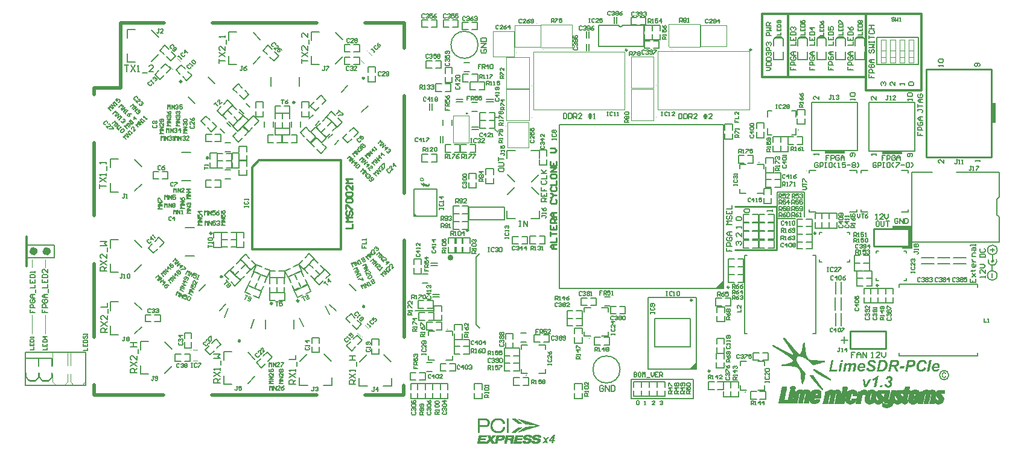
<source format=gto>
G04 Layer_Color=65535*
%FSLAX44Y44*%
%MOMM*%
G71*
G01*
G75*
%ADD11C,0.2000*%
%ADD12C,0.1900*%
%ADD16C,0.1500*%
%ADD99C,0.4000*%
%ADD100C,0.3000*%
%ADD101C,0.5000*%
%ADD102C,0.3500*%
%ADD103C,0.2500*%
%ADD107C,0.1000*%
%ADD110C,1.0000*%
%ADD129C,0.2540*%
%ADD164C,0.1270*%
%ADD165C,0.0254*%
%ADD166C,0.0260*%
%ADD167C,0.0250*%
G36*
X1144933Y179250D02*
X1141833D01*
X1144262Y190866D01*
X1147386D01*
X1144933Y179250D01*
D02*
G37*
G36*
X1204402Y195239D02*
X1204795D01*
X1205119Y195216D01*
X1205235D01*
X1205350Y195193D01*
X1205397D01*
X1205512Y195170D01*
X1205698Y195147D01*
X1205952Y195100D01*
X1206230Y195054D01*
X1206531Y194985D01*
X1207132Y194776D01*
X1207178Y194753D01*
X1207271Y194730D01*
X1207410Y194661D01*
X1207618Y194568D01*
X1207826Y194429D01*
X1208081Y194291D01*
X1208312Y194129D01*
X1208567Y193920D01*
X1208590Y193897D01*
X1208682Y193828D01*
X1208798Y193712D01*
X1208960Y193550D01*
X1209122Y193365D01*
X1209307Y193134D01*
X1209492Y192879D01*
X1209678Y192601D01*
X1209701Y192578D01*
X1209747Y192463D01*
X1209839Y192301D01*
X1209932Y192092D01*
X1210048Y191838D01*
X1210187Y191537D01*
X1210302Y191190D01*
X1210395Y190820D01*
X1210418Y190773D01*
X1210441Y190635D01*
X1210487Y190426D01*
X1210534Y190172D01*
X1210580Y189848D01*
X1210603Y189454D01*
X1210649Y189061D01*
Y188622D01*
Y188598D01*
Y188506D01*
Y188367D01*
X1210626Y188182D01*
Y187950D01*
X1210603Y187696D01*
X1210557Y187395D01*
X1210534Y187071D01*
X1210464Y186724D01*
X1210418Y186354D01*
X1210233Y185590D01*
X1209978Y184804D01*
X1209839Y184410D01*
X1209654Y184017D01*
Y183994D01*
X1209608Y183924D01*
X1209562Y183832D01*
X1209469Y183693D01*
X1209377Y183508D01*
X1209261Y183323D01*
X1208960Y182860D01*
X1208613Y182351D01*
X1208174Y181819D01*
X1207688Y181309D01*
X1207155Y180823D01*
X1207132D01*
X1207109Y180777D01*
X1207040Y180731D01*
X1206947Y180685D01*
X1206831Y180592D01*
X1206693Y180523D01*
X1206346Y180314D01*
X1205929Y180106D01*
X1205420Y179875D01*
X1204841Y179667D01*
X1204193Y179481D01*
X1204147D01*
X1204078Y179458D01*
X1204008Y179435D01*
X1203893D01*
X1203754Y179412D01*
X1203592Y179389D01*
X1203407Y179366D01*
X1203198Y179343D01*
X1202967Y179319D01*
X1202713Y179296D01*
X1202412D01*
X1202111Y179273D01*
X1201764Y179250D01*
X1195377D01*
X1198733Y195263D01*
X1204008D01*
X1204402Y195239D01*
D02*
G37*
G36*
X1279582Y191097D02*
X1279767Y191074D01*
X1279975Y191051D01*
X1280206Y191005D01*
X1280461Y190958D01*
X1281016Y190797D01*
X1281294Y190704D01*
X1281572Y190565D01*
X1281849Y190403D01*
X1282127Y190241D01*
X1282381Y190033D01*
X1282636Y189802D01*
X1282659Y189778D01*
X1282682Y189732D01*
X1282752Y189663D01*
X1282844Y189570D01*
X1282937Y189431D01*
X1283029Y189269D01*
X1283145Y189061D01*
X1283284Y188853D01*
X1283400Y188598D01*
X1283515Y188321D01*
X1283608Y188020D01*
X1283701Y187673D01*
X1283793Y187326D01*
X1283862Y186932D01*
X1283886Y186539D01*
X1283909Y186099D01*
Y186076D01*
Y186053D01*
Y185914D01*
Y185683D01*
X1283886Y185428D01*
X1283862Y185104D01*
X1283816Y184757D01*
X1283677Y184063D01*
X1275810D01*
Y184040D01*
Y183947D01*
X1275787Y183855D01*
Y183762D01*
Y183739D01*
Y183716D01*
Y183577D01*
X1275833Y183369D01*
X1275879Y183091D01*
X1275949Y182790D01*
X1276065Y182489D01*
X1276227Y182166D01*
X1276435Y181888D01*
X1276458Y181865D01*
X1276550Y181772D01*
X1276689Y181680D01*
X1276898Y181541D01*
X1277129Y181425D01*
X1277407Y181309D01*
X1277730Y181217D01*
X1278078Y181194D01*
X1278240D01*
X1278332Y181217D01*
X1278471Y181240D01*
X1278633Y181286D01*
X1278980Y181402D01*
X1279165Y181471D01*
X1279373Y181587D01*
X1279582Y181726D01*
X1279767Y181888D01*
X1279975Y182073D01*
X1280183Y182281D01*
X1280368Y182536D01*
X1280530Y182813D01*
X1283330Y182351D01*
Y182328D01*
X1283284Y182281D01*
X1283238Y182189D01*
X1283168Y182073D01*
X1283099Y181934D01*
X1282983Y181772D01*
X1282752Y181379D01*
X1282428Y180962D01*
X1282034Y180546D01*
X1281595Y180129D01*
X1281109Y179782D01*
X1281086D01*
X1281039Y179736D01*
X1280970Y179713D01*
X1280878Y179643D01*
X1280739Y179597D01*
X1280600Y179528D01*
X1280206Y179366D01*
X1279767Y179204D01*
X1279235Y179088D01*
X1278679Y178995D01*
X1278055Y178949D01*
X1277823D01*
X1277661Y178972D01*
X1277453Y178995D01*
X1277221Y179019D01*
X1276967Y179065D01*
X1276689Y179134D01*
X1276088Y179319D01*
X1275764Y179435D01*
X1275440Y179574D01*
X1275139Y179736D01*
X1274815Y179944D01*
X1274514Y180176D01*
X1274237Y180430D01*
X1274213Y180453D01*
X1274167Y180499D01*
X1274098Y180592D01*
X1274005Y180708D01*
X1273889Y180847D01*
X1273774Y181032D01*
X1273635Y181240D01*
X1273519Y181471D01*
X1273380Y181749D01*
X1273242Y182027D01*
X1273126Y182351D01*
X1273010Y182698D01*
X1272917Y183068D01*
X1272848Y183484D01*
X1272802Y183901D01*
X1272779Y184341D01*
Y184364D01*
Y184456D01*
Y184572D01*
X1272802Y184734D01*
X1272825Y184942D01*
X1272848Y185197D01*
X1272894Y185474D01*
X1272941Y185775D01*
X1273103Y186423D01*
X1273218Y186770D01*
X1273334Y187141D01*
X1273496Y187511D01*
X1273658Y187881D01*
X1273866Y188251D01*
X1274098Y188598D01*
X1274121Y188622D01*
X1274190Y188714D01*
X1274283Y188830D01*
X1274422Y188992D01*
X1274630Y189177D01*
X1274838Y189408D01*
X1275116Y189617D01*
X1275417Y189871D01*
X1275764Y190102D01*
X1276157Y190334D01*
X1276573Y190542D01*
X1277036Y190727D01*
X1277522Y190889D01*
X1278055Y191005D01*
X1278633Y191097D01*
X1279235Y191120D01*
X1279443D01*
X1279582Y191097D01*
D02*
G37*
G36*
X1132091Y181934D02*
X1140283D01*
X1139727Y179250D01*
X1128250D01*
X1131605Y195263D01*
X1134891D01*
X1132091Y181934D01*
D02*
G37*
G36*
X1269308Y179250D02*
X1266045D01*
X1269400Y195263D01*
X1272686D01*
X1269308Y179250D01*
D02*
G37*
G36*
X1233719Y183508D02*
X1227634D01*
X1228235Y186539D01*
X1234321D01*
X1233719Y183508D01*
D02*
G37*
G36*
X1222636Y195239D02*
X1223052Y195216D01*
X1223515Y195170D01*
X1223978Y195100D01*
X1224441Y195008D01*
X1224857Y194869D01*
X1224880D01*
X1224903Y194846D01*
X1225019Y194800D01*
X1225204Y194707D01*
X1225435Y194568D01*
X1225713Y194360D01*
X1225991Y194129D01*
X1226245Y193828D01*
X1226500Y193481D01*
X1226523Y193435D01*
X1226592Y193296D01*
X1226708Y193087D01*
X1226824Y192810D01*
X1226939Y192463D01*
X1227055Y192046D01*
X1227125Y191560D01*
X1227148Y191051D01*
Y191028D01*
Y190958D01*
Y190866D01*
X1227125Y190704D01*
X1227102Y190542D01*
X1227078Y190334D01*
X1227055Y190102D01*
X1226986Y189871D01*
X1226847Y189339D01*
X1226639Y188760D01*
X1226500Y188483D01*
X1226338Y188205D01*
X1226130Y187927D01*
X1225921Y187673D01*
X1225898Y187650D01*
X1225875Y187626D01*
X1225783Y187557D01*
X1225690Y187465D01*
X1225551Y187349D01*
X1225412Y187233D01*
X1225227Y187117D01*
X1224996Y186979D01*
X1224764Y186840D01*
X1224487Y186701D01*
X1224186Y186562D01*
X1223839Y186423D01*
X1223492Y186308D01*
X1223098Y186215D01*
X1222659Y186122D01*
X1222219Y186053D01*
X1222242Y186030D01*
X1222335Y185960D01*
X1222450Y185822D01*
X1222613Y185660D01*
X1222774Y185428D01*
X1222983Y185174D01*
X1223191Y184873D01*
X1223399Y184549D01*
X1223422Y184526D01*
X1223446Y184456D01*
X1223515Y184364D01*
X1223584Y184202D01*
X1223700Y184017D01*
X1223816Y183785D01*
X1223954Y183508D01*
X1224117Y183184D01*
X1224302Y182837D01*
X1224487Y182443D01*
X1224695Y182004D01*
X1224903Y181518D01*
X1225135Y181009D01*
X1225366Y180453D01*
X1225621Y179875D01*
X1225875Y179250D01*
X1222335D01*
Y179273D01*
X1222312Y179319D01*
X1222289Y179389D01*
X1222242Y179505D01*
X1222196Y179643D01*
X1222126Y179828D01*
X1222057Y180037D01*
X1221965Y180291D01*
X1221849Y180569D01*
X1221733Y180870D01*
X1221594Y181217D01*
X1221432Y181587D01*
X1221270Y182004D01*
X1221085Y182466D01*
X1220877Y182952D01*
X1220646Y183461D01*
Y183484D01*
X1220622Y183531D01*
X1220576Y183600D01*
X1220530Y183716D01*
X1220391Y183970D01*
X1220206Y184294D01*
X1219998Y184641D01*
X1219766Y184989D01*
X1219489Y185312D01*
X1219350Y185428D01*
X1219211Y185544D01*
X1219188Y185567D01*
X1219118Y185590D01*
X1219003Y185637D01*
X1218841Y185706D01*
X1218609Y185775D01*
X1218332Y185822D01*
X1217985Y185845D01*
X1217568Y185868D01*
X1216226D01*
X1214838Y179250D01*
X1211575D01*
X1214930Y195263D01*
X1222474D01*
X1222636Y195239D01*
D02*
G37*
G36*
X1245382D02*
X1245544D01*
X1245937Y195216D01*
X1246377Y195170D01*
X1246816Y195077D01*
X1247279Y194985D01*
X1247672Y194846D01*
X1247696D01*
X1247719Y194823D01*
X1247834Y194776D01*
X1248019Y194661D01*
X1248251Y194522D01*
X1248505Y194337D01*
X1248783Y194105D01*
X1249061Y193805D01*
X1249292Y193481D01*
X1249315Y193435D01*
X1249385Y193319D01*
X1249477Y193111D01*
X1249593Y192856D01*
X1249709Y192509D01*
X1249801Y192139D01*
X1249871Y191699D01*
X1249894Y191236D01*
Y191213D01*
Y191190D01*
Y191120D01*
Y191028D01*
X1249871Y190797D01*
X1249824Y190473D01*
X1249778Y190126D01*
X1249686Y189709D01*
X1249570Y189293D01*
X1249408Y188853D01*
Y188830D01*
X1249385Y188807D01*
X1249315Y188668D01*
X1249223Y188459D01*
X1249084Y188205D01*
X1248922Y187904D01*
X1248737Y187603D01*
X1248505Y187302D01*
X1248251Y187025D01*
X1248228Y187002D01*
X1248135Y186909D01*
X1247996Y186793D01*
X1247811Y186655D01*
X1247603Y186469D01*
X1247348Y186308D01*
X1247094Y186146D01*
X1246793Y185984D01*
X1246747Y185960D01*
X1246654Y185937D01*
X1246469Y185868D01*
X1246238Y185798D01*
X1245937Y185706D01*
X1245567Y185613D01*
X1245150Y185521D01*
X1244664Y185451D01*
X1244618D01*
X1244502Y185428D01*
X1244294D01*
X1244155Y185405D01*
X1243808D01*
X1243600Y185382D01*
X1243114D01*
X1242813Y185359D01*
X1239643D01*
X1238347Y179250D01*
X1235085D01*
X1238440Y195263D01*
X1245220D01*
X1245382Y195239D01*
D02*
G37*
G36*
X1290318Y178064D02*
X1290441Y178053D01*
X1290574Y178031D01*
X1290729Y178009D01*
X1290896Y177976D01*
X1291073Y177931D01*
X1291262Y177876D01*
X1291451Y177809D01*
X1291650Y177720D01*
X1291839Y177631D01*
X1292017Y177520D01*
X1292205Y177387D01*
X1292372Y177243D01*
X1292383D01*
X1292394Y177221D01*
X1292427Y177187D01*
X1292461Y177154D01*
X1292505Y177099D01*
X1292549Y177032D01*
X1292672Y176877D01*
X1292794Y176677D01*
X1292927Y176433D01*
X1293049Y176155D01*
X1293160Y175833D01*
X1291628Y175467D01*
Y175478D01*
X1291617Y175489D01*
Y175522D01*
X1291595Y175567D01*
X1291562Y175667D01*
X1291506Y175800D01*
X1291428Y175955D01*
X1291328Y176111D01*
X1291195Y176266D01*
X1291051Y176399D01*
X1291029Y176410D01*
X1290973Y176455D01*
X1290885Y176510D01*
X1290762Y176577D01*
X1290607Y176644D01*
X1290429Y176699D01*
X1290230Y176743D01*
X1290008Y176754D01*
X1289930D01*
X1289863Y176743D01*
X1289797Y176732D01*
X1289708Y176721D01*
X1289519Y176677D01*
X1289297Y176599D01*
X1289064Y176488D01*
X1288942Y176422D01*
X1288831Y176344D01*
X1288720Y176244D01*
X1288620Y176133D01*
Y176122D01*
X1288598Y176100D01*
X1288576Y176066D01*
X1288542Y176011D01*
X1288498Y175944D01*
X1288454Y175867D01*
X1288409Y175767D01*
X1288365Y175656D01*
X1288309Y175522D01*
X1288265Y175378D01*
X1288221Y175212D01*
X1288176Y175034D01*
X1288143Y174834D01*
X1288121Y174623D01*
X1288109Y174390D01*
X1288098Y174135D01*
Y174124D01*
Y174068D01*
Y173991D01*
X1288109Y173902D01*
Y173780D01*
X1288132Y173635D01*
X1288143Y173491D01*
X1288165Y173325D01*
X1288232Y172981D01*
X1288320Y172637D01*
X1288376Y172470D01*
X1288454Y172315D01*
X1288531Y172170D01*
X1288620Y172048D01*
X1288631Y172037D01*
X1288642Y172026D01*
X1288676Y171993D01*
X1288720Y171948D01*
X1288831Y171859D01*
X1288986Y171749D01*
X1289175Y171626D01*
X1289408Y171538D01*
X1289675Y171460D01*
X1289819Y171449D01*
X1289974Y171438D01*
X1290030D01*
X1290074Y171449D01*
X1290196Y171460D01*
X1290341Y171482D01*
X1290496Y171538D01*
X1290674Y171604D01*
X1290851Y171693D01*
X1291029Y171826D01*
X1291051Y171848D01*
X1291107Y171904D01*
X1291184Y171993D01*
X1291273Y172126D01*
X1291384Y172304D01*
X1291484Y172514D01*
X1291584Y172770D01*
X1291673Y173069D01*
X1293182Y172603D01*
Y172592D01*
X1293171Y172548D01*
X1293149Y172481D01*
X1293116Y172392D01*
X1293071Y172292D01*
X1293027Y172170D01*
X1292971Y172037D01*
X1292905Y171893D01*
X1292749Y171593D01*
X1292549Y171282D01*
X1292305Y170983D01*
X1292172Y170849D01*
X1292028Y170727D01*
X1292017Y170716D01*
X1291994Y170705D01*
X1291950Y170672D01*
X1291883Y170627D01*
X1291806Y170583D01*
X1291706Y170539D01*
X1291595Y170483D01*
X1291473Y170428D01*
X1291328Y170361D01*
X1291173Y170306D01*
X1291007Y170261D01*
X1290829Y170217D01*
X1290640Y170172D01*
X1290429Y170139D01*
X1290219Y170128D01*
X1289985Y170117D01*
X1289919D01*
X1289841Y170128D01*
X1289730Y170139D01*
X1289608Y170150D01*
X1289453Y170172D01*
X1289286Y170206D01*
X1289097Y170250D01*
X1288909Y170306D01*
X1288709Y170372D01*
X1288498Y170461D01*
X1288287Y170561D01*
X1288076Y170672D01*
X1287865Y170816D01*
X1287666Y170972D01*
X1287477Y171160D01*
X1287466Y171171D01*
X1287432Y171205D01*
X1287388Y171271D01*
X1287321Y171349D01*
X1287255Y171460D01*
X1287166Y171582D01*
X1287077Y171737D01*
X1286988Y171915D01*
X1286900Y172104D01*
X1286811Y172315D01*
X1286722Y172559D01*
X1286655Y172814D01*
X1286589Y173081D01*
X1286544Y173380D01*
X1286511Y173691D01*
X1286500Y174024D01*
Y174035D01*
Y174046D01*
Y174113D01*
X1286511Y174213D01*
Y174346D01*
X1286533Y174501D01*
X1286555Y174690D01*
X1286578Y174890D01*
X1286622Y175123D01*
X1286678Y175356D01*
X1286744Y175600D01*
X1286822Y175844D01*
X1286922Y176100D01*
X1287033Y176344D01*
X1287166Y176577D01*
X1287310Y176799D01*
X1287488Y177010D01*
X1287499Y177021D01*
X1287532Y177054D01*
X1287588Y177110D01*
X1287666Y177176D01*
X1287765Y177254D01*
X1287888Y177343D01*
X1288021Y177443D01*
X1288187Y177543D01*
X1288365Y177642D01*
X1288553Y177742D01*
X1288775Y177831D01*
X1288997Y177909D01*
X1289253Y177976D01*
X1289508Y178031D01*
X1289797Y178064D01*
X1290085Y178075D01*
X1290219D01*
X1290318Y178064D01*
D02*
G37*
G36*
X1194539Y156750D02*
X1191392D01*
X1193706Y167834D01*
X1193660Y167811D01*
X1193544Y167718D01*
X1193336Y167602D01*
X1193058Y167440D01*
X1192734Y167255D01*
X1192341Y167070D01*
X1191901Y166862D01*
X1191439Y166654D01*
X1191415D01*
X1191392Y166631D01*
X1191323Y166607D01*
X1191230Y166561D01*
X1190976Y166492D01*
X1190675Y166376D01*
X1190328Y166260D01*
X1189934Y166145D01*
X1189564Y166029D01*
X1189171Y165936D01*
X1189772Y168736D01*
X1189796D01*
X1189819Y168759D01*
X1189958Y168806D01*
X1190166Y168921D01*
X1190443Y169060D01*
X1190768Y169222D01*
X1191161Y169407D01*
X1191600Y169639D01*
X1192063Y169916D01*
X1192549Y170194D01*
X1193058Y170518D01*
X1193590Y170865D01*
X1194100Y171212D01*
X1194609Y171605D01*
X1195118Y171999D01*
X1195581Y172415D01*
X1196020Y172855D01*
X1197918D01*
X1194539Y156750D01*
D02*
G37*
G36*
X742480Y82591D02*
X743913D01*
X743496Y80691D01*
X742096D01*
X741597Y78342D01*
X739481D01*
X739964Y80691D01*
X735432D01*
X735815Y82558D01*
X742063Y89872D01*
X744013D01*
X742480Y82591D01*
D02*
G37*
G36*
X732016Y82358D02*
X734132Y78342D01*
X731732D01*
X730516Y80658D01*
X728450Y78342D01*
X725684D01*
X729516Y82608D01*
X727400Y86706D01*
X729800D01*
X731016Y84324D01*
X733149Y86706D01*
X735898D01*
X732016Y82358D01*
D02*
G37*
G36*
X1180748Y156750D02*
X1178064D01*
X1175750Y168366D01*
X1178828D01*
X1179614Y163275D01*
Y163252D01*
X1179637Y163183D01*
Y163090D01*
X1179661Y162951D01*
X1179684Y162789D01*
X1179730Y162581D01*
X1179799Y162165D01*
X1179869Y161702D01*
X1179938Y161262D01*
X1179985Y160869D01*
X1180008Y160707D01*
X1180031Y160568D01*
X1180054Y160614D01*
X1180100Y160684D01*
X1180170Y160799D01*
X1180262Y160985D01*
X1180401Y161216D01*
X1180563Y161540D01*
X1180679Y161748D01*
X1180794Y161956D01*
Y161980D01*
X1180818Y162003D01*
X1180910Y162141D01*
X1181026Y162350D01*
X1181165Y162604D01*
X1181303Y162859D01*
X1181442Y163090D01*
X1181558Y163298D01*
X1181627Y163437D01*
X1184520Y168366D01*
X1187898D01*
X1180748Y156750D01*
D02*
G37*
G36*
X1175154Y191097D02*
X1175339Y191074D01*
X1175547Y191051D01*
X1175778Y191005D01*
X1176033Y190958D01*
X1176588Y190797D01*
X1176866Y190704D01*
X1177143Y190565D01*
X1177421Y190403D01*
X1177699Y190241D01*
X1177953Y190033D01*
X1178208Y189802D01*
X1178231Y189778D01*
X1178254Y189732D01*
X1178324Y189663D01*
X1178416Y189570D01*
X1178509Y189431D01*
X1178601Y189269D01*
X1178717Y189061D01*
X1178856Y188853D01*
X1178972Y188598D01*
X1179087Y188321D01*
X1179180Y188020D01*
X1179272Y187673D01*
X1179365Y187326D01*
X1179434Y186932D01*
X1179457Y186539D01*
X1179481Y186099D01*
Y186076D01*
Y186053D01*
Y185914D01*
Y185683D01*
X1179457Y185428D01*
X1179434Y185104D01*
X1179388Y184757D01*
X1179249Y184063D01*
X1171382D01*
Y184040D01*
Y183947D01*
X1171359Y183855D01*
Y183762D01*
Y183739D01*
Y183716D01*
Y183577D01*
X1171405Y183369D01*
X1171451Y183091D01*
X1171521Y182790D01*
X1171636Y182489D01*
X1171798Y182166D01*
X1172007Y181888D01*
X1172030Y181865D01*
X1172122Y181772D01*
X1172261Y181680D01*
X1172469Y181541D01*
X1172701Y181425D01*
X1172979Y181309D01*
X1173302Y181217D01*
X1173650Y181194D01*
X1173811D01*
X1173904Y181217D01*
X1174043Y181240D01*
X1174205Y181286D01*
X1174552Y181402D01*
X1174737Y181471D01*
X1174945Y181587D01*
X1175154Y181726D01*
X1175339Y181888D01*
X1175547Y182073D01*
X1175755Y182281D01*
X1175940Y182536D01*
X1176102Y182813D01*
X1178902Y182351D01*
Y182328D01*
X1178856Y182281D01*
X1178810Y182189D01*
X1178740Y182073D01*
X1178671Y181934D01*
X1178555Y181772D01*
X1178324Y181379D01*
X1178000Y180962D01*
X1177606Y180546D01*
X1177167Y180129D01*
X1176681Y179782D01*
X1176658D01*
X1176611Y179736D01*
X1176542Y179713D01*
X1176449Y179643D01*
X1176311Y179597D01*
X1176172Y179528D01*
X1175778Y179366D01*
X1175339Y179204D01*
X1174807Y179088D01*
X1174251Y178995D01*
X1173626Y178949D01*
X1173395D01*
X1173233Y178972D01*
X1173025Y178995D01*
X1172793Y179019D01*
X1172539Y179065D01*
X1172261Y179134D01*
X1171659Y179319D01*
X1171336Y179435D01*
X1171012Y179574D01*
X1170711Y179736D01*
X1170387Y179944D01*
X1170086Y180176D01*
X1169808Y180430D01*
X1169785Y180453D01*
X1169739Y180499D01*
X1169669Y180592D01*
X1169577Y180708D01*
X1169461Y180847D01*
X1169346Y181032D01*
X1169207Y181240D01*
X1169091Y181471D01*
X1168952Y181749D01*
X1168813Y182027D01*
X1168698Y182351D01*
X1168582Y182698D01*
X1168489Y183068D01*
X1168420Y183484D01*
X1168374Y183901D01*
X1168351Y184341D01*
Y184364D01*
Y184456D01*
Y184572D01*
X1168374Y184734D01*
X1168397Y184942D01*
X1168420Y185197D01*
X1168466Y185474D01*
X1168512Y185775D01*
X1168674Y186423D01*
X1168790Y186770D01*
X1168906Y187141D01*
X1169068Y187511D01*
X1169230Y187881D01*
X1169438Y188251D01*
X1169669Y188598D01*
X1169693Y188622D01*
X1169762Y188714D01*
X1169855Y188830D01*
X1169994Y188992D01*
X1170202Y189177D01*
X1170410Y189408D01*
X1170688Y189617D01*
X1170988Y189871D01*
X1171336Y190102D01*
X1171729Y190334D01*
X1172145Y190542D01*
X1172608Y190727D01*
X1173094Y190889D01*
X1173626Y191005D01*
X1174205Y191097D01*
X1174807Y191120D01*
X1175015D01*
X1175154Y191097D01*
D02*
G37*
G36*
X1203078Y156750D02*
X1199977D01*
X1200579Y159781D01*
X1203679D01*
X1203078Y156750D01*
D02*
G37*
G36*
X1213583Y172832D02*
X1213768Y172809D01*
X1213976Y172786D01*
X1214462Y172693D01*
X1214994Y172554D01*
X1215550Y172323D01*
X1215827Y172184D01*
X1216082Y172022D01*
X1216337Y171837D01*
X1216568Y171605D01*
X1216591Y171582D01*
X1216614Y171559D01*
X1216684Y171490D01*
X1216753Y171397D01*
X1216846Y171259D01*
X1216938Y171120D01*
X1217146Y170772D01*
X1217355Y170356D01*
X1217540Y169847D01*
X1217679Y169292D01*
X1217702Y168991D01*
X1217725Y168667D01*
Y168644D01*
Y168621D01*
Y168551D01*
Y168459D01*
X1217679Y168227D01*
X1217632Y167926D01*
X1217540Y167556D01*
X1217424Y167186D01*
X1217239Y166793D01*
X1216984Y166399D01*
X1216961Y166353D01*
X1216846Y166237D01*
X1216684Y166052D01*
X1216452Y165844D01*
X1216175Y165589D01*
X1215827Y165335D01*
X1215434Y165126D01*
X1214971Y164918D01*
X1214994D01*
X1215018Y164895D01*
X1215133Y164826D01*
X1215318Y164710D01*
X1215550Y164548D01*
X1215781Y164340D01*
X1216036Y164108D01*
X1216267Y163831D01*
X1216475Y163530D01*
X1216498Y163484D01*
X1216545Y163391D01*
X1216637Y163206D01*
X1216730Y162998D01*
X1216799Y162720D01*
X1216892Y162419D01*
X1216938Y162095D01*
X1216961Y161748D01*
Y161725D01*
Y161679D01*
Y161586D01*
X1216938Y161447D01*
X1216915Y161285D01*
X1216892Y161100D01*
X1216846Y160892D01*
X1216799Y160684D01*
X1216661Y160175D01*
X1216429Y159619D01*
X1216290Y159342D01*
X1216105Y159041D01*
X1215920Y158763D01*
X1215689Y158485D01*
X1215666Y158462D01*
X1215619Y158393D01*
X1215503Y158300D01*
X1215388Y158162D01*
X1215203Y158023D01*
X1214994Y157838D01*
X1214763Y157653D01*
X1214485Y157467D01*
X1214185Y157282D01*
X1213861Y157097D01*
X1213490Y156912D01*
X1213097Y156773D01*
X1212681Y156634D01*
X1212241Y156542D01*
X1211755Y156472D01*
X1211269Y156449D01*
X1211084D01*
X1210922Y156472D01*
X1210760Y156496D01*
X1210552Y156519D01*
X1210320Y156542D01*
X1210089Y156588D01*
X1209557Y156727D01*
X1209001Y156935D01*
X1208724Y157074D01*
X1208446Y157236D01*
X1208168Y157398D01*
X1207914Y157606D01*
X1207891Y157629D01*
X1207868Y157653D01*
X1207798Y157722D01*
X1207706Y157815D01*
X1207590Y157930D01*
X1207474Y158092D01*
X1207358Y158254D01*
X1207220Y158462D01*
X1207081Y158671D01*
X1206942Y158925D01*
X1206803Y159180D01*
X1206687Y159480D01*
X1206572Y159804D01*
X1206456Y160152D01*
X1206387Y160499D01*
X1206317Y160892D01*
X1209325Y161262D01*
Y161239D01*
Y161216D01*
X1209348Y161147D01*
X1209372Y161054D01*
X1209418Y160823D01*
X1209487Y160545D01*
X1209580Y160267D01*
X1209696Y159966D01*
X1209834Y159689D01*
X1209996Y159480D01*
X1210020Y159457D01*
X1210089Y159411D01*
X1210205Y159319D01*
X1210343Y159249D01*
X1210528Y159157D01*
X1210760Y159064D01*
X1211014Y159018D01*
X1211292Y158995D01*
X1211338D01*
X1211477Y159018D01*
X1211662Y159041D01*
X1211917Y159087D01*
X1212195Y159180D01*
X1212495Y159295D01*
X1212796Y159480D01*
X1213074Y159712D01*
X1213097Y159735D01*
X1213190Y159851D01*
X1213305Y159990D01*
X1213444Y160221D01*
X1213560Y160476D01*
X1213676Y160799D01*
X1213768Y161170D01*
X1213791Y161563D01*
Y161586D01*
Y161609D01*
Y161725D01*
X1213768Y161910D01*
X1213722Y162141D01*
X1213652Y162396D01*
X1213537Y162651D01*
X1213398Y162905D01*
X1213213Y163137D01*
X1213190Y163160D01*
X1213097Y163229D01*
X1212981Y163322D01*
X1212796Y163437D01*
X1212588Y163530D01*
X1212310Y163622D01*
X1212010Y163692D01*
X1211662Y163715D01*
X1211524D01*
X1211362Y163692D01*
X1211176Y163669D01*
X1211709Y166260D01*
X1212241D01*
X1212472Y166283D01*
X1212750Y166330D01*
X1213051Y166422D01*
X1213352Y166515D01*
X1213652Y166677D01*
X1213930Y166885D01*
X1213953Y166908D01*
X1214046Y167001D01*
X1214138Y167140D01*
X1214277Y167348D01*
X1214393Y167602D01*
X1214509Y167903D01*
X1214578Y168250D01*
X1214601Y168644D01*
Y168690D01*
Y168783D01*
X1214578Y168921D01*
X1214555Y169107D01*
X1214485Y169292D01*
X1214416Y169500D01*
X1214300Y169708D01*
X1214138Y169893D01*
X1214115Y169916D01*
X1214069Y169963D01*
X1213953Y170032D01*
X1213838Y170125D01*
X1213652Y170217D01*
X1213467Y170287D01*
X1213236Y170333D01*
X1212981Y170356D01*
X1212866D01*
X1212750Y170333D01*
X1212588Y170287D01*
X1212403Y170240D01*
X1212195Y170148D01*
X1211986Y170009D01*
X1211778Y169847D01*
X1211755Y169824D01*
X1211685Y169754D01*
X1211593Y169616D01*
X1211477Y169454D01*
X1211338Y169222D01*
X1211200Y168921D01*
X1211061Y168574D01*
X1210945Y168158D01*
X1208076Y168713D01*
Y168736D01*
X1208099Y168783D01*
X1208122Y168875D01*
X1208168Y169014D01*
X1208238Y169153D01*
X1208307Y169315D01*
X1208469Y169708D01*
X1208677Y170148D01*
X1208932Y170587D01*
X1209233Y171027D01*
X1209580Y171420D01*
X1209603Y171444D01*
X1209649Y171490D01*
X1209742Y171559D01*
X1209834Y171652D01*
X1209996Y171744D01*
X1210158Y171883D01*
X1210367Y171999D01*
X1210598Y172138D01*
X1210853Y172277D01*
X1211107Y172392D01*
X1211732Y172624D01*
X1212079Y172716D01*
X1212449Y172786D01*
X1212819Y172832D01*
X1213213Y172855D01*
X1213421D01*
X1213583Y172832D01*
D02*
G37*
G36*
X942250Y182400D02*
X932250D01*
X942250Y192400D01*
Y182400D01*
D02*
G37*
G36*
X980500Y296000D02*
X970500D01*
X980500Y306000D01*
Y296000D01*
D02*
G37*
G36*
X560366Y444452D02*
Y442840D01*
X564486Y441985D01*
X564524D01*
X564583Y441965D01*
X564660Y441946D01*
X564835Y441907D01*
X565049Y441868D01*
X565282Y441829D01*
X565476Y441790D01*
X565651Y441771D01*
X565710Y441752D01*
X565787D01*
X565923Y441771D01*
X566059Y441829D01*
X566215Y441926D01*
Y441946D01*
X566234Y441965D01*
X566273Y442024D01*
X566293Y442082D01*
X566331Y442179D01*
X566370Y442315D01*
X566390Y442471D01*
Y442645D01*
Y442684D01*
Y442743D01*
X566370Y442820D01*
Y442937D01*
X566351Y443092D01*
X566331Y443287D01*
X566312Y443520D01*
X568255Y443112D01*
Y443073D01*
X568275Y442995D01*
X568294Y442859D01*
X568333Y442684D01*
X568352Y442471D01*
X568391Y442237D01*
X568411Y441713D01*
Y441693D01*
Y441654D01*
Y441577D01*
Y441479D01*
X568391Y441363D01*
Y441246D01*
X568352Y440935D01*
X568275Y440605D01*
X568197Y440255D01*
X568061Y439944D01*
X567886Y439672D01*
X567867Y439653D01*
X567789Y439575D01*
X567653Y439478D01*
X567497Y439361D01*
X567284Y439245D01*
X567012Y439148D01*
X566720Y439070D01*
X566370Y439051D01*
X566273D01*
X566137Y439070D01*
X565943Y439090D01*
X565807Y439109D01*
X565671Y439128D01*
X565496Y439167D01*
X565302Y439206D01*
X565088Y439245D01*
X564855Y439284D01*
X564583Y439342D01*
X564291Y439400D01*
X560366Y440236D01*
Y438934D01*
X558404Y439342D01*
Y440625D01*
X556849Y440935D01*
X555042Y443928D01*
X558404Y443248D01*
Y444860D01*
X560366Y444452D01*
D02*
G37*
G36*
X557048Y452022D02*
X557169Y452011D01*
X557303Y451989D01*
X557458Y451955D01*
X557625Y451922D01*
X557802Y451878D01*
X557991Y451822D01*
X558191Y451755D01*
X558379Y451667D01*
X558579Y451567D01*
X558779Y451456D01*
X558979Y451323D01*
X559168Y451167D01*
X559179Y451156D01*
X559212Y451123D01*
X559256Y451078D01*
X559323Y451012D01*
X559389Y450923D01*
X559478Y450812D01*
X559567Y450690D01*
X559656Y450557D01*
X559745Y450390D01*
X559833Y450224D01*
X559922Y450035D01*
X559989Y449824D01*
X560056Y449602D01*
X560100Y449369D01*
X560133Y449114D01*
X560144Y448847D01*
Y448836D01*
Y448814D01*
Y448770D01*
Y448714D01*
X560133Y448648D01*
X560122Y448570D01*
X560100Y448381D01*
X560067Y448159D01*
X560011Y447926D01*
X559933Y447682D01*
X559833Y447449D01*
Y447438D01*
X559822Y447427D01*
X559800Y447393D01*
X559778Y447349D01*
X559700Y447238D01*
X559600Y447105D01*
X559478Y446960D01*
X559323Y446805D01*
X559145Y446661D01*
X558946Y446539D01*
X558934D01*
X558923Y446527D01*
X558890Y446516D01*
X558846Y446494D01*
X558723Y446450D01*
X558568Y446394D01*
X558391Y446339D01*
X558180Y446294D01*
X557947Y446261D01*
X557702Y446250D01*
X557636D01*
X557558Y446261D01*
X557447D01*
X557314Y446272D01*
X557169Y446294D01*
X556992Y446328D01*
X556814Y446361D01*
X556626Y446405D01*
X556426Y446461D01*
X556215Y446527D01*
X556015Y446616D01*
X555804Y446716D01*
X555605Y446827D01*
X555416Y446960D01*
X555238Y447116D01*
X555227Y447127D01*
X555194Y447160D01*
X555149Y447205D01*
X555094Y447271D01*
X555016Y447360D01*
X554939Y447471D01*
X554861Y447593D01*
X554772Y447737D01*
X554683Y447893D01*
X554605Y448059D01*
X554517Y448248D01*
X554450Y448459D01*
X554395Y448670D01*
X554350Y448903D01*
X554317Y449158D01*
X554306Y449413D01*
Y449425D01*
Y449469D01*
Y449536D01*
X554317Y449613D01*
X554328Y449724D01*
X554339Y449835D01*
X554361Y449968D01*
X554395Y450113D01*
X554472Y450424D01*
X554528Y450579D01*
X554594Y450745D01*
X554672Y450901D01*
X554772Y451056D01*
X554872Y451200D01*
X554994Y451334D01*
X555005Y451345D01*
X555027Y451367D01*
X555061Y451400D01*
X555116Y451445D01*
X555183Y451500D01*
X555271Y451556D01*
X555360Y451622D01*
X555471Y451689D01*
X555605Y451744D01*
X555738Y451811D01*
X555893Y451866D01*
X556049Y451922D01*
X556226Y451966D01*
X556415Y452000D01*
X556615Y452022D01*
X556825Y452033D01*
X556959D01*
X557048Y452022D01*
D02*
G37*
G36*
X1151000Y485500D02*
X1123000D01*
Y490500D01*
X1151000D01*
Y485500D01*
D02*
G37*
G36*
X1362000Y529000D02*
X1357000D01*
Y557000D01*
X1362000D01*
Y529000D01*
D02*
G37*
G36*
X1245500Y351500D02*
X1231000D01*
Y356250D01*
X1239500D01*
Y378750D01*
X1217500D01*
Y384000D01*
X1245500D01*
Y351500D01*
D02*
G37*
G36*
X1231000Y484750D02*
X1203000D01*
Y489750D01*
X1231000D01*
Y484750D01*
D02*
G37*
G36*
X1147710Y192439D02*
X1144586D01*
X1145188Y195263D01*
X1148289D01*
X1147710Y192439D01*
D02*
G37*
G36*
X1164209Y191074D02*
X1164509Y191028D01*
X1164856Y190935D01*
X1165227Y190797D01*
X1165574Y190611D01*
X1165875Y190357D01*
X1165898Y190334D01*
X1165990Y190218D01*
X1166129Y190056D01*
X1166268Y189825D01*
X1166407Y189547D01*
X1166546Y189223D01*
X1166638Y188830D01*
X1166661Y188390D01*
Y188367D01*
Y188274D01*
X1166638Y188112D01*
X1166615Y187904D01*
X1166592Y187626D01*
X1166523Y187256D01*
X1166453Y186817D01*
X1166337Y186308D01*
X1164810Y179250D01*
X1161710D01*
X1163214Y186308D01*
Y186331D01*
X1163237Y186377D01*
Y186423D01*
X1163260Y186516D01*
X1163306Y186747D01*
X1163353Y187002D01*
X1163399Y187256D01*
X1163445Y187511D01*
X1163491Y187696D01*
Y187765D01*
Y187812D01*
Y187835D01*
Y187904D01*
X1163468Y187974D01*
X1163445Y188089D01*
X1163376Y188344D01*
X1163283Y188459D01*
X1163191Y188575D01*
X1163167Y188598D01*
X1163144Y188622D01*
X1163075Y188668D01*
X1162982Y188737D01*
X1162867Y188783D01*
X1162705Y188830D01*
X1162543Y188853D01*
X1162334Y188876D01*
X1162219D01*
X1162126Y188853D01*
X1161895Y188807D01*
X1161617Y188714D01*
X1161293Y188575D01*
X1160923Y188344D01*
X1160738Y188205D01*
X1160553Y188043D01*
X1160391Y187858D01*
X1160206Y187626D01*
X1160182Y187580D01*
X1160136Y187534D01*
X1160090Y187465D01*
X1160043Y187349D01*
X1159974Y187233D01*
X1159882Y187071D01*
X1159812Y186909D01*
X1159720Y186701D01*
X1159627Y186469D01*
X1159535Y186215D01*
X1159442Y185937D01*
X1159326Y185637D01*
X1159234Y185289D01*
X1159141Y184919D01*
X1159048Y184503D01*
X1157938Y179250D01*
X1154837D01*
X1156295Y186238D01*
Y186261D01*
X1156318Y186284D01*
X1156341Y186446D01*
X1156387Y186655D01*
X1156434Y186886D01*
X1156480Y187164D01*
X1156503Y187418D01*
X1156550Y187650D01*
Y187812D01*
Y187835D01*
Y187881D01*
X1156526Y187974D01*
X1156503Y188089D01*
X1156411Y188321D01*
X1156341Y188459D01*
X1156226Y188575D01*
X1156202Y188598D01*
X1156179Y188622D01*
X1156110Y188668D01*
X1156017Y188737D01*
X1155878Y188783D01*
X1155740Y188830D01*
X1155578Y188853D01*
X1155369Y188876D01*
X1155277D01*
X1155184Y188853D01*
X1155045Y188830D01*
X1154883Y188807D01*
X1154698Y188737D01*
X1154513Y188668D01*
X1154305Y188552D01*
X1154282Y188529D01*
X1154212Y188506D01*
X1154097Y188436D01*
X1153981Y188344D01*
X1153819Y188228D01*
X1153657Y188066D01*
X1153495Y187904D01*
X1153333Y187719D01*
X1153310Y187696D01*
X1153264Y187626D01*
X1153194Y187511D01*
X1153102Y187349D01*
X1152986Y187164D01*
X1152870Y186909D01*
X1152755Y186655D01*
X1152639Y186354D01*
Y186331D01*
X1152616Y186261D01*
X1152570Y186146D01*
X1152523Y185984D01*
X1152477Y185752D01*
X1152384Y185428D01*
X1152292Y185058D01*
X1152245Y184827D01*
X1152176Y184572D01*
X1151065Y179250D01*
X1147965D01*
X1150394Y190866D01*
X1153333D01*
X1153055Y189454D01*
X1153079Y189478D01*
X1153125Y189524D01*
X1153217Y189617D01*
X1153356Y189709D01*
X1153518Y189848D01*
X1153703Y189987D01*
X1153912Y190126D01*
X1154166Y190287D01*
X1154722Y190588D01*
X1155323Y190866D01*
X1155670Y190958D01*
X1155994Y191051D01*
X1156364Y191097D01*
X1156712Y191120D01*
X1156920D01*
X1157174Y191097D01*
X1157452Y191051D01*
X1157776Y190982D01*
X1158123Y190889D01*
X1158447Y190750D01*
X1158725Y190565D01*
X1158748Y190542D01*
X1158840Y190473D01*
X1158956Y190334D01*
X1159118Y190172D01*
X1159257Y189964D01*
X1159419Y189686D01*
X1159558Y189408D01*
X1159650Y189061D01*
X1159673Y189107D01*
X1159766Y189200D01*
X1159905Y189362D01*
X1160090Y189570D01*
X1160344Y189802D01*
X1160622Y190033D01*
X1160969Y190287D01*
X1161363Y190519D01*
X1161386D01*
X1161409Y190542D01*
X1161478Y190565D01*
X1161571Y190611D01*
X1161779Y190704D01*
X1162080Y190820D01*
X1162427Y190935D01*
X1162843Y191028D01*
X1163260Y191097D01*
X1163723Y191120D01*
X1163954D01*
X1164209Y191074D01*
D02*
G37*
G36*
X1260121Y195540D02*
X1260330Y195517D01*
X1260584Y195494D01*
X1260885Y195448D01*
X1261186Y195378D01*
X1261857Y195216D01*
X1262204Y195100D01*
X1262551Y194962D01*
X1262921Y194800D01*
X1263245Y194615D01*
X1263592Y194406D01*
X1263893Y194152D01*
X1263916Y194129D01*
X1263963Y194082D01*
X1264032Y194013D01*
X1264148Y193897D01*
X1264263Y193758D01*
X1264425Y193596D01*
X1264564Y193388D01*
X1264726Y193157D01*
X1264888Y192902D01*
X1265050Y192625D01*
X1265212Y192301D01*
X1265374Y191977D01*
X1265513Y191606D01*
X1265629Y191213D01*
X1265721Y190797D01*
X1265791Y190357D01*
X1262644Y190056D01*
Y190079D01*
X1262620Y190126D01*
Y190195D01*
X1262597Y190287D01*
X1262528Y190519D01*
X1262412Y190820D01*
X1262273Y191167D01*
X1262088Y191491D01*
X1261880Y191815D01*
X1261626Y192069D01*
X1261602Y192092D01*
X1261487Y192162D01*
X1261325Y192278D01*
X1261093Y192393D01*
X1260816Y192509D01*
X1260469Y192625D01*
X1260075Y192694D01*
X1259635Y192717D01*
X1259497D01*
X1259404Y192694D01*
X1259150Y192671D01*
X1258802Y192601D01*
X1258409Y192509D01*
X1257993Y192347D01*
X1257530Y192139D01*
X1257090Y191861D01*
X1257067D01*
X1257044Y191815D01*
X1256905Y191699D01*
X1256674Y191514D01*
X1256419Y191213D01*
X1256118Y190866D01*
X1255794Y190403D01*
X1255470Y189871D01*
X1255193Y189246D01*
Y189223D01*
X1255170Y189177D01*
X1255123Y189084D01*
X1255077Y188945D01*
X1255031Y188783D01*
X1254985Y188598D01*
X1254915Y188390D01*
X1254846Y188159D01*
X1254730Y187626D01*
X1254614Y187025D01*
X1254522Y186377D01*
X1254499Y185729D01*
Y185706D01*
Y185637D01*
Y185544D01*
X1254522Y185405D01*
Y185243D01*
X1254545Y185058D01*
X1254614Y184641D01*
X1254730Y184156D01*
X1254869Y183670D01*
X1255100Y183184D01*
X1255401Y182744D01*
X1255447Y182698D01*
X1255563Y182582D01*
X1255771Y182420D01*
X1256026Y182235D01*
X1256373Y182027D01*
X1256766Y181865D01*
X1257206Y181749D01*
X1257437Y181726D01*
X1257692Y181703D01*
X1257807D01*
X1257900Y181726D01*
X1258155Y181749D01*
X1258455Y181795D01*
X1258826Y181911D01*
X1259219Y182050D01*
X1259612Y182235D01*
X1260029Y182513D01*
X1260052D01*
X1260075Y182559D01*
X1260214Y182675D01*
X1260399Y182860D01*
X1260630Y183137D01*
X1260885Y183484D01*
X1261163Y183901D01*
X1261394Y184410D01*
X1261626Y184989D01*
X1264958Y184480D01*
Y184456D01*
X1264911Y184364D01*
X1264865Y184225D01*
X1264772Y184040D01*
X1264657Y183808D01*
X1264541Y183554D01*
X1264402Y183253D01*
X1264217Y182952D01*
X1263801Y182281D01*
X1263291Y181610D01*
X1262713Y180939D01*
X1262366Y180638D01*
X1262019Y180361D01*
X1261996Y180338D01*
X1261926Y180291D01*
X1261834Y180222D01*
X1261672Y180152D01*
X1261487Y180037D01*
X1261278Y179921D01*
X1261001Y179782D01*
X1260723Y179667D01*
X1260399Y179528D01*
X1260052Y179389D01*
X1259682Y179273D01*
X1259288Y179181D01*
X1258872Y179088D01*
X1258432Y179019D01*
X1257970Y178972D01*
X1257484Y178949D01*
X1257345D01*
X1257206Y178972D01*
X1256998D01*
X1256743Y178995D01*
X1256465Y179042D01*
X1256142Y179088D01*
X1255817Y179181D01*
X1255447Y179273D01*
X1255077Y179389D01*
X1254684Y179528D01*
X1254313Y179690D01*
X1253920Y179898D01*
X1253550Y180129D01*
X1253203Y180407D01*
X1252879Y180708D01*
X1252856Y180731D01*
X1252809Y180800D01*
X1252717Y180893D01*
X1252624Y181032D01*
X1252509Y181217D01*
X1252370Y181448D01*
X1252208Y181726D01*
X1252069Y182027D01*
X1251907Y182374D01*
X1251745Y182744D01*
X1251606Y183184D01*
X1251490Y183647D01*
X1251398Y184132D01*
X1251305Y184688D01*
X1251259Y185243D01*
X1251236Y185868D01*
Y185891D01*
Y185984D01*
Y186146D01*
X1251259Y186331D01*
Y186562D01*
X1251305Y186863D01*
X1251329Y187164D01*
X1251375Y187511D01*
X1251421Y187881D01*
X1251514Y188298D01*
X1251699Y189130D01*
X1251976Y190010D01*
X1252138Y190426D01*
X1252324Y190866D01*
X1252347Y190889D01*
X1252370Y190958D01*
X1252439Y191074D01*
X1252532Y191236D01*
X1252647Y191421D01*
X1252786Y191653D01*
X1252948Y191884D01*
X1253133Y192162D01*
X1253573Y192717D01*
X1254082Y193296D01*
X1254707Y193851D01*
X1255054Y194105D01*
X1255401Y194337D01*
X1255424Y194360D01*
X1255494Y194383D01*
X1255609Y194453D01*
X1255748Y194522D01*
X1255933Y194615D01*
X1256142Y194730D01*
X1256396Y194846D01*
X1256674Y194962D01*
X1256974Y195054D01*
X1257322Y195170D01*
X1258039Y195378D01*
X1258826Y195517D01*
X1259242Y195540D01*
X1259682Y195563D01*
X1259936D01*
X1260121Y195540D01*
D02*
G37*
G36*
X1189014D02*
X1189245Y195517D01*
X1189523Y195494D01*
X1189824Y195448D01*
X1190148Y195401D01*
X1190865Y195239D01*
X1191235Y195124D01*
X1191582Y195008D01*
X1191953Y194846D01*
X1192300Y194661D01*
X1192624Y194453D01*
X1192925Y194221D01*
X1192948Y194198D01*
X1192994Y194152D01*
X1193064Y194082D01*
X1193179Y193990D01*
X1193295Y193851D01*
X1193434Y193689D01*
X1193572Y193504D01*
X1193711Y193296D01*
X1193873Y193041D01*
X1194035Y192787D01*
X1194174Y192486D01*
X1194313Y192185D01*
X1194429Y191838D01*
X1194521Y191491D01*
X1194591Y191097D01*
X1194637Y190704D01*
X1191490Y190565D01*
Y190588D01*
Y190611D01*
X1191467Y190750D01*
X1191397Y190958D01*
X1191328Y191213D01*
X1191212Y191491D01*
X1191074Y191792D01*
X1190888Y192069D01*
X1190634Y192324D01*
X1190611Y192347D01*
X1190495Y192416D01*
X1190333Y192532D01*
X1190102Y192648D01*
X1189824Y192740D01*
X1189454Y192856D01*
X1189014Y192925D01*
X1188528Y192948D01*
X1188297D01*
X1188065Y192925D01*
X1187765Y192879D01*
X1187464Y192833D01*
X1187140Y192740D01*
X1186839Y192625D01*
X1186584Y192463D01*
X1186561Y192439D01*
X1186492Y192370D01*
X1186399Y192278D01*
X1186307Y192139D01*
X1186191Y191954D01*
X1186098Y191745D01*
X1186029Y191491D01*
X1186006Y191236D01*
Y191213D01*
Y191120D01*
X1186029Y191005D01*
X1186075Y190843D01*
X1186145Y190658D01*
X1186237Y190473D01*
X1186353Y190287D01*
X1186538Y190102D01*
X1186561Y190079D01*
X1186654Y190010D01*
X1186793Y189917D01*
X1187024Y189778D01*
X1187186Y189686D01*
X1187348Y189593D01*
X1187533Y189478D01*
X1187765Y189362D01*
X1187996Y189246D01*
X1188274Y189107D01*
X1188574Y188969D01*
X1188898Y188830D01*
X1188922Y188807D01*
X1189014Y188783D01*
X1189153Y188714D01*
X1189338Y188645D01*
X1189569Y188529D01*
X1189824Y188413D01*
X1190379Y188136D01*
X1190981Y187835D01*
X1191559Y187511D01*
X1191837Y187349D01*
X1192068Y187187D01*
X1192277Y187025D01*
X1192439Y186886D01*
X1192462Y186863D01*
X1192485Y186840D01*
X1192554Y186770D01*
X1192624Y186701D01*
X1192809Y186446D01*
X1193017Y186122D01*
X1193225Y185729D01*
X1193387Y185243D01*
X1193526Y184688D01*
X1193549Y184410D01*
X1193572Y184086D01*
Y184063D01*
Y183994D01*
Y183878D01*
X1193549Y183739D01*
X1193526Y183554D01*
X1193480Y183323D01*
X1193434Y183091D01*
X1193364Y182837D01*
X1193272Y182559D01*
X1193156Y182258D01*
X1193017Y181957D01*
X1192855Y181656D01*
X1192670Y181356D01*
X1192439Y181032D01*
X1192184Y180754D01*
X1191883Y180453D01*
X1191860Y180430D01*
X1191814Y180384D01*
X1191698Y180314D01*
X1191582Y180222D01*
X1191397Y180106D01*
X1191189Y179967D01*
X1190958Y179852D01*
X1190657Y179713D01*
X1190356Y179551D01*
X1190009Y179435D01*
X1189616Y179296D01*
X1189199Y179181D01*
X1188760Y179088D01*
X1188274Y179019D01*
X1187765Y178972D01*
X1187209Y178949D01*
X1186862D01*
X1186677Y178972D01*
X1186469Y178995D01*
X1186237D01*
X1185983Y179042D01*
X1185427Y179111D01*
X1184826Y179227D01*
X1184201Y179389D01*
X1183623Y179620D01*
X1183599D01*
X1183553Y179643D01*
X1183484Y179690D01*
X1183368Y179759D01*
X1183113Y179898D01*
X1182790Y180129D01*
X1182442Y180384D01*
X1182095Y180731D01*
X1181771Y181101D01*
X1181494Y181541D01*
Y181564D01*
X1181471Y181587D01*
X1181448Y181656D01*
X1181401Y181772D01*
X1181355Y181888D01*
X1181309Y182027D01*
X1181193Y182374D01*
X1181077Y182790D01*
X1180985Y183276D01*
X1180938Y183808D01*
X1180915Y184387D01*
X1184062Y184572D01*
Y184549D01*
Y184503D01*
Y184433D01*
X1184085Y184341D01*
X1184109Y184063D01*
X1184155Y183762D01*
X1184201Y183415D01*
X1184294Y183068D01*
X1184409Y182767D01*
X1184571Y182536D01*
X1184618Y182489D01*
X1184710Y182397D01*
X1184895Y182281D01*
X1185173Y182119D01*
X1185335Y182050D01*
X1185543Y181957D01*
X1185751Y181888D01*
X1186006Y181842D01*
X1186261Y181772D01*
X1186561Y181749D01*
X1186885Y181703D01*
X1187487D01*
X1187626Y181726D01*
X1187788D01*
X1188135Y181772D01*
X1188505Y181842D01*
X1188898Y181957D01*
X1189269Y182096D01*
X1189569Y182281D01*
X1189593Y182304D01*
X1189685Y182374D01*
X1189801Y182513D01*
X1189940Y182675D01*
X1190079Y182883D01*
X1190194Y183114D01*
X1190287Y183369D01*
X1190310Y183670D01*
Y183693D01*
Y183785D01*
X1190287Y183924D01*
X1190240Y184086D01*
X1190171Y184271D01*
X1190055Y184480D01*
X1189917Y184688D01*
X1189708Y184873D01*
X1189685Y184896D01*
X1189616Y184942D01*
X1189477Y185035D01*
X1189269Y185151D01*
X1189130Y185243D01*
X1188968Y185336D01*
X1188783Y185428D01*
X1188574Y185521D01*
X1188320Y185637D01*
X1188065Y185775D01*
X1187741Y185914D01*
X1187417Y186053D01*
X1187394D01*
X1187325Y186099D01*
X1187232Y186122D01*
X1187117Y186192D01*
X1186955Y186261D01*
X1186769Y186331D01*
X1186376Y186516D01*
X1185937Y186747D01*
X1185474Y186955D01*
X1185057Y187187D01*
X1184849Y187302D01*
X1184687Y187395D01*
X1184641Y187418D01*
X1184548Y187488D01*
X1184386Y187626D01*
X1184201Y187788D01*
X1183993Y187974D01*
X1183761Y188228D01*
X1183553Y188506D01*
X1183345Y188807D01*
X1183322Y188853D01*
X1183276Y188969D01*
X1183183Y189154D01*
X1183113Y189385D01*
X1183021Y189686D01*
X1182928Y190033D01*
X1182882Y190426D01*
X1182859Y190843D01*
Y190866D01*
Y190935D01*
Y191051D01*
X1182882Y191190D01*
X1182905Y191352D01*
X1182928Y191560D01*
X1182975Y191792D01*
X1183044Y192023D01*
X1183206Y192555D01*
X1183345Y192833D01*
X1183484Y193134D01*
X1183646Y193411D01*
X1183831Y193689D01*
X1184062Y193967D01*
X1184317Y194221D01*
X1184340Y194244D01*
X1184386Y194291D01*
X1184479Y194337D01*
X1184594Y194429D01*
X1184733Y194522D01*
X1184918Y194638D01*
X1185150Y194776D01*
X1185404Y194892D01*
X1185682Y195008D01*
X1185983Y195147D01*
X1186330Y195263D01*
X1186723Y195355D01*
X1187140Y195448D01*
X1187579Y195517D01*
X1188042Y195540D01*
X1188551Y195563D01*
X1188829D01*
X1189014Y195540D01*
D02*
G37*
%LPC*%
G36*
X1203893Y192625D02*
X1201463D01*
X1199195Y181819D01*
X1201301D01*
X1201486Y181842D01*
X1201880D01*
X1202319Y181865D01*
X1202736Y181911D01*
X1203152Y181957D01*
X1203337Y181980D01*
X1203499Y182027D01*
X1203546Y182050D01*
X1203638Y182073D01*
X1203800Y182142D01*
X1204008Y182212D01*
X1204240Y182328D01*
X1204494Y182466D01*
X1204749Y182652D01*
X1205003Y182860D01*
X1205026D01*
X1205050Y182906D01*
X1205165Y183022D01*
X1205350Y183230D01*
X1205582Y183484D01*
X1205860Y183832D01*
X1206137Y184248D01*
X1206415Y184711D01*
X1206669Y185220D01*
Y185243D01*
X1206693Y185289D01*
X1206739Y185382D01*
X1206785Y185474D01*
X1206831Y185637D01*
X1206878Y185798D01*
X1206947Y185984D01*
X1207017Y186215D01*
X1207063Y186446D01*
X1207132Y186724D01*
X1207248Y187326D01*
X1207317Y187997D01*
X1207340Y188714D01*
Y188737D01*
Y188783D01*
Y188876D01*
Y188992D01*
X1207317Y189130D01*
Y189293D01*
X1207271Y189686D01*
X1207202Y190102D01*
X1207109Y190519D01*
X1206970Y190935D01*
X1206785Y191283D01*
X1206762Y191329D01*
X1206693Y191421D01*
X1206577Y191560D01*
X1206415Y191745D01*
X1206207Y191930D01*
X1205975Y192115D01*
X1205698Y192278D01*
X1205397Y192416D01*
X1205374D01*
X1205281Y192439D01*
X1205142Y192486D01*
X1204934Y192532D01*
X1204656Y192555D01*
X1204309Y192601D01*
X1203893Y192625D01*
D02*
G37*
G36*
X1278911Y188876D02*
X1278749D01*
X1278564Y188830D01*
X1278332Y188783D01*
X1278055Y188691D01*
X1277754Y188575D01*
X1277453Y188390D01*
X1277152Y188136D01*
X1277129Y188112D01*
X1277036Y187997D01*
X1276898Y187835D01*
X1276736Y187580D01*
X1276573Y187279D01*
X1276388Y186909D01*
X1276227Y186493D01*
X1276111Y185984D01*
X1281039D01*
Y186007D01*
Y186099D01*
Y186192D01*
Y186284D01*
Y186308D01*
Y186331D01*
Y186400D01*
Y186493D01*
X1281016Y186724D01*
X1280970Y187025D01*
X1280901Y187326D01*
X1280785Y187650D01*
X1280646Y187950D01*
X1280461Y188228D01*
X1280438Y188251D01*
X1280345Y188321D01*
X1280230Y188436D01*
X1280045Y188552D01*
X1279836Y188668D01*
X1279558Y188783D01*
X1279258Y188853D01*
X1278911Y188876D01*
D02*
G37*
G36*
X1221756Y192578D02*
X1217637D01*
X1216735Y188274D01*
X1219142D01*
X1219373Y188298D01*
X1219928Y188321D01*
X1220507Y188344D01*
X1221085Y188413D01*
X1221340Y188436D01*
X1221594Y188483D01*
X1221803Y188529D01*
X1221988Y188575D01*
X1222034Y188598D01*
X1222126Y188645D01*
X1222289Y188714D01*
X1222497Y188830D01*
X1222705Y188969D01*
X1222936Y189130D01*
X1223145Y189339D01*
X1223353Y189570D01*
X1223376Y189593D01*
X1223422Y189686D01*
X1223515Y189825D01*
X1223607Y190010D01*
X1223700Y190218D01*
X1223793Y190450D01*
X1223839Y190727D01*
X1223862Y191005D01*
Y191051D01*
Y191144D01*
X1223816Y191306D01*
X1223769Y191491D01*
X1223677Y191699D01*
X1223561Y191907D01*
X1223376Y192115D01*
X1223145Y192301D01*
X1223121Y192324D01*
X1223052Y192347D01*
X1222936Y192393D01*
X1222751Y192439D01*
X1222497Y192486D01*
X1222150Y192532D01*
X1221756Y192578D01*
D02*
G37*
G36*
X1244086Y192625D02*
X1241170D01*
X1240198Y188043D01*
X1241841D01*
X1242096Y188066D01*
X1242628Y188089D01*
X1243206Y188112D01*
X1243785Y188182D01*
X1244040Y188228D01*
X1244294Y188251D01*
X1244502Y188321D01*
X1244688Y188367D01*
X1244734Y188390D01*
X1244826Y188436D01*
X1244988Y188506D01*
X1245197Y188622D01*
X1245405Y188760D01*
X1245636Y188945D01*
X1245868Y189154D01*
X1246076Y189385D01*
X1246099Y189408D01*
X1246145Y189501D01*
X1246238Y189663D01*
X1246330Y189848D01*
X1246423Y190079D01*
X1246516Y190357D01*
X1246562Y190635D01*
X1246585Y190958D01*
Y190982D01*
Y191051D01*
X1246562Y191167D01*
Y191306D01*
X1246469Y191606D01*
X1246400Y191768D01*
X1246307Y191907D01*
Y191930D01*
X1246261Y191977D01*
X1246122Y192115D01*
X1245891Y192278D01*
X1245590Y192439D01*
X1245567D01*
X1245497Y192463D01*
X1245359Y192509D01*
X1245150Y192532D01*
X1244896Y192578D01*
X1244526Y192601D01*
X1244317D01*
X1244086Y192625D01*
D02*
G37*
G36*
X741113Y86207D02*
X738081Y82591D01*
X740364D01*
X741113Y86207D01*
D02*
G37*
G36*
X1174482Y188876D02*
X1174321D01*
X1174135Y188830D01*
X1173904Y188783D01*
X1173626Y188691D01*
X1173326Y188575D01*
X1173025Y188390D01*
X1172724Y188136D01*
X1172701Y188112D01*
X1172608Y187997D01*
X1172469Y187835D01*
X1172307Y187580D01*
X1172145Y187279D01*
X1171960Y186909D01*
X1171798Y186493D01*
X1171683Y185984D01*
X1176611D01*
Y186007D01*
Y186099D01*
Y186192D01*
Y186284D01*
Y186308D01*
Y186331D01*
Y186400D01*
Y186493D01*
X1176588Y186724D01*
X1176542Y187025D01*
X1176472Y187326D01*
X1176357Y187650D01*
X1176218Y187950D01*
X1176033Y188228D01*
X1176010Y188251D01*
X1175917Y188321D01*
X1175801Y188436D01*
X1175616Y188552D01*
X1175408Y188668D01*
X1175130Y188783D01*
X1174830Y188853D01*
X1174482Y188876D01*
D02*
G37*
G36*
X556626Y450535D02*
X556537D01*
X556437Y450523D01*
X556315Y450490D01*
X556182Y450457D01*
X556037Y450401D01*
X555904Y450324D01*
X555771Y450213D01*
X555760Y450201D01*
X555715Y450157D01*
X555660Y450090D01*
X555605Y450002D01*
X555538Y449880D01*
X555494Y449746D01*
X555449Y449591D01*
X555438Y449413D01*
Y449391D01*
Y449336D01*
X555449Y449236D01*
X555471Y449125D01*
X555516Y448992D01*
X555571Y448847D01*
X555649Y448692D01*
X555749Y448548D01*
X555760Y448537D01*
X555804Y448481D01*
X555871Y448414D01*
X555971Y448337D01*
X556093Y448237D01*
X556248Y448137D01*
X556426Y448048D01*
X556626Y447959D01*
X556637D01*
X556648Y447948D01*
X556681Y447937D01*
X556726Y447926D01*
X556837Y447893D01*
X556970Y447859D01*
X557136Y447826D01*
X557314Y447793D01*
X557503Y447771D01*
X557680Y447760D01*
X557780D01*
X557891Y447782D01*
X558024Y447804D01*
X558180Y447837D01*
X558335Y447893D01*
X558490Y447971D01*
X558635Y448082D01*
X558646Y448093D01*
X558690Y448137D01*
X558746Y448215D01*
X558801Y448303D01*
X558868Y448426D01*
X558923Y448559D01*
X558968Y448714D01*
X558979Y448892D01*
Y448903D01*
Y448925D01*
Y448947D01*
X558968Y448992D01*
X558946Y449114D01*
X558912Y449258D01*
X558846Y449425D01*
X558757Y449591D01*
X558624Y449769D01*
X558546Y449857D01*
X558457Y449935D01*
X558446Y449946D01*
X558424Y449957D01*
X558379Y449991D01*
X558324Y450024D01*
X558246Y450079D01*
X558157Y450124D01*
X558058Y450179D01*
X557947Y450235D01*
X557813Y450290D01*
X557680Y450346D01*
X557525Y450401D01*
X557369Y450446D01*
X557014Y450512D01*
X556825Y450523D01*
X556626Y450535D01*
D02*
G37*
%LPD*%
D11*
X833250Y666250D02*
G03*
X838635Y666250I2693J0D01*
G01*
X792104Y225750D02*
G03*
X792104Y225750I-354J0D01*
G01*
X1011228Y150250D02*
G03*
X1011228Y150250I-354J0D01*
G01*
X703854Y173750D02*
G03*
X703854Y173750I-354J0D01*
G01*
X1085354Y519000D02*
G03*
X1085354Y519000I-354J0D01*
G01*
X593354Y238500D02*
G03*
X593354Y238500I-354J0D01*
G01*
X1030353Y473000D02*
G03*
X1030353Y473000I-354J0D01*
G01*
X1296505Y174000D02*
G03*
X1296505Y174000I-6505J0D01*
G01*
X884250Y253500D02*
X934250D01*
X884250Y213500D02*
X934250D01*
Y253500D01*
X884250Y213500D02*
Y253500D01*
X851250Y141250D02*
Y168000D01*
Y141250D02*
X937750D01*
Y168000D01*
X851250D02*
X937750D01*
X805256Y666250D02*
X833000D01*
X805082Y666076D02*
X805256Y666250D01*
X805082Y636250D02*
Y666076D01*
Y636250D02*
X868836D01*
Y666250D01*
X838750D02*
X868836D01*
X154507Y232007D02*
X164507Y242007D01*
X154507Y276007D02*
X164507Y266007D01*
X120507Y265007D02*
X120507Y277007D01*
X131507D01*
X120507Y231007D02*
X131507D01*
X120507Y243007D02*
X120507Y231007D01*
X1236744Y306756D02*
X1236744Y310006D01*
X1233494Y306756D02*
X1236744Y306756D01*
Y345506D02*
X1236744Y348756D01*
X1233494D02*
X1236744D01*
X1194744D02*
X1197994D01*
X1194744Y345506D02*
X1194744Y348756D01*
X1194744Y306756D02*
X1194744Y310006D01*
X1194744Y306756D02*
X1197994D01*
X1115250Y333000D02*
X1118500D01*
X1115250D02*
Y336250D01*
X1154000Y333000D02*
X1157250D01*
Y336250D01*
Y371750D02*
Y375000D01*
X1154000Y375000D02*
X1157250Y375000D01*
X1115250Y375000D02*
X1118500Y375000D01*
X1115250Y371750D02*
Y375000D01*
X1337039Y205244D02*
X1337039Y201494D01*
X1229039D02*
X1337039D01*
X1227039D02*
Y205494D01*
Y201494D02*
X1229039D01*
X1227039Y301494D02*
X1229039D01*
X1227039Y297494D02*
X1227039Y301494D01*
X1229039D02*
X1337039D01*
Y297744D02*
Y301494D01*
X177750Y615250D02*
X187750Y625250D01*
X177750Y659250D02*
X187750Y649250D01*
X143750Y648250D02*
X143750Y660250D01*
X154750Y660250D01*
X143750Y614250D02*
X154750D01*
X143750Y626250D02*
X143750Y614250D01*
X154500Y432750D02*
X164500Y442750D01*
X154500Y476750D02*
X164500Y466750D01*
X120500Y465750D02*
Y477750D01*
X131500Y477750D01*
X120500Y431750D02*
X131500D01*
X120500Y443750D02*
X120500Y431750D01*
X420000Y203250D02*
X430000Y193250D01*
X386000Y193250D02*
X396000Y203250D01*
X385000Y159250D02*
X397000Y159250D01*
X385000Y159250D02*
Y170250D01*
X431000Y159250D02*
Y170250D01*
X419000Y159250D02*
X431000Y159250D01*
X504164Y203000D02*
X514164Y193000D01*
X470164D02*
X480164Y203000D01*
X469164Y159000D02*
X481164D01*
X469164D02*
Y170000D01*
X515164Y159000D02*
Y170000D01*
X503164Y159000D02*
X515164D01*
X313000Y162000D02*
X323000Y172000D01*
X313000Y206000D02*
X323000Y196000D01*
X279000Y195000D02*
Y207000D01*
X290000D01*
X279000Y161000D02*
X290000Y161000D01*
X279000Y161000D02*
Y173000D01*
X711500Y438250D02*
X721500Y428250D01*
X677500Y428250D02*
X687500Y438250D01*
X676500Y394250D02*
X688500D01*
X676500D02*
Y405250D01*
X722500Y394250D02*
Y405250D01*
X710500Y394250D02*
X722500D01*
X455614Y301667D02*
X464807Y292475D01*
X427330Y273383D02*
X436522Y264191D01*
X220222Y447523D02*
X233222D01*
X220222Y487523D02*
X233222D01*
X444177Y571898D02*
X453369Y581091D01*
X472461Y543614D02*
X481654Y552806D01*
X345445Y580411D02*
Y593411D01*
X385445Y580411D02*
Y593411D01*
X377990Y238826D02*
X377990Y251826D01*
X337990Y238826D02*
Y251826D01*
X225309Y341372D02*
X238309D01*
X225309Y381372D02*
X238309D01*
X154500Y319750D02*
X164500Y329750D01*
X154500Y363750D02*
X164500Y353750D01*
X120500Y352750D02*
Y364750D01*
X131500Y364750D01*
X120500Y318750D02*
X131500Y318750D01*
X120500Y318750D02*
Y330750D01*
X436250Y611750D02*
X446250Y621750D01*
X436250Y655750D02*
X446250Y645750D01*
X402250Y644750D02*
X402250Y656750D01*
X413250D01*
X402250Y610750D02*
X413250D01*
X402250Y622750D02*
X402250Y610750D01*
X196250Y176500D02*
X206250Y186500D01*
X196250Y220500D02*
X206250Y210500D01*
X162250Y209500D02*
Y221500D01*
X173250Y221500D01*
X162250Y175500D02*
X173250Y175500D01*
X162250Y175500D02*
Y187500D01*
X500Y205750D02*
X49500D01*
X500Y159750D02*
Y205750D01*
Y159750D02*
X49500D01*
X85500D01*
X49500Y205750D02*
X85250D01*
X85500Y205500D01*
Y159750D02*
Y205500D01*
X1184500Y489250D02*
Y557250D01*
Y489250D02*
X1248500D01*
Y557250D01*
X1184500D02*
X1248500D01*
X1104000Y489500D02*
Y557500D01*
Y489500D02*
X1168000D01*
Y557500D01*
X1104000D02*
X1168000D01*
X673500Y392500D02*
Y410500D01*
X623500Y392500D02*
Y410500D01*
X673500D01*
X623500Y392500D02*
X673500D01*
X750500Y526000D02*
X980500D01*
X750500Y296000D02*
X980500D01*
X750500D02*
Y526000D01*
X980500Y296000D02*
Y526000D01*
X970500Y296000D02*
X980500Y306000D01*
X1009872Y232620D02*
X1013622Y232620D01*
X1009872Y232620D02*
Y340620D01*
Y342620D02*
X1013872D01*
X1009872Y340620D02*
Y342620D01*
X1109872Y340620D02*
Y342620D01*
X1105872Y342620D02*
X1109872Y342620D01*
Y232620D02*
Y340620D01*
X1106122Y232620D02*
X1109872D01*
X1195150Y610750D02*
X1253900D01*
X1195150Y648750D02*
X1195150Y610750D01*
X1195150Y648750D02*
X1253900D01*
Y610750D02*
Y648750D01*
X1157700Y403800D02*
X1167250D01*
X1100750D02*
X1110300D01*
X1157700Y461700D02*
X1167250D01*
X1100750D02*
X1110300D01*
X1167250Y403800D02*
Y407200D01*
Y458300D02*
Y461700D01*
X1100750Y403800D02*
Y407200D01*
Y458300D02*
Y461700D01*
X1173250D02*
X1182800D01*
X1230200D02*
X1239750D01*
X1173250Y403800D02*
X1182800D01*
X1230200D02*
X1239750D01*
X1173250Y458300D02*
Y461700D01*
Y403800D02*
Y407200D01*
X1239750Y458300D02*
Y461700D01*
Y403800D02*
Y407200D01*
X320500Y611600D02*
X330500Y621600D01*
X320500Y655600D02*
X330500Y645600D01*
X286500Y644600D02*
X286500Y656600D01*
X297500D01*
X286500Y610600D02*
X297500D01*
X286500Y622600D02*
X286500Y610600D01*
X2250Y339500D02*
Y356750D01*
Y339500D02*
X41250D01*
Y356750D01*
X2250D02*
X41250D01*
X257782Y593209D02*
X266975Y584017D01*
X229498Y564925D02*
X238690Y555732D01*
X385649Y254245D02*
X391143Y242463D01*
X421901Y271150D02*
X427395Y259368D01*
X244841Y292642D02*
X254033Y301834D01*
X273125Y264357D02*
X282317Y273550D01*
X677250Y456000D02*
X687250Y446000D01*
X711250D02*
X721250Y456000D01*
X710250Y490000D02*
X722250D01*
Y479000D02*
Y490000D01*
X676250Y479000D02*
Y490000D01*
X688250D01*
X280222Y255637D02*
X285197Y267648D01*
X317177Y240330D02*
X322152Y252340D01*
X665001Y463999D02*
Y461500D01*
X666251Y460250D01*
X671249D01*
X672499Y461500D01*
Y463999D01*
X671249Y465248D01*
X666251D01*
X665001Y463999D01*
Y467748D02*
X671249D01*
X672499Y468997D01*
Y471496D01*
X671249Y472746D01*
X665001D01*
Y475245D02*
Y480244D01*
Y477744D01*
X672499D01*
X693750Y390999D02*
X696249D01*
X695000D01*
Y383501D01*
X693750D01*
X696249D01*
X699998D02*
Y390999D01*
X704996Y383501D01*
Y390999D01*
X641336Y632332D02*
X640003Y630999D01*
Y628333D01*
X641336Y627000D01*
X646667D01*
X648000Y628333D01*
Y630999D01*
X646667Y632332D01*
X644001D01*
Y629666D01*
X648000Y634997D02*
X640003D01*
X648000Y640329D01*
X640003D01*
Y642995D02*
X648000D01*
Y646993D01*
X646667Y648326D01*
X641336D01*
X640003Y646993D01*
Y642995D01*
X812082Y157914D02*
X810749Y159247D01*
X808083D01*
X806750Y157914D01*
Y152583D01*
X808083Y151250D01*
X810749D01*
X812082Y152583D01*
Y155249D01*
X809416D01*
X814747Y151250D02*
Y159247D01*
X820079Y151250D01*
Y159247D01*
X822745D02*
Y151250D01*
X826744D01*
X828076Y152583D01*
Y157914D01*
X826744Y159247D01*
X822745D01*
X1188000Y198500D02*
X1190666D01*
X1189333D01*
Y206497D01*
X1188000Y205165D01*
X1199996Y198500D02*
X1194665D01*
X1199996Y203832D01*
Y205165D01*
X1198663Y206497D01*
X1195997D01*
X1194665Y205165D01*
X1202662Y206497D02*
Y201166D01*
X1205328Y198500D01*
X1207994Y201166D01*
Y206497D01*
X1338834Y608000D02*
X1340000Y609166D01*
Y611499D01*
X1338834Y612665D01*
X1334169D01*
X1333002Y611499D01*
Y609166D01*
X1334169Y608000D01*
X1335335D01*
X1336501Y609166D01*
Y612665D01*
X1289250Y476915D02*
Y472250D01*
X1284585Y476915D01*
X1283418D01*
X1282252Y475749D01*
Y473416D01*
X1283418Y472250D01*
X1340250Y474250D02*
Y476583D01*
Y475416D01*
X1333252D01*
X1334418Y474250D01*
X1326457Y309539D02*
Y304541D01*
X1333955D01*
Y309539D01*
X1330206Y304541D02*
Y307040D01*
X1328956Y312039D02*
X1333955Y317037D01*
X1331455Y314538D01*
X1328956Y317037D01*
X1333955Y312039D01*
X1327707Y320786D02*
X1328956D01*
Y319536D01*
Y322035D01*
Y320786D01*
X1332705D01*
X1333955Y322035D01*
Y329533D02*
Y327034D01*
X1332705Y325784D01*
X1330206D01*
X1328956Y327034D01*
Y329533D01*
X1330206Y330783D01*
X1331455D01*
Y325784D01*
X1328956Y333282D02*
X1333955D01*
X1331455D01*
X1330206Y334531D01*
X1328956Y335781D01*
Y337031D01*
X1333955Y340779D02*
X1328956D01*
Y344528D01*
X1330206Y345778D01*
X1333955D01*
X1328956Y349527D02*
Y352026D01*
X1330206Y353275D01*
X1333955D01*
Y349527D01*
X1332705Y348277D01*
X1331455Y349527D01*
Y353275D01*
X1333955Y355775D02*
Y358274D01*
Y357024D01*
X1326457D01*
Y355775D01*
X1347752Y310789D02*
Y313288D01*
Y312039D01*
X1340254D01*
X1341504Y310789D01*
X1347752Y322035D02*
Y317037D01*
X1342753Y322035D01*
X1341504D01*
X1340254Y320786D01*
Y318287D01*
X1341504Y317037D01*
X1340254Y324535D02*
X1345253D01*
X1347752Y327034D01*
X1345253Y329533D01*
X1340254D01*
Y339530D02*
X1347752D01*
Y343279D01*
X1346502Y344528D01*
X1341504D01*
X1340254Y343279D01*
Y339530D01*
X1341504Y352026D02*
X1340254Y350776D01*
Y348277D01*
X1341504Y347027D01*
X1346502D01*
X1347752Y348277D01*
Y350776D01*
X1346502Y352026D01*
X1225415Y393331D02*
X1224249Y394498D01*
X1221916D01*
X1220750Y393331D01*
Y388666D01*
X1221916Y387500D01*
X1224249D01*
X1225415Y388666D01*
Y390999D01*
X1223083D01*
X1227748Y387500D02*
Y394498D01*
X1232413Y387500D01*
Y394498D01*
X1234745D02*
Y387500D01*
X1238244D01*
X1239411Y388666D01*
Y393331D01*
X1238244Y394498D01*
X1234745D01*
X1197749Y390498D02*
X1195416D01*
X1194250Y389332D01*
Y384666D01*
X1195416Y383500D01*
X1197749D01*
X1198915Y384666D01*
Y389332D01*
X1197749Y390498D01*
X1201248D02*
Y384666D01*
X1202414Y383500D01*
X1204747D01*
X1205913Y384666D01*
Y390498D01*
X1208245D02*
X1212911D01*
X1210578D01*
Y383500D01*
X1194000Y393500D02*
X1196333D01*
X1195166D01*
Y400498D01*
X1194000Y399332D01*
X1204497Y393500D02*
X1199831D01*
X1204497Y398165D01*
Y399332D01*
X1203330Y400498D01*
X1200998D01*
X1199831Y399332D01*
X1206829Y400498D02*
Y395833D01*
X1209162Y393500D01*
X1211494Y395833D01*
Y400498D01*
X1165082Y206497D02*
X1159750D01*
Y202499D01*
X1162416D01*
X1159750D01*
Y198500D01*
X1167747D02*
Y203832D01*
X1170413Y206497D01*
X1173079Y203832D01*
Y198500D01*
Y202499D01*
X1167747D01*
X1175745Y198500D02*
Y206497D01*
X1181077Y198500D01*
Y206497D01*
X756000Y541874D02*
Y534876D01*
X759499D01*
X760665Y536042D01*
Y540708D01*
X759499Y541874D01*
X756000D01*
X762998D02*
Y534876D01*
X766497D01*
X767663Y536042D01*
Y540708D01*
X766497Y541874D01*
X762998D01*
X769995Y534876D02*
Y541874D01*
X773494D01*
X774661Y540708D01*
Y538375D01*
X773494Y537209D01*
X769995D01*
X772328D02*
X774661Y534876D01*
X781658D02*
X776993D01*
X781658Y539541D01*
Y540708D01*
X780492Y541874D01*
X778159D01*
X776993Y540708D01*
X792155Y534876D02*
Y541874D01*
X794488D02*
Y534876D01*
X790989Y539541D02*
X794488D01*
X795654D01*
X790989Y537209D02*
X795654D01*
X797987Y534876D02*
X800319D01*
X799153D01*
Y541874D01*
X797987Y540708D01*
X917750Y541624D02*
Y534626D01*
X921249D01*
X922415Y535792D01*
Y540458D01*
X921249Y541624D01*
X917750D01*
X924748D02*
Y534626D01*
X928247D01*
X929413Y535792D01*
Y540458D01*
X928247Y541624D01*
X924748D01*
X931746Y534626D02*
Y541624D01*
X935244D01*
X936411Y540458D01*
Y538125D01*
X935244Y536959D01*
X931746D01*
X934078D02*
X936411Y534626D01*
X943408D02*
X938743D01*
X943408Y539291D01*
Y540458D01*
X942242Y541624D01*
X939910D01*
X938743Y540458D01*
X953905Y534626D02*
Y541624D01*
X956238D02*
Y534626D01*
X952739Y539291D02*
X956238D01*
X957404D01*
X952739Y536959D02*
X957404D01*
X964402Y534626D02*
X959736D01*
X964402Y539291D01*
Y540458D01*
X963235Y541624D01*
X960903D01*
X959736Y540458D01*
X1048624Y404250D02*
Y406749D01*
Y405500D01*
X1041126D01*
X1042376Y404250D01*
X1010626Y402750D02*
X1009376Y404000D01*
Y406499D01*
X1010626Y407748D01*
X1015624D01*
X1016874Y406499D01*
Y404000D01*
X1015624Y402750D01*
X1010626D01*
X999376Y357000D02*
X998126Y358250D01*
Y360749D01*
X999376Y361998D01*
X1000625D01*
X1001875Y360749D01*
Y359499D01*
Y360749D01*
X1003125Y361998D01*
X1004374D01*
X1005624Y360749D01*
Y358250D01*
X1004374Y357000D01*
X1005624Y373998D02*
Y369000D01*
X1000625Y373998D01*
X999376D01*
X998126Y372749D01*
Y370250D01*
X999376Y369000D01*
X1005624Y381000D02*
Y383499D01*
Y382250D01*
X998126D01*
X999376Y381000D01*
X999376Y391250D02*
X998126Y392500D01*
Y394999D01*
X999376Y396248D01*
X1004374D01*
X1005624Y394999D01*
Y392500D01*
X1004374Y391250D01*
X999376D01*
X984876Y352998D02*
Y348000D01*
X988625D01*
Y350499D01*
Y348000D01*
X992374D01*
Y355498D02*
X984876D01*
Y359246D01*
X986126Y360496D01*
X988625D01*
X989875Y359246D01*
Y355498D01*
X986126Y367994D02*
X984876Y366744D01*
Y364245D01*
X986126Y362995D01*
X991124D01*
X992374Y364245D01*
Y366744D01*
X991124Y367994D01*
X988625D01*
Y365494D01*
X992374Y370493D02*
X987375D01*
X984876Y372992D01*
X987375Y375491D01*
X992374D01*
X988625D01*
Y370493D01*
X992374Y385488D02*
X984876D01*
X987375Y387987D01*
X984876Y390486D01*
X992374D01*
X986126Y397984D02*
X984876Y396734D01*
Y394235D01*
X986126Y392985D01*
X987375D01*
X988625Y394235D01*
Y396734D01*
X989875Y397984D01*
X991124D01*
X992374Y396734D01*
Y394235D01*
X991124Y392985D01*
X984876Y405481D02*
Y400483D01*
X992374D01*
Y405481D01*
X988625Y400483D02*
Y402982D01*
X984876Y407981D02*
X992374D01*
Y412979D01*
X388252Y612750D02*
Y618748D01*
Y615749D01*
X397249D01*
X388252Y621747D02*
X397249Y627745D01*
X388252D02*
X397249Y621747D01*
Y636742D02*
Y630744D01*
X391251Y636742D01*
X389751D01*
X388252Y635243D01*
Y632244D01*
X389751Y630744D01*
X398748Y639741D02*
Y645739D01*
X397249Y654736D02*
Y648738D01*
X391251Y654736D01*
X389751D01*
X388252Y653237D01*
Y650238D01*
X389751Y648738D01*
X272502Y612600D02*
Y618598D01*
Y615599D01*
X281499D01*
X272502Y621597D02*
X281499Y627595D01*
X272502D02*
X281499Y621597D01*
Y636592D02*
Y630594D01*
X275501Y636592D01*
X274001D01*
X272502Y635093D01*
Y632094D01*
X274001Y630594D01*
X282998Y639591D02*
Y645589D01*
X281499Y648588D02*
Y651587D01*
Y650088D01*
X272502D01*
X274001Y648588D01*
X140000Y609748D02*
X145998D01*
X142999D01*
Y600751D01*
X148997Y609748D02*
X154995Y600751D01*
Y609748D02*
X148997Y600751D01*
X157994D02*
X160993D01*
X159494D01*
Y609748D01*
X157994Y608249D01*
X165492Y599252D02*
X171490D01*
X180487Y600751D02*
X174489D01*
X180487Y606749D01*
Y608249D01*
X178987Y609748D01*
X175988D01*
X174489Y608249D01*
X105002Y436500D02*
Y442498D01*
Y439499D01*
X113999D01*
X105002Y445497D02*
X113999Y451495D01*
X105002D02*
X113999Y445497D01*
Y454494D02*
Y457493D01*
Y455994D01*
X105002D01*
X106501Y454494D01*
X115498Y461992D02*
Y467990D01*
X113999Y470989D02*
Y473988D01*
Y472488D01*
X105002D01*
X106501Y470989D01*
X114749Y320250D02*
X105752D01*
Y324748D01*
X107251Y326248D01*
X110250D01*
X111750Y324748D01*
Y320250D01*
Y323249D02*
X114749Y326248D01*
X105752Y329247D02*
X114749Y335245D01*
X105752D02*
X114749Y329247D01*
Y344242D02*
Y338244D01*
X108751Y344242D01*
X107251D01*
X105752Y342743D01*
Y339744D01*
X107251Y338244D01*
X116248Y347241D02*
Y353239D01*
X105752Y356238D02*
X114749D01*
X111750Y359237D01*
X114749Y362236D01*
X105752D01*
X115749Y234000D02*
X106752D01*
Y238498D01*
X108251Y239998D01*
X111250D01*
X112750Y238498D01*
Y234000D01*
Y236999D02*
X115749Y239998D01*
X106752Y242997D02*
X115749Y248995D01*
X106752D02*
X115749Y242997D01*
Y257992D02*
Y251994D01*
X109751Y257992D01*
X108251D01*
X106752Y256493D01*
Y253494D01*
X108251Y251994D01*
X117248Y260991D02*
Y266989D01*
X106752Y269988D02*
X115749D01*
Y275986D01*
X157249Y177500D02*
X148252D01*
Y181999D01*
X149751Y183498D01*
X152750D01*
X154250Y181999D01*
Y177500D01*
Y180499D02*
X157249Y183498D01*
X148252Y186497D02*
X157249Y192495D01*
X148252D02*
X157249Y186497D01*
Y201492D02*
Y195494D01*
X151251Y201492D01*
X149751D01*
X148252Y199993D01*
Y196994D01*
X149751Y195494D01*
X158748Y204491D02*
Y210489D01*
X148252Y213488D02*
X157249D01*
X152750D01*
Y219486D01*
X148252D01*
X157249D01*
X273999Y163000D02*
X265002D01*
Y167498D01*
X266501Y168998D01*
X269500D01*
X271000Y167498D01*
Y163000D01*
Y165999D02*
X273999Y168998D01*
X265002Y171997D02*
X273999Y177995D01*
X265002D02*
X273999Y171997D01*
Y180994D02*
Y183993D01*
Y182494D01*
X265002D01*
X266501Y180994D01*
X275498Y188492D02*
Y194490D01*
X265002Y197489D02*
X273999D01*
X271000Y200488D01*
X273999Y203487D01*
X265002D01*
X379999Y161250D02*
X371002D01*
Y165749D01*
X372501Y167248D01*
X375500D01*
X377000Y165749D01*
Y161250D01*
Y164249D02*
X379999Y167248D01*
X371002Y170247D02*
X379999Y176245D01*
X371002D02*
X379999Y170247D01*
Y179244D02*
Y182243D01*
Y180744D01*
X371002D01*
X372501Y179244D01*
X381498Y186742D02*
Y192740D01*
X371002Y195739D02*
X379999D01*
Y201737D01*
X464163Y161000D02*
X455166D01*
Y165499D01*
X456665Y166998D01*
X459664D01*
X461164Y165499D01*
Y161000D01*
Y163999D02*
X464163Y166998D01*
X455166Y169997D02*
X464163Y175995D01*
X455166D02*
X464163Y169997D01*
Y178994D02*
Y181993D01*
Y180494D01*
X455166D01*
X456665Y178994D01*
X465662Y186492D02*
Y192490D01*
X455166Y195489D02*
X464163D01*
X459664D01*
Y201487D01*
X455166D01*
X464163D01*
X732499Y418000D02*
X725001D01*
Y421749D01*
X726251Y422998D01*
X728750D01*
X730000Y421749D01*
Y418000D01*
Y420499D02*
X732499Y422998D01*
X725001Y430496D02*
Y425498D01*
X732499D01*
Y430496D01*
X728750Y425498D02*
Y427997D01*
X725001Y437994D02*
Y432995D01*
X728750D01*
Y435494D01*
Y432995D01*
X732499D01*
X725751Y447498D02*
X724501Y446249D01*
Y443750D01*
X725751Y442500D01*
X730749D01*
X731999Y443750D01*
Y446249D01*
X730749Y447498D01*
X724501Y449998D02*
X731999D01*
Y454996D01*
X724501Y457495D02*
X731999D01*
X729500D01*
X724501Y462494D01*
X728250Y458745D01*
X731999Y462494D01*
X1289000Y608000D02*
Y610333D01*
Y609166D01*
X1282002D01*
X1283169Y608000D01*
Y613831D02*
X1282002Y614998D01*
Y617330D01*
X1283169Y618497D01*
X1287834D01*
X1289000Y617330D01*
Y614998D01*
X1287834Y613831D01*
X1283169D01*
X1234250Y582500D02*
Y584833D01*
Y583666D01*
X1227252D01*
X1228419Y582500D01*
X1221250Y585915D02*
Y581250D01*
X1216585Y585915D01*
X1215418D01*
X1214252Y584749D01*
Y582416D01*
X1215418Y581250D01*
X1202419Y581500D02*
X1201252Y582666D01*
Y584999D01*
X1202419Y586165D01*
X1203585D01*
X1204751Y584999D01*
Y583833D01*
Y584999D01*
X1205917Y586165D01*
X1207084D01*
X1208250Y584999D01*
Y582666D01*
X1207084Y581500D01*
X1241419Y581250D02*
X1240252Y582416D01*
Y584749D01*
X1241419Y585915D01*
X1246084D01*
X1247250Y584749D01*
Y582416D01*
X1246084Y581250D01*
X1241419D01*
X1194500Y483250D02*
Y485583D01*
Y484416D01*
X1187502D01*
X1188669Y483250D01*
X1244334Y481250D02*
X1245500Y482416D01*
Y484749D01*
X1244334Y485915D01*
X1239669D01*
X1238502Y484749D01*
Y482416D01*
X1239669Y481250D01*
X1240835D01*
X1242001Y482416D01*
Y485915D01*
X1194500Y565915D02*
Y561250D01*
X1189835Y565915D01*
X1188669D01*
X1187502Y564749D01*
Y562416D01*
X1188669Y561250D01*
X1245500Y560250D02*
Y562583D01*
Y561416D01*
X1238502D01*
X1239669Y560250D01*
Y566082D02*
X1238502Y567248D01*
Y569580D01*
X1239669Y570747D01*
X1244334D01*
X1245500Y569580D01*
Y567248D01*
X1244334Y566082D01*
X1239669D01*
X1114000Y483500D02*
Y485833D01*
Y484666D01*
X1107002D01*
X1108168Y483500D01*
X1163834Y481500D02*
X1165000Y482666D01*
Y484999D01*
X1163834Y486165D01*
X1159168D01*
X1158002Y484999D01*
Y482666D01*
X1159168Y481500D01*
X1160335D01*
X1161501Y482666D01*
Y486165D01*
X1114000Y566165D02*
Y561500D01*
X1109335Y566165D01*
X1108168D01*
X1107002Y564999D01*
Y562666D01*
X1108168Y561500D01*
X1165000Y560500D02*
Y562833D01*
Y561666D01*
X1158002D01*
X1159168Y560500D01*
Y566331D02*
X1158002Y567498D01*
Y569830D01*
X1159168Y570997D01*
X1163834D01*
X1165000Y569830D01*
Y567498D01*
X1163834Y566331D01*
X1159168D01*
D12*
X1364500Y350000D02*
G03*
X1364500Y350000I-6750J0D01*
G01*
X1352032Y336318D02*
G03*
X1363461Y336340I5718J-1818D01*
G01*
X1364250Y314250D02*
G03*
X1364250Y314250I-6750J0D01*
G01*
X1354875Y350125D02*
X1360625D01*
X1357750Y347250D02*
Y353000D01*
Y335000D02*
Y342500D01*
X1357500Y321000D02*
X1357500Y328500D01*
Y311500D02*
Y317250D01*
D16*
X809750Y268750D02*
X818750D01*
Y262750D02*
Y268750D01*
X784750Y262750D02*
Y268750D01*
X793750D01*
X784750Y228750D02*
X793750D01*
X784750D02*
Y234750D01*
X818750Y228750D02*
Y234750D01*
X809750Y228750D02*
X818750D01*
X1028875Y153250D02*
X1037875D01*
Y159250D01*
X1003875Y153250D02*
Y159250D01*
Y153250D02*
X1012875D01*
X1003875Y193250D02*
X1012875D01*
X1003875Y187250D02*
Y193250D01*
X1037875Y187250D02*
Y193250D01*
X1028875D02*
X1037875D01*
X721500Y216750D02*
X730500D01*
Y210750D02*
Y216750D01*
X696500Y210750D02*
Y216750D01*
X705500D01*
X696500Y176750D02*
X705500D01*
X696500D02*
Y182750D01*
X730500Y176750D02*
Y182750D01*
X721500Y176750D02*
X730500D01*
X1082000Y537000D02*
Y546000D01*
X1076000D02*
X1082000D01*
X1076000Y512000D02*
X1082000D01*
Y521000D01*
X1042000Y512000D02*
Y521000D01*
Y512000D02*
X1048000D01*
X1042000Y546000D02*
X1048000D01*
X1042000Y537000D02*
Y546000D01*
X566000Y195500D02*
X575000D01*
X566000D02*
Y201500D01*
X600000Y195500D02*
Y201500D01*
X591000Y195500D02*
X600000D01*
X591000Y235500D02*
X600000D01*
Y229500D02*
Y235500D01*
X566000Y229500D02*
Y235500D01*
X575000D01*
X1003000Y470000D02*
X1012000D01*
X1003000Y464000D02*
Y470000D01*
X1037000Y464000D02*
Y470000D01*
X1028000D02*
X1037000D01*
X1028000Y430000D02*
X1037000D01*
Y436000D01*
X1003000Y430000D02*
Y436000D01*
Y430000D02*
X1012000D01*
X1150125Y218625D02*
Y227875D01*
X1145500Y223250D02*
X1154750D01*
X548000Y264750D02*
X574000D01*
X546000Y400750D02*
X549500Y397250D01*
X578250D02*
Y435250D01*
X546000D02*
X578250D01*
X546000Y397250D02*
Y435250D01*
Y397250D02*
X578250D01*
X633360Y245150D02*
X638360Y240150D01*
X633360Y245150D02*
Y340150D01*
X638360Y345150D01*
X1057000Y431500D02*
X1094250D01*
Y396250D02*
Y431500D01*
X1055250Y394000D02*
X1081250D01*
X1055750Y431500D02*
X1057000D01*
X1055750Y411000D02*
Y431500D01*
X659750Y536500D02*
X663500D01*
X659750Y519500D02*
X663500Y515750D01*
X854750Y177831D02*
Y171833D01*
X857749D01*
X858749Y172833D01*
Y173832D01*
X857749Y174832D01*
X854750D01*
X857749D01*
X858749Y175832D01*
Y176831D01*
X857749Y177831D01*
X854750D01*
X863747D02*
X861748D01*
X860748Y176831D01*
Y172833D01*
X861748Y171833D01*
X863747D01*
X864747Y172833D01*
Y176831D01*
X863747Y177831D01*
X866746Y171833D02*
Y177831D01*
X868745Y175832D01*
X870745Y177831D01*
Y171833D01*
X872744Y170833D02*
X876743D01*
X878742Y177831D02*
Y173832D01*
X880742Y171833D01*
X882741Y173832D01*
Y177831D01*
X888739D02*
X884740D01*
Y171833D01*
X888739D01*
X884740Y174832D02*
X886740D01*
X890738Y171833D02*
Y177831D01*
X893737D01*
X894737Y176831D01*
Y174832D01*
X893737Y173832D01*
X890738D01*
X892738D02*
X894737Y171833D01*
X891250Y137081D02*
X892166Y137998D01*
X893999D01*
X894915Y137081D01*
Y136165D01*
X893999Y135249D01*
X893083D01*
X893999D01*
X894915Y134332D01*
Y133416D01*
X893999Y132500D01*
X892166D01*
X891250Y133416D01*
X883915Y132500D02*
X880250D01*
X883915Y136165D01*
Y137081D01*
X882999Y137998D01*
X881166D01*
X880250Y137081D01*
X858265Y137107D02*
X859181Y138023D01*
X861014D01*
X861930Y137107D01*
Y133441D01*
X861014Y132525D01*
X859181D01*
X858265Y133441D01*
Y137107D01*
X869250Y132500D02*
X871083D01*
X870166D01*
Y137998D01*
X869250Y137081D01*
X1128915Y483124D02*
X1124250D01*
Y479625D01*
X1126582D01*
X1124250D01*
Y476126D01*
X1131248D02*
Y483124D01*
X1134746D01*
X1135913Y481958D01*
Y479625D01*
X1134746Y478459D01*
X1131248D01*
X1142911Y481958D02*
X1141744Y483124D01*
X1139412D01*
X1138245Y481958D01*
Y477292D01*
X1139412Y476126D01*
X1141744D01*
X1142911Y477292D01*
Y479625D01*
X1140578D01*
X1145243Y476126D02*
Y480791D01*
X1147576Y483124D01*
X1149908Y480791D01*
Y476126D01*
Y479625D01*
X1145243D01*
X1113165Y471708D02*
X1111999Y472874D01*
X1109666D01*
X1108500Y471708D01*
Y467042D01*
X1109666Y465876D01*
X1111999D01*
X1113165Y467042D01*
Y469375D01*
X1110832D01*
X1115498Y465876D02*
Y472874D01*
X1118997D01*
X1120163Y471708D01*
Y469375D01*
X1118997Y468209D01*
X1115498D01*
X1122495Y472874D02*
X1124828D01*
X1123662D01*
Y465876D01*
X1122495D01*
X1124828D01*
X1131826Y472874D02*
X1129493D01*
X1128327Y471708D01*
Y467042D01*
X1129493Y465876D01*
X1131826D01*
X1132992Y467042D01*
Y471708D01*
X1131826Y472874D01*
X1137657Y465876D02*
X1135325Y468209D01*
Y470541D01*
X1137657Y472874D01*
X1141156Y465876D02*
X1143489D01*
X1142322D01*
Y472874D01*
X1141156Y471708D01*
X1151653Y472874D02*
X1146988D01*
Y469375D01*
X1149320Y470541D01*
X1150486D01*
X1151653Y469375D01*
Y467042D01*
X1150486Y465876D01*
X1148154D01*
X1146988Y467042D01*
X1153985Y469375D02*
X1158650D01*
X1160983Y471708D02*
X1162149Y472874D01*
X1164482D01*
X1165648Y471708D01*
Y470541D01*
X1164482Y469375D01*
X1165648Y468209D01*
Y467042D01*
X1164482Y465876D01*
X1162149D01*
X1160983Y467042D01*
Y468209D01*
X1162149Y469375D01*
X1160983Y470541D01*
Y471708D01*
X1162149Y469375D02*
X1164482D01*
X1167981Y465876D02*
X1170313Y468209D01*
Y470541D01*
X1167981Y472874D01*
X1194665Y471958D02*
X1193499Y473124D01*
X1191166D01*
X1190000Y471958D01*
Y467292D01*
X1191166Y466126D01*
X1193499D01*
X1194665Y467292D01*
Y469625D01*
X1192333D01*
X1196998Y466126D02*
Y473124D01*
X1200497D01*
X1201663Y471958D01*
Y469625D01*
X1200497Y468459D01*
X1196998D01*
X1203996Y473124D02*
X1206328D01*
X1205162D01*
Y466126D01*
X1203996D01*
X1206328D01*
X1213326Y473124D02*
X1210993D01*
X1209827Y471958D01*
Y467292D01*
X1210993Y466126D01*
X1213326D01*
X1214492Y467292D01*
Y471958D01*
X1213326Y473124D01*
X1219157Y466126D02*
X1216825Y468459D01*
Y470791D01*
X1219157Y473124D01*
X1222656D02*
X1227321D01*
Y471958D01*
X1222656Y467292D01*
Y466126D01*
X1229654Y469625D02*
X1234319D01*
X1236652Y471958D02*
X1237818Y473124D01*
X1240151D01*
X1241317Y471958D01*
Y467292D01*
X1240151Y466126D01*
X1237818D01*
X1236652Y467292D01*
Y471958D01*
X1243649Y466126D02*
X1245982Y468459D01*
Y470791D01*
X1243649Y473124D01*
X1207415Y482874D02*
X1202750D01*
Y479375D01*
X1205082D01*
X1202750D01*
Y475876D01*
X1209748D02*
Y482874D01*
X1213247D01*
X1214413Y481708D01*
Y479375D01*
X1213247Y478209D01*
X1209748D01*
X1221411Y481708D02*
X1220244Y482874D01*
X1217912D01*
X1216745Y481708D01*
Y477042D01*
X1217912Y475876D01*
X1220244D01*
X1221411Y477042D01*
Y479375D01*
X1219078D01*
X1223743Y475876D02*
Y480541D01*
X1226076Y482874D01*
X1228408Y480541D01*
Y475876D01*
Y479375D01*
X1223743D01*
X1253126Y548165D02*
Y545833D01*
Y546999D01*
X1258958D01*
X1260124Y545833D01*
Y544666D01*
X1258958Y543500D01*
X1253126Y550498D02*
Y555163D01*
Y552830D01*
X1260124D01*
Y557495D02*
X1255459D01*
X1253126Y559828D01*
X1255459Y562161D01*
X1260124D01*
X1256625D01*
Y557495D01*
X1254292Y569158D02*
X1253126Y567992D01*
Y565659D01*
X1254292Y564493D01*
X1258958D01*
X1260124Y565659D01*
Y567992D01*
X1258958Y569158D01*
X1256625D01*
Y566826D01*
X1253126Y515915D02*
Y511250D01*
X1256625D01*
Y513583D01*
Y511250D01*
X1260124D01*
Y518248D02*
X1253126D01*
Y521747D01*
X1254292Y522913D01*
X1256625D01*
X1257791Y521747D01*
Y518248D01*
X1254292Y529911D02*
X1253126Y528744D01*
Y526412D01*
X1254292Y525246D01*
X1258958D01*
X1260124Y526412D01*
Y528744D01*
X1258958Y529911D01*
X1256625D01*
Y527578D01*
X1260124Y532243D02*
X1255459D01*
X1253126Y534576D01*
X1255459Y536908D01*
X1260124D01*
X1256625D01*
Y532243D01*
X668002Y486665D02*
Y484833D01*
Y485749D01*
X672584D01*
X673500Y484833D01*
Y483916D01*
X672584Y483000D01*
X673500Y488498D02*
Y490331D01*
Y489415D01*
X668002D01*
X668918Y488498D01*
X668002Y496745D02*
Y493080D01*
X670751D01*
X669835Y494913D01*
Y495829D01*
X670751Y496745D01*
X672584D01*
X673500Y495829D01*
Y493996D01*
X672584Y493080D01*
X934250Y148000D02*
X928752D01*
Y150749D01*
X929668Y151665D01*
X931501D01*
X932417Y150749D01*
Y148000D01*
Y149833D02*
X934250Y151665D01*
X928752Y157164D02*
Y153498D01*
X931501D01*
X930584Y155331D01*
Y156247D01*
X931501Y157164D01*
X933334D01*
X934250Y156247D01*
Y154415D01*
X933334Y153498D01*
X929668Y158996D02*
X928752Y159913D01*
Y161745D01*
X929668Y162662D01*
X933334D01*
X934250Y161745D01*
Y159913D01*
X933334Y158996D01*
X929668D01*
X926000Y148000D02*
X920502D01*
Y150749D01*
X921418Y151665D01*
X923251D01*
X924167Y150749D01*
Y148000D01*
Y149833D02*
X926000Y151665D01*
Y156247D02*
X920502D01*
X923251Y153498D01*
Y157164D01*
X925084Y158996D02*
X926000Y159913D01*
Y161745D01*
X925084Y162662D01*
X921418D01*
X920502Y161745D01*
Y159913D01*
X921418Y158996D01*
X922335D01*
X923251Y159913D01*
Y162662D01*
X917500Y148000D02*
X912002D01*
Y150749D01*
X912918Y151665D01*
X914751D01*
X915667Y150749D01*
Y148000D01*
Y149833D02*
X917500Y151665D01*
Y156247D02*
X912002D01*
X914751Y153498D01*
Y157164D01*
X912918Y158996D02*
X912002Y159913D01*
Y161745D01*
X912918Y162662D01*
X913835D01*
X914751Y161745D01*
X915667Y162662D01*
X916584D01*
X917500Y161745D01*
Y159913D01*
X916584Y158996D01*
X915667D01*
X914751Y159913D01*
X913835Y158996D01*
X912918D01*
X914751Y159913D02*
Y161745D01*
X908750Y148000D02*
X903252D01*
Y150749D01*
X904168Y151665D01*
X906001D01*
X906917Y150749D01*
Y148000D01*
Y149833D02*
X908750Y151665D01*
Y156247D02*
X903252D01*
X906001Y153498D01*
Y157164D01*
X903252Y158996D02*
Y162662D01*
X904168D01*
X907834Y158996D01*
X908750D01*
X1163500Y360750D02*
Y366248D01*
X1166249D01*
X1167166Y365332D01*
Y363499D01*
X1166249Y362583D01*
X1163500D01*
X1165333D02*
X1167166Y360750D01*
X1168998D02*
X1170831D01*
X1169915D01*
Y366248D01*
X1168998Y365332D01*
X1177245Y366248D02*
X1173580D01*
Y363499D01*
X1175413Y364416D01*
X1176329D01*
X1177245Y363499D01*
Y361666D01*
X1176329Y360750D01*
X1174497D01*
X1173580Y361666D01*
X1179078Y365332D02*
X1179995Y366248D01*
X1181827D01*
X1182744Y365332D01*
Y361666D01*
X1181827Y360750D01*
X1179995D01*
X1179078Y361666D01*
Y365332D01*
X309604Y286330D02*
X312990Y284927D01*
X311297Y285628D01*
X309193Y280549D01*
X312930Y279993D02*
X313426Y278795D01*
X315119Y278094D01*
X316317Y278590D01*
X317719Y281976D01*
X317224Y283174D01*
X315530Y283875D01*
X314333Y283379D01*
X313982Y282532D01*
X314478Y281335D01*
X317018Y280283D01*
X343500Y153250D02*
Y158748D01*
X345333Y156916D01*
X347165Y158748D01*
Y153250D01*
X348998D02*
Y158748D01*
X352664Y153250D01*
Y158748D01*
X358162Y153250D02*
X354496D01*
X358162Y156916D01*
Y157832D01*
X357245Y158748D01*
X355413D01*
X354496Y157832D01*
X363660Y158748D02*
X361827Y157832D01*
X359995Y155999D01*
Y154166D01*
X360911Y153250D01*
X362744D01*
X363660Y154166D01*
Y155083D01*
X362744Y155999D01*
X359995D01*
X503750Y312500D02*
X499862Y316388D01*
X502454D01*
Y318980D01*
X506342Y315092D01*
X507638Y316388D02*
X503750Y320276D01*
X510230Y318980D01*
X506342Y322868D01*
X514118D02*
X511526Y320276D01*
Y325459D01*
X510878Y326107D01*
X509582Y326107D01*
X508286Y324812D01*
X508286Y323516D01*
X518005Y326755D02*
X515414Y324164D01*
Y329347D01*
X514766Y329995D01*
X513470Y329995D01*
X512174Y328699D01*
X512174Y327403D01*
X474000Y295500D02*
X471676Y300483D01*
X474112Y299597D01*
X474998Y302032D01*
X477322Y297049D01*
X478983Y297824D02*
X476659Y302807D01*
X482305Y299373D01*
X479981Y304356D01*
X483966Y300147D02*
X485627Y300922D01*
X484797Y300535D01*
X482473Y305518D01*
X482030Y304300D01*
X486182Y306236D02*
X486626Y307454D01*
X488287Y308228D01*
X489504Y307785D01*
X489892Y306955D01*
X489448Y305737D01*
X490666Y305294D01*
X491054Y304463D01*
X490610Y303246D01*
X488949Y302471D01*
X487731Y302914D01*
X487344Y303745D01*
X487787Y304963D01*
X486570Y305406D01*
X486182Y306236D01*
X487787Y304963D02*
X489448Y305737D01*
X144000Y520500D02*
X140112Y524388D01*
X142704D01*
Y526980D01*
X146592Y523092D01*
X147888Y524388D02*
X144000Y528276D01*
X150480Y526980D01*
X146592Y530868D01*
X151776Y528276D02*
X153072Y529572D01*
X152424Y528924D01*
X148536Y532812D01*
X148536Y531516D01*
X156959Y533459D02*
X153072Y537347D01*
X153072Y533459D01*
X155663Y536051D01*
X232750Y422000D02*
X227252D01*
X229084Y423833D01*
X227252Y425666D01*
X232750D01*
Y427498D02*
X227252D01*
X232750Y431164D01*
X227252D01*
X232750Y435746D02*
X227252D01*
X230001Y432996D01*
Y436662D01*
X233000Y401500D02*
X227502D01*
X229335Y403333D01*
X227502Y405165D01*
X233000D01*
Y406998D02*
X227502D01*
X233000Y410664D01*
X227502D01*
X228418Y412496D02*
X227502Y413413D01*
Y415246D01*
X228418Y416162D01*
X229335D01*
X230251Y415246D01*
Y414329D01*
Y415246D01*
X231167Y416162D01*
X232084D01*
X233000Y415246D01*
Y413413D01*
X232084Y412496D01*
X468852Y506832D02*
X467556Y506832D01*
X466260Y505536D01*
X466260Y504240D01*
X468852Y501648D01*
X470148D01*
X471444Y502944D01*
Y504240D01*
X472092Y511367D02*
X469500Y508776D01*
X471444Y506832D01*
X472092Y508776D01*
X472740Y509424D01*
X474036D01*
X475332Y508128D01*
Y506832D01*
X474036Y505536D01*
X472740D01*
X205665Y396082D02*
X204749Y396998D01*
X202916D01*
X202000Y396082D01*
Y392416D01*
X202916Y391500D01*
X204749D01*
X205665Y392416D01*
X210247Y391500D02*
Y396998D01*
X207498Y394249D01*
X211164D01*
X1133665Y239332D02*
X1132749Y240248D01*
X1130916D01*
X1130000Y239332D01*
Y235666D01*
X1130916Y234750D01*
X1132749D01*
X1133665Y235666D01*
X1138247Y234750D02*
Y240248D01*
X1135498Y237499D01*
X1139164D01*
X1140996Y239332D02*
X1141913Y240248D01*
X1143745D01*
X1144662Y239332D01*
Y235666D01*
X1143745Y234750D01*
X1141913D01*
X1140996Y235666D01*
Y239332D01*
X1146495Y240248D02*
X1150160D01*
Y239332D01*
X1146495Y235666D01*
Y234750D01*
X1305415Y310082D02*
X1304499Y310998D01*
X1302666D01*
X1301750Y310082D01*
Y306416D01*
X1302666Y305500D01*
X1304499D01*
X1305415Y306416D01*
X1307248Y310082D02*
X1308165Y310998D01*
X1309997D01*
X1310914Y310082D01*
Y309165D01*
X1309997Y308249D01*
X1309081D01*
X1309997D01*
X1310914Y307333D01*
Y306416D01*
X1309997Y305500D01*
X1308165D01*
X1307248Y306416D01*
X1312746Y310082D02*
X1313663Y310998D01*
X1315495D01*
X1316412Y310082D01*
Y309165D01*
X1315495Y308249D01*
X1316412Y307333D01*
Y306416D01*
X1315495Y305500D01*
X1313663D01*
X1312746Y306416D01*
Y307333D01*
X1313663Y308249D01*
X1312746Y309165D01*
Y310082D01*
X1313663Y308249D02*
X1315495D01*
X1321910Y310998D02*
X1318245D01*
Y308249D01*
X1320077Y309165D01*
X1320994D01*
X1321910Y308249D01*
Y306416D01*
X1320994Y305500D01*
X1319161D01*
X1318245Y306416D01*
X1248002Y348166D02*
Y346333D01*
Y347249D01*
X1252584D01*
X1253500Y346333D01*
Y345416D01*
X1252584Y344500D01*
X1253500Y349998D02*
Y351831D01*
Y350915D01*
X1248002D01*
X1248918Y349998D01*
Y354580D02*
X1248002Y355496D01*
Y357329D01*
X1248918Y358246D01*
X1249835D01*
X1250751Y357329D01*
X1251667Y358246D01*
X1252584D01*
X1253500Y357329D01*
Y355496D01*
X1252584Y354580D01*
X1251667D01*
X1250751Y355496D01*
X1249835Y354580D01*
X1248918D01*
X1250751Y355496D02*
Y357329D01*
X900250Y291498D02*
X902083D01*
X901166D01*
Y286000D01*
X900250D01*
X902083D01*
X908497Y290582D02*
X907581Y291498D01*
X905748D01*
X904832Y290582D01*
Y286916D01*
X905748Y286000D01*
X907581D01*
X908497Y286916D01*
X910330Y286000D02*
X912163D01*
X911246D01*
Y291498D01*
X910330Y290582D01*
X914912D02*
X915828Y291498D01*
X917661D01*
X918577Y290582D01*
Y286916D01*
X917661Y286000D01*
X915828D01*
X914912Y286916D01*
Y290582D01*
X1002250Y508500D02*
X996752D01*
Y511249D01*
X997668Y512165D01*
X999501D01*
X1000417Y511249D01*
Y508500D01*
Y510333D02*
X1002250Y512165D01*
X996752Y513998D02*
Y517664D01*
X997668D01*
X1001334Y513998D01*
X1002250D01*
Y519496D02*
Y521329D01*
Y520413D01*
X996752D01*
X997668Y519496D01*
X791000Y144750D02*
X785502D01*
Y147499D01*
X786418Y148415D01*
X788251D01*
X789167Y147499D01*
Y144750D01*
Y146583D02*
X791000Y148415D01*
Y150248D02*
Y152081D01*
Y151165D01*
X785502D01*
X786418Y150248D01*
Y154830D02*
X785502Y155746D01*
Y157579D01*
X786418Y158496D01*
X790084D01*
X791000Y157579D01*
Y155746D01*
X790084Y154830D01*
X786418D01*
X791000Y163994D02*
Y160328D01*
X787335Y163994D01*
X786418D01*
X785502Y163077D01*
Y161245D01*
X786418Y160328D01*
X651000Y142750D02*
X645502D01*
Y145499D01*
X646418Y146416D01*
X648251D01*
X649167Y145499D01*
Y142750D01*
Y144583D02*
X651000Y146416D01*
Y148248D02*
Y150081D01*
Y149165D01*
X645502D01*
X646418Y148248D01*
Y152830D02*
X645502Y153747D01*
Y155579D01*
X646418Y156496D01*
X650084D01*
X651000Y155579D01*
Y153747D01*
X650084Y152830D01*
X646418D01*
X651000Y158328D02*
Y160161D01*
Y159245D01*
X645502D01*
X646418Y158328D01*
X587168Y122416D02*
X586252Y121499D01*
Y119666D01*
X587168Y118750D01*
X590834D01*
X591750Y119666D01*
Y121499D01*
X590834Y122416D01*
X587168Y124248D02*
X586252Y125165D01*
Y126997D01*
X587168Y127914D01*
X588084D01*
X589001Y126997D01*
Y126081D01*
Y126997D01*
X589917Y127914D01*
X590834D01*
X591750Y126997D01*
Y125165D01*
X590834Y124248D01*
X587168Y129746D02*
X586252Y130663D01*
Y132495D01*
X587168Y133412D01*
X590834D01*
X591750Y132495D01*
Y130663D01*
X590834Y129746D01*
X587168D01*
X591750Y137994D02*
X586252D01*
X589001Y135245D01*
Y138910D01*
X591000Y346250D02*
X585502D01*
Y348999D01*
X586418Y349916D01*
X588251D01*
X589167Y348999D01*
Y346250D01*
Y348083D02*
X591000Y349916D01*
Y351748D02*
Y353581D01*
Y352665D01*
X585502D01*
X586418Y351748D01*
Y356330D02*
X585502Y357247D01*
Y359079D01*
X586418Y359995D01*
X590084D01*
X591000Y359079D01*
Y357247D01*
X590084Y356330D01*
X586418D01*
X585502Y365494D02*
Y361828D01*
X588251D01*
X587335Y363661D01*
Y364577D01*
X588251Y365494D01*
X590084D01*
X591000Y364577D01*
Y362745D01*
X590084Y361828D01*
X972250Y285250D02*
Y290748D01*
X974999D01*
X975916Y289832D01*
Y287999D01*
X974999Y287083D01*
X972250D01*
X974083D02*
X975916Y285250D01*
X981414Y290748D02*
X979581Y289832D01*
X977748Y287999D01*
Y286166D01*
X978665Y285250D01*
X980497D01*
X981414Y286166D01*
Y287083D01*
X980497Y287999D01*
X977748D01*
X986912Y290748D02*
X983246D01*
Y287999D01*
X985079Y288916D01*
X985995D01*
X986912Y287999D01*
Y286166D01*
X985995Y285250D01*
X984163D01*
X983246Y286166D01*
X1308665Y476748D02*
X1306833D01*
X1307749D01*
Y472166D01*
X1306833Y471250D01*
X1305916D01*
X1305000Y472166D01*
X1310498Y471250D02*
X1312331D01*
X1311415D01*
Y476748D01*
X1310498Y475832D01*
X1315080Y471250D02*
X1316913D01*
X1315996D01*
Y476748D01*
X1315080Y475832D01*
X82252Y208750D02*
X87750D01*
Y212416D01*
X82252Y217914D02*
Y214248D01*
X87750D01*
Y217914D01*
X85001Y214248D02*
Y216081D01*
X82252Y219746D02*
X87750D01*
Y222495D01*
X86834Y223412D01*
X83168D01*
X82252Y222495D01*
Y219746D01*
X83168Y228910D02*
X82252Y227994D01*
Y226161D01*
X83168Y225245D01*
X84085D01*
X85001Y226161D01*
Y227994D01*
X85917Y228910D01*
X86834D01*
X87750Y227994D01*
Y226161D01*
X86834Y225245D01*
X87750Y230743D02*
Y232576D01*
Y231659D01*
X82252D01*
X83168Y230743D01*
X25752Y209250D02*
X31250D01*
Y212915D01*
X25752Y218414D02*
Y214748D01*
X31250D01*
Y218414D01*
X28501Y214748D02*
Y216581D01*
X25752Y220246D02*
X31250D01*
Y222995D01*
X30334Y223912D01*
X26668D01*
X25752Y222995D01*
Y220246D01*
X31250Y228494D02*
X25752D01*
X28501Y225745D01*
Y229410D01*
X7252Y209750D02*
X12750D01*
Y213416D01*
X7252Y218914D02*
Y215248D01*
X12750D01*
Y218914D01*
X10001Y215248D02*
Y217081D01*
X7252Y220746D02*
X12750D01*
Y223496D01*
X11834Y224412D01*
X8168D01*
X7252Y223496D01*
Y220746D01*
X12750Y226245D02*
Y228077D01*
Y227161D01*
X7252D01*
X8168Y226245D01*
X1211916Y566748D02*
X1210083D01*
X1210999D01*
Y562166D01*
X1210083Y561250D01*
X1209166D01*
X1208250Y562166D01*
X1213748Y561250D02*
X1215581D01*
X1214665D01*
Y566748D01*
X1213748Y565832D01*
X1221995Y561250D02*
X1218330D01*
X1221995Y564916D01*
Y565832D01*
X1221079Y566748D01*
X1219246D01*
X1218330Y565832D01*
X1059000Y461750D02*
X1053502D01*
Y464499D01*
X1054418Y465415D01*
X1056251D01*
X1057167Y464499D01*
Y461750D01*
Y463583D02*
X1059000Y465415D01*
Y467248D02*
Y469081D01*
Y468165D01*
X1053502D01*
X1054418Y467248D01*
X1053502Y471830D02*
Y475495D01*
X1054418D01*
X1058084Y471830D01*
X1059000D01*
X1054418Y477328D02*
X1053502Y478245D01*
Y480077D01*
X1054418Y480994D01*
X1055334D01*
X1056251Y480077D01*
Y479161D01*
Y480077D01*
X1057167Y480994D01*
X1058084D01*
X1059000Y480077D01*
Y478245D01*
X1058084Y477328D01*
X1002000Y486250D02*
Y491748D01*
X1004749D01*
X1005666Y490832D01*
Y488999D01*
X1004749Y488083D01*
X1002000D01*
X1003833D02*
X1005666Y486250D01*
X1007498D02*
X1009331D01*
X1008415D01*
Y491748D01*
X1007498Y490832D01*
X1012080Y491748D02*
X1015745D01*
Y490832D01*
X1012080Y487166D01*
Y486250D01*
X1021244Y491748D02*
X1017578D01*
Y488999D01*
X1019411Y489916D01*
X1020327D01*
X1021244Y488999D01*
Y487166D01*
X1020327Y486250D01*
X1018495D01*
X1017578Y487166D01*
X1063500Y440000D02*
Y445498D01*
X1066249D01*
X1067165Y444582D01*
Y442749D01*
X1066249Y441833D01*
X1063500D01*
X1065333D02*
X1067165Y440000D01*
X1068998D02*
X1070831D01*
X1069914D01*
Y445498D01*
X1068998Y444582D01*
X1073580Y445498D02*
X1077245D01*
Y444582D01*
X1073580Y440916D01*
Y440000D01*
X1079078D02*
X1080911D01*
X1079995D01*
Y445498D01*
X1079078Y444582D01*
X622500Y227750D02*
X617002D01*
Y230499D01*
X617918Y231416D01*
X619751D01*
X620667Y230499D01*
Y227750D01*
Y229583D02*
X622500Y231416D01*
Y233248D02*
Y235081D01*
Y234165D01*
X617002D01*
X617918Y233248D01*
X617002Y241495D02*
X617918Y239663D01*
X619751Y237830D01*
X621584D01*
X622500Y238746D01*
Y240579D01*
X621584Y241495D01*
X620667D01*
X619751Y240579D01*
Y237830D01*
X622500Y246994D02*
Y243328D01*
X618834Y246994D01*
X617918D01*
X617002Y246077D01*
Y244245D01*
X617918Y243328D01*
X1075250Y489750D02*
Y495248D01*
X1077999D01*
X1078915Y494332D01*
Y492499D01*
X1077999Y491583D01*
X1075250D01*
X1077083D02*
X1078915Y489750D01*
X1080748D02*
X1082581D01*
X1081665D01*
Y495248D01*
X1080748Y494332D01*
X1088996Y495248D02*
X1087163Y494332D01*
X1085330Y492499D01*
Y490666D01*
X1086246Y489750D01*
X1088079D01*
X1088996Y490666D01*
Y491583D01*
X1088079Y492499D01*
X1085330D01*
X1090828Y489750D02*
X1092661D01*
X1091745D01*
Y495248D01*
X1090828Y494332D01*
X1019000Y132500D02*
Y137998D01*
X1021749D01*
X1022665Y137082D01*
Y135249D01*
X1021749Y134333D01*
X1019000D01*
X1020833D02*
X1022665Y132500D01*
X1024498D02*
X1026331D01*
X1025415D01*
Y137998D01*
X1024498Y137082D01*
X1031829Y132500D02*
Y137998D01*
X1029080Y135249D01*
X1032746D01*
X1037327Y132500D02*
Y137998D01*
X1034578Y135249D01*
X1038244D01*
X1092250Y550750D02*
X1086752D01*
Y553499D01*
X1087668Y554416D01*
X1089501D01*
X1090417Y553499D01*
Y550750D01*
Y552583D02*
X1092250Y554416D01*
Y556248D02*
Y558081D01*
Y557165D01*
X1086752D01*
X1087668Y556248D01*
X1086752Y564496D02*
X1087668Y562663D01*
X1089501Y560830D01*
X1091334D01*
X1092250Y561746D01*
Y563579D01*
X1091334Y564496D01*
X1090417D01*
X1089501Y563579D01*
Y560830D01*
X1086752Y569994D02*
X1087668Y568161D01*
X1089501Y566328D01*
X1091334D01*
X1092250Y567245D01*
Y569077D01*
X1091334Y569994D01*
X1090417D01*
X1089501Y569077D01*
Y566328D01*
X626500Y205500D02*
Y210998D01*
X629249D01*
X630165Y210082D01*
Y208249D01*
X629249Y207333D01*
X626500D01*
X628333D02*
X630165Y205500D01*
X631998D02*
X633831D01*
X632915D01*
Y210998D01*
X631998Y210082D01*
X640246Y210998D02*
X638413Y210082D01*
X636580Y208249D01*
Y206416D01*
X637496Y205500D01*
X639329D01*
X640246Y206416D01*
Y207333D01*
X639329Y208249D01*
X636580D01*
X642078Y210082D02*
X642995Y210998D01*
X644827D01*
X645744Y210082D01*
Y206416D01*
X644827Y205500D01*
X642995D01*
X642078Y206416D01*
Y210082D01*
X1046750Y488500D02*
X1041252D01*
Y491249D01*
X1042168Y492165D01*
X1044001D01*
X1044917Y491249D01*
Y488500D01*
Y490333D02*
X1046750Y492165D01*
Y493998D02*
Y495831D01*
Y494915D01*
X1041252D01*
X1042168Y493998D01*
X1041252Y502245D02*
Y498580D01*
X1044001D01*
X1043084Y500413D01*
Y501329D01*
X1044001Y502245D01*
X1045834D01*
X1046750Y501329D01*
Y499496D01*
X1045834Y498580D01*
Y504078D02*
X1046750Y504995D01*
Y506827D01*
X1045834Y507744D01*
X1042168D01*
X1041252Y506827D01*
Y504995D01*
X1042168Y504078D01*
X1043084D01*
X1044001Y504995D01*
Y507744D01*
X999500Y167500D02*
X994002D01*
Y170249D01*
X994918Y171166D01*
X996751D01*
X997667Y170249D01*
Y167500D01*
Y169333D02*
X999500Y171166D01*
Y172998D02*
Y174831D01*
Y173915D01*
X994002D01*
X994918Y172998D01*
X999500Y180329D02*
X994002D01*
X996751Y177580D01*
Y181245D01*
X994918Y183078D02*
X994002Y183995D01*
Y185827D01*
X994918Y186744D01*
X995835D01*
X996751Y185827D01*
Y184911D01*
Y185827D01*
X997667Y186744D01*
X998584D01*
X999500Y185827D01*
Y183995D01*
X998584Y183078D01*
X561000Y228000D02*
X555502D01*
Y230749D01*
X556418Y231665D01*
X558251D01*
X559167Y230749D01*
Y228000D01*
Y229833D02*
X561000Y231665D01*
Y233498D02*
Y235331D01*
Y234415D01*
X555502D01*
X556418Y233498D01*
X555502Y241745D02*
X556418Y239913D01*
X558251Y238080D01*
X560084D01*
X561000Y238996D01*
Y240829D01*
X560084Y241745D01*
X559167D01*
X558251Y240829D01*
Y238080D01*
X555502Y243578D02*
Y247244D01*
X556418D01*
X560084Y243578D01*
X561000D01*
X959125Y168750D02*
Y174248D01*
X961874D01*
X962790Y173332D01*
Y171499D01*
X961874Y170583D01*
X959125D01*
X960958D02*
X962790Y168750D01*
X964623D02*
X966456D01*
X965539D01*
Y174248D01*
X964623Y173332D01*
X971954Y168750D02*
Y174248D01*
X969205Y171499D01*
X972870D01*
X978369Y168750D02*
X974703D01*
X978369Y172415D01*
Y173332D01*
X977452Y174248D01*
X975620D01*
X974703Y173332D01*
X633250Y345250D02*
X627752D01*
Y347999D01*
X628668Y348915D01*
X630501D01*
X631417Y347999D01*
Y345250D01*
Y347083D02*
X633250Y348915D01*
Y350748D02*
Y352581D01*
Y351665D01*
X627752D01*
X628668Y350748D01*
Y355330D02*
X627752Y356246D01*
Y358079D01*
X628668Y358996D01*
X632334D01*
X633250Y358079D01*
Y356246D01*
X632334Y355330D01*
X628668D01*
Y360828D02*
X627752Y361745D01*
Y363577D01*
X628668Y364494D01*
X629585D01*
X630501Y363577D01*
Y362661D01*
Y363577D01*
X631417Y364494D01*
X632334D01*
X633250Y363577D01*
Y361745D01*
X632334Y360828D01*
X1132166Y567498D02*
X1130333D01*
X1131249D01*
Y562916D01*
X1130333Y562000D01*
X1129416D01*
X1128500Y562916D01*
X1133998Y562000D02*
X1135831D01*
X1134915D01*
Y567498D01*
X1133998Y566582D01*
X1138580D02*
X1139496Y567498D01*
X1141329D01*
X1142245Y566582D01*
Y565666D01*
X1141329Y564749D01*
X1140413D01*
X1141329D01*
X1142245Y563833D01*
Y562916D01*
X1141329Y562000D01*
X1139496D01*
X1138580Y562916D01*
X878002Y260750D02*
Y262583D01*
Y261666D01*
X883500D01*
Y260750D01*
Y262583D01*
X878918Y268997D02*
X878002Y268081D01*
Y266248D01*
X878918Y265332D01*
X882584D01*
X883500Y266248D01*
Y268081D01*
X882584Y268997D01*
Y270830D02*
X883500Y271746D01*
Y273579D01*
X882584Y274496D01*
X878918D01*
X878002Y273579D01*
Y271746D01*
X878918Y270830D01*
X879835D01*
X880751Y271746D01*
Y274496D01*
X625750Y506498D02*
X627583D01*
X626666D01*
Y501000D01*
X625750D01*
X627583D01*
X633997Y505582D02*
X633081Y506498D01*
X631248D01*
X630332Y505582D01*
Y501916D01*
X631248Y501000D01*
X633081D01*
X633997Y501916D01*
X635830Y505582D02*
X636746Y506498D01*
X638579D01*
X639496Y505582D01*
Y504665D01*
X638579Y503749D01*
X637663D01*
X638579D01*
X639496Y502833D01*
Y501916D01*
X638579Y501000D01*
X636746D01*
X635830Y501916D01*
X644994Y501000D02*
X641328D01*
X644994Y504665D01*
Y505582D01*
X644077Y506498D01*
X642245D01*
X641328Y505582D01*
X994502Y440500D02*
Y442333D01*
Y441416D01*
X1000000D01*
Y440500D01*
Y442333D01*
X995418Y448747D02*
X994502Y447831D01*
Y445998D01*
X995418Y445082D01*
X999084D01*
X1000000Y445998D01*
Y447831D01*
X999084Y448747D01*
X995418Y450580D02*
X994502Y451496D01*
Y453329D01*
X995418Y454245D01*
X996335D01*
X997251Y453329D01*
Y452413D01*
Y453329D01*
X998167Y454245D01*
X999084D01*
X1000000Y453329D01*
Y451496D01*
X999084Y450580D01*
X1000000Y456078D02*
Y457911D01*
Y456995D01*
X994502D01*
X995418Y456078D01*
X557502Y202750D02*
Y204583D01*
Y203666D01*
X563000D01*
Y202750D01*
Y204583D01*
X558418Y210997D02*
X557502Y210081D01*
Y208248D01*
X558418Y207332D01*
X562084D01*
X563000Y208248D01*
Y210081D01*
X562084Y210997D01*
X563000Y216495D02*
Y212830D01*
X559334Y216495D01*
X558418D01*
X557502Y215579D01*
Y213746D01*
X558418Y212830D01*
X562084Y218328D02*
X563000Y219245D01*
Y221077D01*
X562084Y221994D01*
X558418D01*
X557502Y221077D01*
Y219245D01*
X558418Y218328D01*
X559334D01*
X560251Y219245D01*
Y221994D01*
X1053750Y554248D02*
X1055583D01*
X1054666D01*
Y548750D01*
X1053750D01*
X1055583D01*
X1061997Y553332D02*
X1061081Y554248D01*
X1059248D01*
X1058332Y553332D01*
Y549666D01*
X1059248Y548750D01*
X1061081D01*
X1061997Y549666D01*
X1067495Y548750D02*
X1063830D01*
X1067495Y552416D01*
Y553332D01*
X1066579Y554248D01*
X1064746D01*
X1063830Y553332D01*
X1069328D02*
X1070245Y554248D01*
X1072077D01*
X1072994Y553332D01*
Y552416D01*
X1072077Y551499D01*
X1072994Y550583D01*
Y549666D01*
X1072077Y548750D01*
X1070245D01*
X1069328Y549666D01*
Y550583D01*
X1070245Y551499D01*
X1069328Y552416D01*
Y553332D01*
X1070245Y551499D02*
X1072077D01*
X733752Y188000D02*
Y189833D01*
Y188916D01*
X739250D01*
Y188000D01*
Y189833D01*
X734668Y196247D02*
X733752Y195331D01*
Y193498D01*
X734668Y192582D01*
X738334D01*
X739250Y193498D01*
Y195331D01*
X738334Y196247D01*
X739250Y201745D02*
Y198080D01*
X735584Y201745D01*
X734668D01*
X733752Y200829D01*
Y198997D01*
X734668Y198080D01*
X733752Y207244D02*
X734668Y205411D01*
X736501Y203578D01*
X738334D01*
X739250Y204495D01*
Y206327D01*
X738334Y207244D01*
X737417D01*
X736501Y206327D01*
Y203578D01*
X791250Y675248D02*
X793083D01*
X792166D01*
Y669750D01*
X791250D01*
X793083D01*
X799497Y674332D02*
X798581Y675248D01*
X796748D01*
X795832Y674332D01*
Y670666D01*
X796748Y669750D01*
X798581D01*
X799497Y670666D01*
X804995Y669750D02*
X801330D01*
X804995Y673416D01*
Y674332D01*
X804079Y675248D01*
X802246D01*
X801330Y674332D01*
X810494Y675248D02*
X806828D01*
Y672499D01*
X808661Y673416D01*
X809577D01*
X810494Y672499D01*
Y670666D01*
X809577Y669750D01*
X807745D01*
X806828Y670666D01*
X1039002Y163750D02*
Y165583D01*
Y164666D01*
X1044500D01*
Y163750D01*
Y165583D01*
X1039918Y171997D02*
X1039002Y171081D01*
Y169248D01*
X1039918Y168332D01*
X1043584D01*
X1044500Y169248D01*
Y171081D01*
X1043584Y171997D01*
X1044500Y177495D02*
Y173830D01*
X1040835Y177495D01*
X1039918D01*
X1039002Y176579D01*
Y174746D01*
X1039918Y173830D01*
Y179328D02*
X1039002Y180245D01*
Y182077D01*
X1039918Y182994D01*
X1043584D01*
X1044500Y182077D01*
Y180245D01*
X1043584Y179328D01*
X1039918D01*
X624540Y566248D02*
X620875D01*
Y563499D01*
X622708D01*
X620875D01*
Y560750D01*
X626373D02*
Y566248D01*
X629122D01*
X630039Y565332D01*
Y563499D01*
X629122Y562583D01*
X626373D01*
X628206D02*
X630039Y560750D01*
X635537Y566248D02*
X631871D01*
Y563499D01*
X633704Y564416D01*
X634621D01*
X635537Y563499D01*
Y561666D01*
X634621Y560750D01*
X632788D01*
X631871Y561666D01*
X641035Y566248D02*
X637370D01*
Y563499D01*
X639202Y564416D01*
X640119D01*
X641035Y563499D01*
Y561666D01*
X640119Y560750D01*
X638286D01*
X637370Y561666D01*
X721165Y237998D02*
X717500D01*
Y235249D01*
X719333D01*
X717500D01*
Y232500D01*
X722998D02*
Y237998D01*
X725747D01*
X726664Y237082D01*
Y235249D01*
X725747Y234333D01*
X722998D01*
X724831D02*
X726664Y232500D01*
X732162Y237998D02*
X728496D01*
Y235249D01*
X730329Y236166D01*
X731245D01*
X732162Y235249D01*
Y233416D01*
X731245Y232500D01*
X729413D01*
X728496Y233416D01*
X737660Y232500D02*
X733995D01*
X737660Y236166D01*
Y237082D01*
X736744Y237998D01*
X734911D01*
X733995Y237082D01*
X605668Y579416D02*
X604752Y578499D01*
Y576666D01*
X605668Y575750D01*
X609334D01*
X610250Y576666D01*
Y578499D01*
X609334Y579416D01*
X610250Y583997D02*
X604752D01*
X607501Y581248D01*
Y584914D01*
X610250Y590412D02*
Y586746D01*
X606585Y590412D01*
X605668D01*
X604752Y589496D01*
Y587663D01*
X605668Y586746D01*
Y592245D02*
X604752Y593161D01*
Y594994D01*
X605668Y595910D01*
X609334D01*
X610250Y594994D01*
Y593161D01*
X609334Y592245D01*
X605668D01*
X660918Y563166D02*
X660002Y562249D01*
Y560416D01*
X660918Y559500D01*
X664584D01*
X665500Y560416D01*
Y562249D01*
X664584Y563166D01*
X665500Y567747D02*
X660002D01*
X662751Y564998D01*
Y568664D01*
X665500Y570496D02*
Y572329D01*
Y571413D01*
X660002D01*
X660918Y570496D01*
X664584Y575078D02*
X665500Y575995D01*
Y577827D01*
X664584Y578744D01*
X660918D01*
X660002Y577827D01*
Y575995D01*
X660918Y575078D01*
X661834D01*
X662751Y575995D01*
Y578744D01*
X551790Y507082D02*
X550874Y507998D01*
X549041D01*
X548125Y507082D01*
Y503416D01*
X549041Y502500D01*
X550874D01*
X551790Y503416D01*
X556372Y502500D02*
Y507998D01*
X553623Y505249D01*
X557289D01*
X559121Y502500D02*
X560954D01*
X560038D01*
Y507998D01*
X559121Y507082D01*
X563703Y507998D02*
X567369D01*
Y507082D01*
X563703Y503416D01*
Y502500D01*
X563415Y563832D02*
X562499Y564748D01*
X560666D01*
X559750Y563832D01*
Y560166D01*
X560666Y559250D01*
X562499D01*
X563415Y560166D01*
X567997Y559250D02*
Y564748D01*
X565248Y561999D01*
X568914D01*
X570746Y559250D02*
X572579D01*
X571663D01*
Y564748D01*
X570746Y563832D01*
X575328D02*
X576245Y564748D01*
X578077D01*
X578994Y563832D01*
Y562915D01*
X578077Y561999D01*
X578994Y561083D01*
Y560166D01*
X578077Y559250D01*
X576245D01*
X575328Y560166D01*
Y561083D01*
X576245Y561999D01*
X575328Y562915D01*
Y563832D01*
X576245Y561999D02*
X578077D01*
X1066915Y455332D02*
X1065999Y456248D01*
X1064166D01*
X1063250Y455332D01*
Y451666D01*
X1064166Y450750D01*
X1065999D01*
X1066915Y451666D01*
X1071497Y450750D02*
Y456248D01*
X1068748Y453499D01*
X1072414D01*
X1074246Y450750D02*
X1076079D01*
X1075163D01*
Y456248D01*
X1074246Y455332D01*
X1082494Y456248D02*
X1080661Y455332D01*
X1078828Y453499D01*
Y451666D01*
X1079745Y450750D01*
X1081577D01*
X1082494Y451666D01*
Y452583D01*
X1081577Y453499D01*
X1078828D01*
X1018416Y422082D02*
X1017499Y422998D01*
X1015666D01*
X1014750Y422082D01*
Y418416D01*
X1015666Y417500D01*
X1017499D01*
X1018416Y418416D01*
X1022997Y417500D02*
Y422998D01*
X1020248Y420249D01*
X1023914D01*
X1025746Y417500D02*
X1027579D01*
X1026663D01*
Y422998D01*
X1025746Y422082D01*
X1033994Y422998D02*
X1030328D01*
Y420249D01*
X1032161Y421166D01*
X1033077D01*
X1033994Y420249D01*
Y418416D01*
X1033077Y417500D01*
X1031245D01*
X1030328Y418416D01*
X1063918Y469165D02*
X1063002Y468249D01*
Y466416D01*
X1063918Y465500D01*
X1067584D01*
X1068500Y466416D01*
Y468249D01*
X1067584Y469165D01*
X1068500Y473747D02*
X1063002D01*
X1065751Y470998D01*
Y474664D01*
X1063918Y476496D02*
X1063002Y477413D01*
Y479245D01*
X1063918Y480162D01*
X1067584D01*
X1068500Y479245D01*
Y477413D01*
X1067584Y476496D01*
X1063918D01*
X1068500Y481995D02*
Y483827D01*
Y482911D01*
X1063002D01*
X1063918Y481995D01*
X1018418Y511665D02*
X1017502Y510749D01*
Y508916D01*
X1018418Y508000D01*
X1022084D01*
X1023000Y508916D01*
Y510749D01*
X1022084Y511665D01*
X1023000Y516247D02*
X1017502D01*
X1020251Y513498D01*
Y517164D01*
X1018418Y518996D02*
X1017502Y519913D01*
Y521745D01*
X1018418Y522662D01*
X1022084D01*
X1023000Y521745D01*
Y519913D01*
X1022084Y518996D01*
X1018418D01*
Y524495D02*
X1017502Y525411D01*
Y527244D01*
X1018418Y528160D01*
X1022084D01*
X1023000Y527244D01*
Y525411D01*
X1022084Y524495D01*
X1018418D01*
X869666Y630082D02*
X868749Y630998D01*
X866916D01*
X866000Y630082D01*
Y626416D01*
X866916Y625500D01*
X868749D01*
X869666Y626416D01*
X871498Y630082D02*
X872415Y630998D01*
X874247D01*
X875164Y630082D01*
Y629165D01*
X874247Y628249D01*
X873331D01*
X874247D01*
X875164Y627333D01*
Y626416D01*
X874247Y625500D01*
X872415D01*
X871498Y626416D01*
X876996D02*
X877913Y625500D01*
X879745D01*
X880662Y626416D01*
Y630082D01*
X879745Y630998D01*
X877913D01*
X876996Y630082D01*
Y629165D01*
X877913Y628249D01*
X880662D01*
X882495Y630998D02*
X886160D01*
Y630082D01*
X882495Y626416D01*
Y625500D01*
X781916Y663832D02*
X780999Y664748D01*
X779166D01*
X778250Y663832D01*
Y660166D01*
X779166Y659250D01*
X780999D01*
X781916Y660166D01*
X783748Y663832D02*
X784665Y664748D01*
X786497D01*
X787414Y663832D01*
Y662915D01*
X786497Y661999D01*
X785581D01*
X786497D01*
X787414Y661083D01*
Y660166D01*
X786497Y659250D01*
X784665D01*
X783748Y660166D01*
X789246D02*
X790163Y659250D01*
X791995D01*
X792912Y660166D01*
Y663832D01*
X791995Y664748D01*
X790163D01*
X789246Y663832D01*
Y662915D01*
X790163Y661999D01*
X792912D01*
X798410Y664748D02*
X796577Y663832D01*
X794745Y661999D01*
Y660166D01*
X795661Y659250D01*
X797494D01*
X798410Y660166D01*
Y661083D01*
X797494Y661999D01*
X794745D01*
X770918Y635165D02*
X770002Y634249D01*
Y632416D01*
X770918Y631500D01*
X774584D01*
X775500Y632416D01*
Y634249D01*
X774584Y635165D01*
X770918Y636998D02*
X770002Y637915D01*
Y639747D01*
X770918Y640664D01*
X771834D01*
X772751Y639747D01*
Y638831D01*
Y639747D01*
X773667Y640664D01*
X774584D01*
X775500Y639747D01*
Y637915D01*
X774584Y636998D01*
Y642496D02*
X775500Y643413D01*
Y645246D01*
X774584Y646162D01*
X770918D01*
X770002Y645246D01*
Y643413D01*
X770918Y642496D01*
X771834D01*
X772751Y643413D01*
Y646162D01*
X770002Y651660D02*
Y647995D01*
X772751D01*
X771834Y649827D01*
Y650744D01*
X772751Y651660D01*
X774584D01*
X775500Y650744D01*
Y648911D01*
X774584Y647995D01*
X984543Y171165D02*
X983627Y170249D01*
Y168416D01*
X984543Y167500D01*
X988209D01*
X989125Y168416D01*
Y170249D01*
X988209Y171165D01*
X984543Y172998D02*
X983627Y173915D01*
Y175747D01*
X984543Y176664D01*
X985460D01*
X986376Y175747D01*
Y174831D01*
Y175747D01*
X987292Y176664D01*
X988209D01*
X989125Y175747D01*
Y173915D01*
X988209Y172998D01*
X983627Y178496D02*
Y182162D01*
X984543D01*
X988209Y178496D01*
X989125D01*
X983627Y187660D02*
X984543Y185827D01*
X986376Y183995D01*
X988209D01*
X989125Y184911D01*
Y186744D01*
X988209Y187660D01*
X987292D01*
X986376Y186744D01*
Y183995D01*
X1002915Y202082D02*
X1001999Y202998D01*
X1000166D01*
X999250Y202082D01*
Y198416D01*
X1000166Y197500D01*
X1001999D01*
X1002915Y198416D01*
X1004748Y202082D02*
X1005665Y202998D01*
X1007497D01*
X1008414Y202082D01*
Y201166D01*
X1007497Y200249D01*
X1006581D01*
X1007497D01*
X1008414Y199333D01*
Y198416D01*
X1007497Y197500D01*
X1005665D01*
X1004748Y198416D01*
X1010246Y202998D02*
X1013912D01*
Y202082D01*
X1010246Y198416D01*
Y197500D01*
X1019410Y202998D02*
X1015745D01*
Y200249D01*
X1017577Y201166D01*
X1018494D01*
X1019410Y200249D01*
Y198416D01*
X1018494Y197500D01*
X1016661D01*
X1015745Y198416D01*
X561166Y680832D02*
X560249Y681748D01*
X558416D01*
X557500Y680832D01*
Y677166D01*
X558416Y676250D01*
X560249D01*
X561166Y677166D01*
X562998Y680832D02*
X563915Y681748D01*
X565747D01*
X566664Y680832D01*
Y679915D01*
X565747Y678999D01*
X564831D01*
X565747D01*
X566664Y678083D01*
Y677166D01*
X565747Y676250D01*
X563915D01*
X562998Y677166D01*
X572162Y681748D02*
X568496D01*
Y678999D01*
X570329Y679915D01*
X571245D01*
X572162Y678999D01*
Y677166D01*
X571245Y676250D01*
X569413D01*
X568496Y677166D01*
X577660Y681748D02*
X575827Y680832D01*
X573995Y678999D01*
Y677166D01*
X574911Y676250D01*
X576744D01*
X577660Y677166D01*
Y678083D01*
X576744Y678999D01*
X573995D01*
X591415Y680832D02*
X590499Y681748D01*
X588666D01*
X587750Y680832D01*
Y677166D01*
X588666Y676250D01*
X590499D01*
X591415Y677166D01*
X593248Y680832D02*
X594165Y681748D01*
X595997D01*
X596914Y680832D01*
Y679915D01*
X595997Y678999D01*
X595081D01*
X595997D01*
X596914Y678083D01*
Y677166D01*
X595997Y676250D01*
X594165D01*
X593248Y677166D01*
X602412Y681748D02*
X598746D01*
Y678999D01*
X600579Y679915D01*
X601496D01*
X602412Y678999D01*
Y677166D01*
X601496Y676250D01*
X599663D01*
X598746Y677166D01*
X607910Y681748D02*
X604245D01*
Y678999D01*
X606077Y679915D01*
X606994D01*
X607910Y678999D01*
Y677166D01*
X606994Y676250D01*
X605161D01*
X604245Y677166D01*
X687915Y354332D02*
X686999Y355248D01*
X685166D01*
X684250Y354332D01*
Y350666D01*
X685166Y349750D01*
X686999D01*
X687915Y350666D01*
X689748Y354332D02*
X690665Y355248D01*
X692497D01*
X693414Y354332D01*
Y353415D01*
X692497Y352499D01*
X691581D01*
X692497D01*
X693414Y351583D01*
Y350666D01*
X692497Y349750D01*
X690665D01*
X689748Y350666D01*
X697996Y349750D02*
Y355248D01*
X695246Y352499D01*
X698912D01*
X703494Y349750D02*
Y355248D01*
X700745Y352499D01*
X704410D01*
X724668Y496166D02*
X723752Y495249D01*
Y493416D01*
X724668Y492500D01*
X728334D01*
X729250Y493416D01*
Y495249D01*
X728334Y496166D01*
X724668Y497998D02*
X723752Y498915D01*
Y500747D01*
X724668Y501664D01*
X725584D01*
X726501Y500747D01*
Y499831D01*
Y500747D01*
X727417Y501664D01*
X728334D01*
X729250Y500747D01*
Y498915D01*
X728334Y497998D01*
X729250Y506245D02*
X723752D01*
X726501Y503496D01*
Y507162D01*
X729250Y512660D02*
Y508995D01*
X725584Y512660D01*
X724668D01*
X723752Y511744D01*
Y509911D01*
X724668Y508995D01*
X561252Y323915D02*
Y320250D01*
X564001D01*
Y322083D01*
Y320250D01*
X566750D01*
Y325748D02*
X561252D01*
Y328497D01*
X562168Y329414D01*
X564001D01*
X564917Y328497D01*
Y325748D01*
Y327581D02*
X566750Y329414D01*
X561252Y334912D02*
Y331246D01*
X564001D01*
X563084Y333079D01*
Y333996D01*
X564001Y334912D01*
X565834D01*
X566750Y333996D01*
Y332163D01*
X565834Y331246D01*
X566750Y339494D02*
X561252D01*
X564001Y336745D01*
Y340410D01*
X550168Y344165D02*
X549252Y343249D01*
Y341416D01*
X550168Y340500D01*
X553834D01*
X554750Y341416D01*
Y343249D01*
X553834Y344165D01*
X554750Y348747D02*
X549252D01*
X552001Y345998D01*
Y349664D01*
X554750Y351496D02*
Y353329D01*
Y352413D01*
X549252D01*
X550168Y351496D01*
X554750Y359744D02*
Y356078D01*
X551085Y359744D01*
X550168D01*
X549252Y358827D01*
Y356995D01*
X550168Y356078D01*
X196500Y410000D02*
Y415498D01*
X198333Y413666D01*
X200166Y415498D01*
Y410000D01*
X201998D02*
Y415498D01*
X205664Y410000D01*
Y415498D01*
X207496Y414582D02*
X208413Y415498D01*
X210245D01*
X211162Y414582D01*
Y413666D01*
X210245Y412749D01*
X211162Y411833D01*
Y410916D01*
X210245Y410000D01*
X208413D01*
X207496Y410916D01*
Y411833D01*
X208413Y412749D01*
X207496Y413666D01*
Y414582D01*
X208413Y412749D02*
X210245D01*
X193000Y408000D02*
X187502D01*
X189335Y409833D01*
X187502Y411665D01*
X193000D01*
Y413498D02*
X187502D01*
X193000Y417164D01*
X187502D01*
Y418996D02*
Y422662D01*
X188418D01*
X192084Y418996D01*
X193000D01*
X196750Y421250D02*
Y426748D01*
X198583Y424916D01*
X200415Y426748D01*
Y421250D01*
X202248D02*
Y426748D01*
X205914Y421250D01*
Y426748D01*
X211412D02*
X207746D01*
Y423999D01*
X209579Y424916D01*
X210495D01*
X211412Y423999D01*
Y422166D01*
X210495Y421250D01*
X208663D01*
X207746Y422166D01*
X591168Y612915D02*
X590252Y611999D01*
Y610166D01*
X591168Y609250D01*
X594834D01*
X595750Y610166D01*
Y611999D01*
X594834Y612915D01*
X591168Y614748D02*
X590252Y615665D01*
Y617497D01*
X591168Y618414D01*
X592085D01*
X593001Y617497D01*
Y616581D01*
Y617497D01*
X593917Y618414D01*
X594834D01*
X595750Y617497D01*
Y615665D01*
X594834Y614748D01*
X590252Y623912D02*
Y620246D01*
X593001D01*
X592085Y622079D01*
Y622995D01*
X593001Y623912D01*
X594834D01*
X595750Y622995D01*
Y621163D01*
X594834Y620246D01*
Y625745D02*
X595750Y626661D01*
Y628494D01*
X594834Y629410D01*
X591168D01*
X590252Y628494D01*
Y626661D01*
X591168Y625745D01*
X592085D01*
X593001Y626661D01*
Y629410D01*
X566415Y624332D02*
X565499Y625248D01*
X563666D01*
X562750Y624332D01*
Y620666D01*
X563666Y619750D01*
X565499D01*
X566415Y620666D01*
X568248Y624332D02*
X569165Y625248D01*
X570997D01*
X571914Y624332D01*
Y623415D01*
X570997Y622499D01*
X570081D01*
X570997D01*
X571914Y621583D01*
Y620666D01*
X570997Y619750D01*
X569165D01*
X568248Y620666D01*
X577412Y625248D02*
X573746D01*
Y622499D01*
X575579Y623415D01*
X576496D01*
X577412Y622499D01*
Y620666D01*
X576496Y619750D01*
X574663D01*
X573746Y620666D01*
X579245Y624332D02*
X580161Y625248D01*
X581994D01*
X582910Y624332D01*
Y623415D01*
X581994Y622499D01*
X582910Y621583D01*
Y620666D01*
X581994Y619750D01*
X580161D01*
X579245Y620666D01*
Y621583D01*
X580161Y622499D01*
X579245Y623415D01*
Y624332D01*
X580161Y622499D02*
X581994D01*
X640165Y610748D02*
X636500D01*
Y607999D01*
X638333D01*
X636500D01*
Y605250D01*
X641998D02*
Y610748D01*
X644747D01*
X645664Y609832D01*
Y607999D01*
X644747Y607083D01*
X641998D01*
X643831D02*
X645664Y605250D01*
X650246D02*
Y610748D01*
X647496Y607999D01*
X651162D01*
X652995Y609832D02*
X653911Y610748D01*
X655744D01*
X656660Y609832D01*
Y606166D01*
X655744Y605250D01*
X653911D01*
X652995Y606166D01*
Y609832D01*
X598000Y370750D02*
Y376248D01*
X600749D01*
X601665Y375332D01*
Y373499D01*
X600749Y372583D01*
X598000D01*
X599833D02*
X601665Y370750D01*
X603498D02*
X605331D01*
X604415D01*
Y376248D01*
X603498Y375332D01*
X608080D02*
X608996Y376248D01*
X610829D01*
X611745Y375332D01*
Y371666D01*
X610829Y370750D01*
X608996D01*
X608080Y371666D01*
Y375332D01*
X616327Y370750D02*
Y376248D01*
X613578Y373499D01*
X617244D01*
X985168Y214916D02*
X984252Y213999D01*
Y212166D01*
X985168Y211250D01*
X988834D01*
X989750Y212166D01*
Y213999D01*
X988834Y214916D01*
X989750Y216748D02*
Y218581D01*
Y217665D01*
X984252D01*
X985168Y216748D01*
X989750Y221330D02*
Y223163D01*
Y222246D01*
X984252D01*
X985168Y221330D01*
X988834Y225912D02*
X989750Y226828D01*
Y228661D01*
X988834Y229577D01*
X985168D01*
X984252Y228661D01*
Y226828D01*
X985168Y225912D01*
X986085D01*
X987001Y226828D01*
Y229577D01*
X582002Y407250D02*
Y409083D01*
Y408166D01*
X587500D01*
Y407250D01*
Y409083D01*
X582918Y415497D02*
X582002Y414581D01*
Y412748D01*
X582918Y411832D01*
X586584D01*
X587500Y412748D01*
Y414581D01*
X586584Y415497D01*
X587500Y417330D02*
Y419163D01*
Y418246D01*
X582002D01*
X582918Y417330D01*
X587500Y424661D02*
X582002D01*
X584751Y421912D01*
Y425577D01*
X779500Y196500D02*
X774002D01*
Y199249D01*
X774918Y200166D01*
X776751D01*
X777667Y199249D01*
Y196500D01*
Y198333D02*
X779500Y200166D01*
Y201998D02*
Y203831D01*
Y202915D01*
X774002D01*
X774918Y201998D01*
X779500Y209329D02*
X774002D01*
X776751Y206580D01*
Y210245D01*
X774002Y212078D02*
Y215744D01*
X774918D01*
X778584Y212078D01*
X779500D01*
X800000Y207500D02*
Y212998D01*
X802749D01*
X803665Y212082D01*
Y210249D01*
X802749Y209333D01*
X800000D01*
X801833D02*
X803665Y207500D01*
X805498D02*
X807331D01*
X806415D01*
Y212998D01*
X805498Y212082D01*
X812829Y207500D02*
Y212998D01*
X810080Y210249D01*
X813745D01*
X815578Y212082D02*
X816495Y212998D01*
X818327D01*
X819244Y212082D01*
Y211166D01*
X818327Y210249D01*
X819244Y209333D01*
Y208416D01*
X818327Y207500D01*
X816495D01*
X815578Y208416D01*
Y209333D01*
X816495Y210249D01*
X815578Y211166D01*
Y212082D01*
X816495Y210249D02*
X818327D01*
X744500Y279500D02*
Y284998D01*
X747249D01*
X748166Y284082D01*
Y282249D01*
X747249Y281333D01*
X744500D01*
X746333D02*
X748166Y279500D01*
X749998D02*
X751831D01*
X750915D01*
Y284998D01*
X749998Y284082D01*
X757329Y279500D02*
Y284998D01*
X754580Y282249D01*
X758245D01*
X763744Y284998D02*
X761911Y284082D01*
X760078Y282249D01*
Y280416D01*
X760995Y279500D01*
X762827D01*
X763744Y280416D01*
Y281333D01*
X762827Y282249D01*
X760078D01*
X543000Y281500D02*
Y286998D01*
X545749D01*
X546665Y286082D01*
Y284249D01*
X545749Y283333D01*
X543000D01*
X544833D02*
X546665Y281500D01*
X548498D02*
X550331D01*
X549415D01*
Y286998D01*
X548498Y286082D01*
X553080Y286998D02*
X556745D01*
Y286082D01*
X553080Y282416D01*
Y281500D01*
X558578Y286082D02*
X559495Y286998D01*
X561327D01*
X562244Y286082D01*
Y282416D01*
X561327Y281500D01*
X559495D01*
X558578Y282416D01*
Y286082D01*
X650250Y182000D02*
Y187498D01*
X652999D01*
X653915Y186582D01*
Y184749D01*
X652999Y183833D01*
X650250D01*
X652083D02*
X653915Y182000D01*
X655748D02*
X657581D01*
X656665D01*
Y187498D01*
X655748Y186582D01*
X663996Y187498D02*
X660330D01*
Y184749D01*
X662163Y185665D01*
X663079D01*
X663996Y184749D01*
Y182916D01*
X663079Y182000D01*
X661246D01*
X660330Y182916D01*
X665828Y187498D02*
X669494D01*
Y186582D01*
X665828Y182916D01*
Y182000D01*
X711000Y162000D02*
Y167498D01*
X713749D01*
X714666Y166582D01*
Y164749D01*
X713749Y163833D01*
X711000D01*
X712833D02*
X714666Y162000D01*
X716498D02*
X718331D01*
X717415D01*
Y167498D01*
X716498Y166582D01*
X724745Y167498D02*
X721080D01*
Y164749D01*
X722913Y165665D01*
X723829D01*
X724745Y164749D01*
Y162916D01*
X723829Y162000D01*
X721996D01*
X721080Y162916D01*
X726578Y166582D02*
X727495Y167498D01*
X729327D01*
X730244Y166582D01*
Y165665D01*
X729327Y164749D01*
X730244Y163833D01*
Y162916D01*
X729327Y162000D01*
X727495D01*
X726578Y162916D01*
Y163833D01*
X727495Y164749D01*
X726578Y165665D01*
Y166582D01*
X727495Y164749D02*
X729327D01*
X650250Y202500D02*
Y207998D01*
X652999D01*
X653915Y207082D01*
Y205249D01*
X652999Y204333D01*
X650250D01*
X652083D02*
X653915Y202500D01*
X655748D02*
X657581D01*
X656665D01*
Y207998D01*
X655748Y207082D01*
X663996Y207998D02*
X660330D01*
Y205249D01*
X662163Y206166D01*
X663079D01*
X663996Y205249D01*
Y203416D01*
X663079Y202500D01*
X661246D01*
X660330Y203416D01*
X669494Y207998D02*
X665828D01*
Y205249D01*
X667661Y206166D01*
X668577D01*
X669494Y205249D01*
Y203416D01*
X668577Y202500D01*
X666745D01*
X665828Y203416D01*
X650250Y353248D02*
X652083D01*
X651166D01*
Y347750D01*
X650250D01*
X652083D01*
X658497Y352332D02*
X657581Y353248D01*
X655748D01*
X654832Y352332D01*
Y348666D01*
X655748Y347750D01*
X657581D01*
X658497Y348666D01*
X660330Y352332D02*
X661246Y353248D01*
X663079D01*
X663996Y352332D01*
Y351415D01*
X663079Y350499D01*
X662163D01*
X663079D01*
X663996Y349583D01*
Y348666D01*
X663079Y347750D01*
X661246D01*
X660330Y348666D01*
X665828Y352332D02*
X666745Y353248D01*
X668577D01*
X669494Y352332D01*
Y348666D01*
X668577Y347750D01*
X666745D01*
X665828Y348666D01*
Y352332D01*
X822752Y231000D02*
Y232833D01*
Y231916D01*
X828250D01*
Y231000D01*
Y232833D01*
X823668Y239247D02*
X822752Y238331D01*
Y236498D01*
X823668Y235582D01*
X827334D01*
X828250Y236498D01*
Y238331D01*
X827334Y239247D01*
X828250Y244746D02*
Y241080D01*
X824585Y244746D01*
X823668D01*
X822752Y243829D01*
Y241996D01*
X823668Y241080D01*
X828250Y249327D02*
X822752D01*
X825501Y246578D01*
Y250244D01*
X810666Y292498D02*
X807000D01*
Y289749D01*
X808833D01*
X807000D01*
Y287000D01*
X812498D02*
Y292498D01*
X815247D01*
X816164Y291582D01*
Y289749D01*
X815247Y288833D01*
X812498D01*
X814331D02*
X816164Y287000D01*
X821662Y292498D02*
X817996D01*
Y289749D01*
X819829Y290665D01*
X820745D01*
X821662Y289749D01*
Y287916D01*
X820745Y287000D01*
X818913D01*
X817996Y287916D01*
X823495Y287000D02*
X825327D01*
X824411D01*
Y292498D01*
X823495Y291582D01*
X546002Y186915D02*
Y183250D01*
X548751D01*
Y185083D01*
Y183250D01*
X551500D01*
Y188748D02*
X546002D01*
Y191497D01*
X546918Y192414D01*
X548751D01*
X549667Y191497D01*
Y188748D01*
Y190581D02*
X551500Y192414D01*
X546002Y197912D02*
Y194246D01*
X548751D01*
X547835Y196079D01*
Y196996D01*
X548751Y197912D01*
X550584D01*
X551500Y196996D01*
Y195163D01*
X550584Y194246D01*
X546918Y199745D02*
X546002Y200661D01*
Y202494D01*
X546918Y203410D01*
X547835D01*
X548751Y202494D01*
Y201577D01*
Y202494D01*
X549667Y203410D01*
X550584D01*
X551500Y202494D01*
Y200661D01*
X550584Y199745D01*
X572168Y349416D02*
X571252Y348499D01*
Y346666D01*
X572168Y345750D01*
X575834D01*
X576750Y346666D01*
Y348499D01*
X575834Y349416D01*
X576750Y353997D02*
X571252D01*
X574001Y351248D01*
Y354914D01*
X576750Y356746D02*
Y358579D01*
Y357663D01*
X571252D01*
X572168Y356746D01*
X576750Y364077D02*
X571252D01*
X574001Y361328D01*
Y364994D01*
X565168Y284666D02*
X564252Y283749D01*
Y281916D01*
X565168Y281000D01*
X568834D01*
X569750Y281916D01*
Y283749D01*
X568834Y284666D01*
X569750Y289247D02*
X564252D01*
X567001Y286498D01*
Y290164D01*
X569750Y291996D02*
Y293829D01*
Y292913D01*
X564252D01*
X565168Y291996D01*
Y296578D02*
X564252Y297495D01*
Y299327D01*
X565168Y300244D01*
X566085D01*
X567001Y299327D01*
Y298411D01*
Y299327D01*
X567917Y300244D01*
X568834D01*
X569750Y299327D01*
Y297495D01*
X568834Y296578D01*
X747665Y274832D02*
X746749Y275748D01*
X744916D01*
X744000Y274832D01*
Y271166D01*
X744916Y270250D01*
X746749D01*
X747665Y271166D01*
X749498Y274832D02*
X750415Y275748D01*
X752247D01*
X753164Y274832D01*
Y273916D01*
X752247Y272999D01*
X751331D01*
X752247D01*
X753164Y272083D01*
Y271166D01*
X752247Y270250D01*
X750415D01*
X749498Y271166D01*
X754996Y274832D02*
X755913Y275748D01*
X757746D01*
X758662Y274832D01*
Y273916D01*
X757746Y272999D01*
X758662Y272083D01*
Y271166D01*
X757746Y270250D01*
X755913D01*
X754996Y271166D01*
Y272083D01*
X755913Y272999D01*
X754996Y273916D01*
Y274832D01*
X755913Y272999D02*
X757746D01*
X764160Y270250D02*
X760495D01*
X764160Y273916D01*
Y274832D01*
X763244Y275748D01*
X761411D01*
X760495Y274832D01*
X826165Y256332D02*
X825249Y257248D01*
X823416D01*
X822500Y256332D01*
Y252666D01*
X823416Y251750D01*
X825249D01*
X826165Y252666D01*
X827998Y256332D02*
X828915Y257248D01*
X830747D01*
X831664Y256332D01*
Y255415D01*
X830747Y254499D01*
X829831D01*
X830747D01*
X831664Y253583D01*
Y252666D01*
X830747Y251750D01*
X828915D01*
X827998Y252666D01*
X833496Y256332D02*
X834413Y257248D01*
X836245D01*
X837162Y256332D01*
Y255415D01*
X836245Y254499D01*
X837162Y253583D01*
Y252666D01*
X836245Y251750D01*
X834413D01*
X833496Y252666D01*
Y253583D01*
X834413Y254499D01*
X833496Y255415D01*
Y256332D01*
X834413Y254499D02*
X836245D01*
X838995Y256332D02*
X839911Y257248D01*
X841744D01*
X842660Y256332D01*
Y252666D01*
X841744Y251750D01*
X839911D01*
X838995Y252666D01*
Y256332D01*
X630165Y221582D02*
X629249Y222498D01*
X627416D01*
X626500Y221582D01*
Y217916D01*
X627416Y217000D01*
X629249D01*
X630165Y217916D01*
X634747Y217000D02*
Y222498D01*
X631998Y219749D01*
X635664D01*
X637496Y221582D02*
X638413Y222498D01*
X640246D01*
X641162Y221582D01*
Y217916D01*
X640246Y217000D01*
X638413D01*
X637496Y217916D01*
Y221582D01*
X645744Y217000D02*
Y222498D01*
X642995Y219749D01*
X646660D01*
X569665Y174082D02*
X568749Y174998D01*
X566916D01*
X566000Y174082D01*
Y170416D01*
X566916Y169500D01*
X568749D01*
X569665Y170416D01*
X574247Y169500D02*
Y174998D01*
X571498Y172249D01*
X575164D01*
X576996Y174082D02*
X577913Y174998D01*
X579745D01*
X580662Y174082D01*
Y170416D01*
X579745Y169500D01*
X577913D01*
X576996Y170416D01*
Y174082D01*
X586160Y169500D02*
X582495D01*
X586160Y173165D01*
Y174082D01*
X585244Y174998D01*
X583411D01*
X582495Y174082D01*
X653665Y196582D02*
X652749Y197498D01*
X650916D01*
X650000Y196582D01*
Y192916D01*
X650916Y192000D01*
X652749D01*
X653665Y192916D01*
X655498Y196582D02*
X656415Y197498D01*
X658247D01*
X659164Y196582D01*
Y195665D01*
X658247Y194749D01*
X657331D01*
X658247D01*
X659164Y193833D01*
Y192916D01*
X658247Y192000D01*
X656415D01*
X655498Y192916D01*
X660996D02*
X661913Y192000D01*
X663745D01*
X664662Y192916D01*
Y196582D01*
X663745Y197498D01*
X661913D01*
X660996Y196582D01*
Y195665D01*
X661913Y194749D01*
X664662D01*
X666495Y196582D02*
X667411Y197498D01*
X669244D01*
X670160Y196582D01*
Y192916D01*
X669244Y192000D01*
X667411D01*
X666495Y192916D01*
Y196582D01*
X667418Y217915D02*
X666502Y216999D01*
Y215166D01*
X667418Y214250D01*
X671084D01*
X672000Y215166D01*
Y216999D01*
X671084Y217915D01*
X667418Y219748D02*
X666502Y220665D01*
Y222497D01*
X667418Y223414D01*
X668335D01*
X669251Y222497D01*
Y221581D01*
Y222497D01*
X670167Y223414D01*
X671084D01*
X672000Y222497D01*
Y220665D01*
X671084Y219748D01*
X667418Y225246D02*
X666502Y226163D01*
Y227995D01*
X667418Y228912D01*
X668335D01*
X669251Y227995D01*
X670167Y228912D01*
X671084D01*
X672000Y227995D01*
Y226163D01*
X671084Y225246D01*
X670167D01*
X669251Y226163D01*
X668335Y225246D01*
X667418D01*
X669251Y226163D02*
Y227995D01*
X667418Y230745D02*
X666502Y231661D01*
Y233494D01*
X667418Y234410D01*
X668335D01*
X669251Y233494D01*
X670167Y234410D01*
X671084D01*
X672000Y233494D01*
Y231661D01*
X671084Y230745D01*
X670167D01*
X669251Y231661D01*
X668335Y230745D01*
X667418D01*
X669251Y231661D02*
Y233494D01*
X1166250Y344500D02*
Y349998D01*
X1168999D01*
X1169915Y349082D01*
Y347249D01*
X1168999Y346333D01*
X1166250D01*
X1168083D02*
X1169915Y344500D01*
X1171748D02*
X1173581D01*
X1172665D01*
Y349998D01*
X1171748Y349082D01*
X1179995Y349998D02*
X1176330D01*
Y347249D01*
X1178163Y348166D01*
X1179079D01*
X1179995Y347249D01*
Y345416D01*
X1179079Y344500D01*
X1177246D01*
X1176330Y345416D01*
X1181828Y349082D02*
X1182745Y349998D01*
X1184577D01*
X1185494Y349082D01*
Y348166D01*
X1184577Y347249D01*
X1183661D01*
X1184577D01*
X1185494Y346333D01*
Y345416D01*
X1184577Y344500D01*
X1182745D01*
X1181828Y345416D01*
X1163500Y368750D02*
Y374248D01*
X1166249D01*
X1167166Y373332D01*
Y371499D01*
X1166249Y370583D01*
X1163500D01*
X1165333D02*
X1167166Y368750D01*
X1168998D02*
X1170831D01*
X1169915D01*
Y374248D01*
X1168998Y373332D01*
X1177245Y374248D02*
X1173580D01*
Y371499D01*
X1175413Y372416D01*
X1176329D01*
X1177245Y371499D01*
Y369666D01*
X1176329Y368750D01*
X1174497D01*
X1173580Y369666D01*
X1179078Y368750D02*
X1180911D01*
X1179995D01*
Y374248D01*
X1179078Y373332D01*
X1205750Y251500D02*
X1200252D01*
Y254249D01*
X1201168Y255166D01*
X1203001D01*
X1203917Y254249D01*
Y251500D01*
Y253333D02*
X1205750Y255166D01*
Y256998D02*
Y258831D01*
Y257915D01*
X1200252D01*
X1201168Y256998D01*
X1205750Y264329D02*
X1200252D01*
X1203001Y261580D01*
Y265245D01*
X1204834Y267078D02*
X1205750Y267995D01*
Y269827D01*
X1204834Y270744D01*
X1201168D01*
X1200252Y269827D01*
Y267995D01*
X1201168Y267078D01*
X1202085D01*
X1203001Y267995D01*
Y270744D01*
X1243752Y318000D02*
Y319833D01*
Y318916D01*
X1249250D01*
Y318000D01*
Y319833D01*
X1244668Y326247D02*
X1243752Y325331D01*
Y323498D01*
X1244668Y322582D01*
X1248334D01*
X1249250Y323498D01*
Y325331D01*
X1248334Y326247D01*
X1249250Y331745D02*
Y328080D01*
X1245584Y331745D01*
X1244668D01*
X1243752Y330829D01*
Y328996D01*
X1244668Y328080D01*
Y333578D02*
X1243752Y334495D01*
Y336327D01*
X1244668Y337244D01*
X1245584D01*
X1246501Y336327D01*
Y335411D01*
Y336327D01*
X1247417Y337244D01*
X1248334D01*
X1249250Y336327D01*
Y334495D01*
X1248334Y333578D01*
X1169666Y357082D02*
X1168749Y357998D01*
X1166916D01*
X1166000Y357082D01*
Y353416D01*
X1166916Y352500D01*
X1168749D01*
X1169666Y353416D01*
X1171498Y357082D02*
X1172415Y357998D01*
X1174247D01*
X1175164Y357082D01*
Y356166D01*
X1174247Y355249D01*
X1173331D01*
X1174247D01*
X1175164Y354333D01*
Y353416D01*
X1174247Y352500D01*
X1172415D01*
X1171498Y353416D01*
X1176996D02*
X1177913Y352500D01*
X1179745D01*
X1180662Y353416D01*
Y357082D01*
X1179745Y357998D01*
X1177913D01*
X1176996Y357082D01*
Y356166D01*
X1177913Y355249D01*
X1180662D01*
X1185244Y352500D02*
Y357998D01*
X1182495Y355249D01*
X1186160D01*
X1210918Y254916D02*
X1210002Y253999D01*
Y252166D01*
X1210918Y251250D01*
X1214584D01*
X1215500Y252166D01*
Y253999D01*
X1214584Y254916D01*
X1210918Y256748D02*
X1210002Y257665D01*
Y259497D01*
X1210918Y260414D01*
X1211834D01*
X1212751Y259497D01*
Y258581D01*
Y259497D01*
X1213667Y260414D01*
X1214584D01*
X1215500Y259497D01*
Y257665D01*
X1214584Y256748D01*
X1210918Y262246D02*
X1210002Y263163D01*
Y264995D01*
X1210918Y265912D01*
X1211834D01*
X1212751Y264995D01*
X1213667Y265912D01*
X1214584D01*
X1215500Y264995D01*
Y263163D01*
X1214584Y262246D01*
X1213667D01*
X1212751Y263163D01*
X1211834Y262246D01*
X1210918D01*
X1212751Y263163D02*
Y264995D01*
X1210002Y267745D02*
Y271410D01*
X1210918D01*
X1214584Y267745D01*
X1215500D01*
X1281165Y310082D02*
X1280249Y310998D01*
X1278416D01*
X1277500Y310082D01*
Y306416D01*
X1278416Y305500D01*
X1280249D01*
X1281165Y306416D01*
X1282998Y310082D02*
X1283915Y310998D01*
X1285747D01*
X1286664Y310082D01*
Y309165D01*
X1285747Y308249D01*
X1284831D01*
X1285747D01*
X1286664Y307333D01*
Y306416D01*
X1285747Y305500D01*
X1283915D01*
X1282998Y306416D01*
X1288496Y310082D02*
X1289413Y310998D01*
X1291246D01*
X1292162Y310082D01*
Y309165D01*
X1291246Y308249D01*
X1292162Y307333D01*
Y306416D01*
X1291246Y305500D01*
X1289413D01*
X1288496Y306416D01*
Y307333D01*
X1289413Y308249D01*
X1288496Y309165D01*
Y310082D01*
X1289413Y308249D02*
X1291246D01*
X1296744Y305500D02*
Y310998D01*
X1293995Y308249D01*
X1297660D01*
X1256665Y310082D02*
X1255749Y310998D01*
X1253916D01*
X1253000Y310082D01*
Y306416D01*
X1253916Y305500D01*
X1255749D01*
X1256665Y306416D01*
X1258498Y310082D02*
X1259415Y310998D01*
X1261247D01*
X1262164Y310082D01*
Y309165D01*
X1261247Y308249D01*
X1260331D01*
X1261247D01*
X1262164Y307333D01*
Y306416D01*
X1261247Y305500D01*
X1259415D01*
X1258498Y306416D01*
X1263996Y310082D02*
X1264913Y310998D01*
X1266746D01*
X1267662Y310082D01*
Y309165D01*
X1266746Y308249D01*
X1267662Y307333D01*
Y306416D01*
X1266746Y305500D01*
X1264913D01*
X1263996Y306416D01*
Y307333D01*
X1264913Y308249D01*
X1263996Y309165D01*
Y310082D01*
X1264913Y308249D02*
X1266746D01*
X1269495Y310082D02*
X1270411Y310998D01*
X1272244D01*
X1273160Y310082D01*
Y309165D01*
X1272244Y308249D01*
X1271327D01*
X1272244D01*
X1273160Y307333D01*
Y306416D01*
X1272244Y305500D01*
X1270411D01*
X1269495Y306416D01*
X725752Y398915D02*
Y397083D01*
Y397999D01*
X730334D01*
X731250Y397083D01*
Y396166D01*
X730334Y395250D01*
X731250Y400748D02*
Y402581D01*
Y401665D01*
X725752D01*
X726668Y400748D01*
X725752Y408996D02*
X726668Y407163D01*
X728501Y405330D01*
X730334D01*
X731250Y406246D01*
Y408079D01*
X730334Y408996D01*
X729417D01*
X728501Y408079D01*
Y405330D01*
X120750Y546000D02*
X116862Y549888D01*
X119454D01*
Y552480D01*
X123342Y548592D01*
X124638Y549888D02*
X120750Y553776D01*
X127230Y552480D01*
X123342Y556367D01*
X128526Y553776D02*
X129822Y555072D01*
X129174Y554424D01*
X125286Y558312D01*
X125286Y557015D01*
X130470Y563495D02*
X127878Y560903D01*
X129822Y558959D01*
X130470Y560903D01*
X131117Y561551D01*
X132414D01*
X133709Y560255D01*
Y558959D01*
X132414Y557663D01*
X131117D01*
X228000Y514000D02*
X222502D01*
X224335Y515833D01*
X222502Y517665D01*
X228000D01*
Y519498D02*
X222502D01*
X228000Y523164D01*
X222502D01*
X223418Y524996D02*
X222502Y525913D01*
Y527746D01*
X223418Y528662D01*
X224335D01*
X225251Y527746D01*
Y526829D01*
Y527746D01*
X226167Y528662D01*
X227084D01*
X228000Y527746D01*
Y525913D01*
X227084Y524996D01*
X223418Y530495D02*
X222502Y531411D01*
Y533244D01*
X223418Y534160D01*
X227084D01*
X228000Y533244D01*
Y531411D01*
X227084Y530495D01*
X223418D01*
X208416Y444332D02*
X207499Y445248D01*
X205666D01*
X204750Y444332D01*
Y440666D01*
X205666Y439750D01*
X207499D01*
X208416Y440666D01*
X210248Y445248D02*
X213914D01*
Y444332D01*
X210248Y440666D01*
Y439750D01*
X209250Y431250D02*
Y436748D01*
X211083Y434916D01*
X212915Y436748D01*
Y431250D01*
X214748D02*
Y436748D01*
X218414Y431250D01*
Y436748D01*
X223912Y431250D02*
X220246D01*
X223912Y434916D01*
Y435832D01*
X222995Y436748D01*
X221163D01*
X220246Y435832D01*
X208750Y400500D02*
Y405998D01*
X210583Y404165D01*
X212416Y405998D01*
Y400500D01*
X214248D02*
Y405998D01*
X217914Y400500D01*
Y405998D01*
X219746Y400500D02*
X221579D01*
X220663D01*
Y405998D01*
X219746Y405082D01*
X122750Y527750D02*
X126638Y531638D01*
Y529046D01*
X129230D01*
X125342Y525158D01*
X126638Y523862D02*
X130526Y527750D01*
X129230Y521270D01*
X133118Y525158D01*
X130526Y519974D02*
X131822Y518678D01*
X131174Y519326D01*
X135062Y523214D01*
X133765Y523214D01*
X137005Y519974D02*
X138301D01*
X139597Y518678D01*
Y517383D01*
X137005Y514791D01*
X135709D01*
X134413Y516087D01*
Y517383D01*
X137005Y519974D01*
X148500Y551250D02*
X152388Y555138D01*
Y552546D01*
X154980D01*
X151092Y548658D01*
X152388Y547362D02*
X156276Y551250D01*
X154980Y544770D01*
X158868Y548658D01*
X156924Y544122D02*
Y542826D01*
X158219Y541530D01*
X159515D01*
X162107Y544122D01*
X162107Y545418D01*
X160812Y546714D01*
X159515Y546714D01*
X158868Y546066D01*
Y544770D01*
X160811Y542826D01*
X480168Y210415D02*
X479252Y209499D01*
Y207666D01*
X480168Y206750D01*
X483834D01*
X484750Y207666D01*
Y209499D01*
X483834Y210415D01*
X484750Y212248D02*
Y214081D01*
Y213165D01*
X479252D01*
X480168Y212248D01*
X483834Y216830D02*
X484750Y217747D01*
Y219579D01*
X483834Y220495D01*
X480168D01*
X479252Y219579D01*
Y217747D01*
X480168Y216830D01*
X481085D01*
X482001Y217747D01*
Y220495D01*
X257502Y353500D02*
Y357165D01*
Y355333D01*
X263000D01*
Y358998D02*
Y360831D01*
Y359915D01*
X257502D01*
X258418Y358998D01*
Y363580D02*
X257502Y364496D01*
Y366329D01*
X258418Y367245D01*
X262084D01*
X263000Y366329D01*
Y364496D01*
X262084Y363580D01*
X258418D01*
X234500Y286944D02*
X229420Y289049D01*
X231815Y290040D01*
X230823Y292435D01*
X235903Y290331D01*
X236604Y292024D02*
X231524Y294128D01*
X238007Y295411D01*
X232927Y297515D01*
X235031Y302594D02*
X233629Y299208D01*
X236168Y298156D01*
X236023Y300200D01*
X236374Y301046D01*
X237571Y301542D01*
X239264Y300841D01*
X239760Y299644D01*
X239059Y297950D01*
X237862Y297454D01*
X242215Y305570D02*
X240812Y302183D01*
X238829Y306973D01*
X237982Y307323D01*
X236785Y306827D01*
X236083Y305134D01*
X236579Y303937D01*
X470250Y476500D02*
X474138Y480388D01*
Y477796D01*
X476730D01*
X472842Y473908D01*
X474138Y472612D02*
X478026Y476500D01*
X476730Y470020D01*
X480617Y473908D01*
X479970Y466781D02*
X483857Y470668D01*
X479970Y470668D01*
X482561Y468076D01*
X484505Y462245D02*
X481913Y464837D01*
X487097D01*
X487745Y465485D01*
X487745Y466781D01*
X486449Y468076D01*
X485153Y468076D01*
X200750Y548250D02*
Y553748D01*
X202583Y551916D01*
X204415Y553748D01*
Y548250D01*
X206248D02*
Y553748D01*
X209914Y548250D01*
Y553748D01*
X211746Y552832D02*
X212663Y553748D01*
X214496D01*
X215412Y552832D01*
Y551916D01*
X214496Y550999D01*
X213579D01*
X214496D01*
X215412Y550083D01*
Y549166D01*
X214496Y548250D01*
X212663D01*
X211746Y549166D01*
X220910Y553748D02*
X217245D01*
Y550999D01*
X219077Y551916D01*
X219994D01*
X220910Y550999D01*
Y549166D01*
X219994Y548250D01*
X218161D01*
X217245Y549166D01*
X180668Y525666D02*
X179752Y524749D01*
Y522916D01*
X180668Y522000D01*
X184334D01*
X185250Y522916D01*
Y524749D01*
X184334Y525666D01*
X180668Y527498D02*
X179752Y528415D01*
Y530247D01*
X180668Y531164D01*
X181584D01*
X182501Y530247D01*
X183417Y531164D01*
X184334D01*
X185250Y530247D01*
Y528415D01*
X184334Y527498D01*
X183417D01*
X182501Y528415D01*
X181584Y527498D01*
X180668D01*
X182501Y528415D02*
Y530247D01*
X510602Y464082D02*
X509306Y464082D01*
X508010Y462786D01*
X508010Y461490D01*
X510602Y458898D01*
X511898D01*
X513194Y460194D01*
Y461490D01*
X517730Y464730D02*
X515138Y462138D01*
Y467322D01*
X514490Y467970D01*
X513194Y467970D01*
X511898Y466674D01*
X511898Y465378D01*
X520970Y467970D02*
X517082Y471857D01*
X517082Y467970D01*
X519674Y470561D01*
X266112Y554888D02*
X268704Y557480D01*
X267408Y556184D01*
X271296Y552296D01*
X276480Y557480D02*
X273888Y554888D01*
Y560072D01*
X273240Y560720D01*
X271944Y560719D01*
X270648Y559424D01*
X270648Y558128D01*
X351973Y277014D02*
X355638D01*
X353805D01*
Y271516D01*
X361136Y277014D02*
X357471D01*
Y274265D01*
X359304Y275182D01*
X360220D01*
X361136Y274265D01*
Y272432D01*
X360220Y271516D01*
X358387D01*
X357471Y272432D01*
X282888Y307388D02*
X285480Y304796D01*
X284184Y306092D01*
X280296Y302204D01*
X286128Y302852D02*
X287424Y302852D01*
X288720Y301556D01*
X288720Y300260D01*
X288072Y299612D01*
X286776D01*
X286776Y298316D01*
X286128Y297668D01*
X284832D01*
X283536Y298964D01*
Y300260D01*
X284184Y300908D01*
X285480D01*
Y302204D01*
X286128Y302852D01*
X285480Y300908D02*
X286776Y299612D01*
X360000Y560998D02*
X363666D01*
X361833D01*
Y555500D01*
X369164Y560998D02*
X367331Y560082D01*
X365498Y558249D01*
Y556416D01*
X366415Y555500D01*
X368247D01*
X369164Y556416D01*
Y557333D01*
X368247Y558249D01*
X365498D01*
X440388Y546888D02*
X442980Y544296D01*
X441684Y545592D01*
X437796Y541704D01*
X444276Y543000D02*
X446867Y540408D01*
X446220Y539760D01*
X441036D01*
X440388Y539112D01*
X252002Y463250D02*
Y466916D01*
Y465083D01*
X257500D01*
Y468748D02*
Y470581D01*
Y469665D01*
X252002D01*
X252918Y468748D01*
X419862Y303388D02*
X422454Y305980D01*
X421158Y304684D01*
X425046Y300796D01*
X429582Y305332D02*
X425694Y309219D01*
Y305332D01*
X428286Y307924D01*
X248500Y385000D02*
X243002D01*
X244834Y386833D01*
X243002Y388666D01*
X248500D01*
Y390498D02*
X243002D01*
X248500Y394164D01*
X243002D01*
Y399662D02*
Y395996D01*
X245751D01*
X244834Y397829D01*
Y398745D01*
X245751Y399662D01*
X247584D01*
X248500Y398745D01*
Y396913D01*
X247584Y395996D01*
X248500Y404244D02*
X243002D01*
X245751Y401495D01*
Y405160D01*
X495750Y500250D02*
X499638Y504138D01*
Y501546D01*
X502230D01*
X498342Y497658D01*
X499638Y496362D02*
X503526Y500250D01*
X502230Y493770D01*
X506118Y497658D01*
X505470Y490531D02*
X509357Y494418D01*
X505470Y494418D01*
X508061Y491826D01*
X510653Y491826D02*
X511949Y491826D01*
X513245Y490531D01*
X513245Y489235D01*
X512597Y488587D01*
X511301D01*
X510653Y489235D01*
X511301Y488587D01*
Y487291D01*
X510653Y486643D01*
X509357D01*
X508061Y487938D01*
Y489235D01*
X210500Y504500D02*
Y509998D01*
X212333Y508166D01*
X214165Y509998D01*
Y504500D01*
X215998D02*
Y509998D01*
X219664Y504500D01*
Y509998D01*
X221496Y509082D02*
X222413Y509998D01*
X224245D01*
X225162Y509082D01*
Y508166D01*
X224245Y507249D01*
X223329D01*
X224245D01*
X225162Y506333D01*
Y505416D01*
X224245Y504500D01*
X222413D01*
X221496Y505416D01*
X230660Y504500D02*
X226995D01*
X230660Y508166D01*
Y509082D01*
X229744Y509998D01*
X227911D01*
X226995Y509082D01*
X184000Y310750D02*
X187888Y314638D01*
Y312046D01*
X190480D01*
X186592Y308158D01*
X187888Y306862D02*
X191776Y310750D01*
X190480Y304270D01*
X194368Y308158D01*
X193720Y301031D02*
X197607Y304918D01*
X193720Y304918D01*
X196311Y302326D01*
X202143Y300382D02*
X200199Y301031D01*
X197607Y301030D01*
X196311Y299734D01*
Y298438D01*
X197607Y297143D01*
X198903D01*
X199551Y297791D01*
Y299086D01*
X197607Y301030D01*
X142000Y505750D02*
X138112Y509638D01*
X140704D01*
Y512230D01*
X144592Y508342D01*
X145888Y509638D02*
X142000Y513526D01*
X148480Y512230D01*
X144592Y516118D01*
X149776Y513526D02*
X151072Y514822D01*
X150424Y514174D01*
X146536Y518061D01*
X146536Y516766D01*
X155607Y519357D02*
X153015Y516766D01*
Y521949D01*
X152367Y522597D01*
X151072D01*
X149776Y521301D01*
Y520005D01*
X159250Y522500D02*
X155362Y526388D01*
X157954D01*
Y528980D01*
X161842Y525092D01*
X163138Y526388D02*
X159250Y530276D01*
X165730Y528980D01*
X161842Y532868D01*
X167026Y530276D02*
X168322Y531572D01*
X167674Y530924D01*
X163786Y534812D01*
X163786Y533516D01*
X170266D02*
X171562Y534812D01*
X170914Y534164D01*
X167026Y538051D01*
Y536755D01*
X452750Y478500D02*
X456638Y482388D01*
Y479796D01*
X459230D01*
X455342Y475908D01*
X456638Y474612D02*
X460526Y478500D01*
X459230Y472020D01*
X463117Y475908D01*
X462469Y468781D02*
X466357Y472668D01*
X462469Y472668D01*
X465061Y470076D01*
X467653Y470076D02*
X468949Y470076D01*
X470245Y468781D01*
X470245Y467485D01*
X467653Y464893D01*
X466357D01*
X465061Y466189D01*
Y467485D01*
X467653Y470076D01*
X252500Y399500D02*
Y404998D01*
X254333Y403166D01*
X256166Y404998D01*
Y399500D01*
X257998D02*
Y404998D01*
X261664Y399500D01*
Y404998D01*
X267162D02*
X263496D01*
Y402249D01*
X265329Y403166D01*
X266245D01*
X267162Y402249D01*
Y400416D01*
X266245Y399500D01*
X264413D01*
X263496Y400416D01*
X272660Y404998D02*
X270827Y404082D01*
X268995Y402249D01*
Y400416D01*
X269911Y399500D01*
X271744D01*
X272660Y400416D01*
Y401333D01*
X271744Y402249D01*
X268995D01*
X481500Y479000D02*
X477612Y482888D01*
X480204D01*
Y485480D01*
X484092Y481592D01*
X485388Y482888D02*
X481500Y486776D01*
X487980Y485480D01*
X484092Y489367D01*
X491219Y488719D02*
X487332Y492607D01*
X487332Y488719D01*
X489924Y491311D01*
X493163Y490663D02*
X494459Y491959D01*
X493811Y491311D01*
X489924Y495199D01*
X489924Y493903D01*
X253000Y385000D02*
Y390498D01*
X254833Y388666D01*
X256665Y390498D01*
Y385000D01*
X258498D02*
Y390498D01*
X262164Y385000D01*
Y390498D01*
X267662D02*
X263996D01*
Y387749D01*
X265829Y388666D01*
X266745D01*
X267662Y387749D01*
Y385916D01*
X266745Y385000D01*
X264913D01*
X263996Y385916D01*
X269495Y389582D02*
X270411Y390498D01*
X272244D01*
X273160Y389582D01*
Y388666D01*
X272244Y387749D01*
X271327D01*
X272244D01*
X273160Y386833D01*
Y385916D01*
X272244Y385000D01*
X270411D01*
X269495Y385916D01*
X468082Y260148D02*
X468082Y261444D01*
X466786Y262740D01*
X465490Y262740D01*
X462898Y260148D01*
Y258852D01*
X464194Y257556D01*
X465490D01*
X466138Y255612D02*
X467434Y254316D01*
X466786Y254964D01*
X470674Y258852D01*
X469378Y258852D01*
X472617Y255612D02*
X473913Y255612D01*
X475209Y254316D01*
X475209Y253020D01*
X474562Y252372D01*
X473265D01*
Y251076D01*
X472617Y250428D01*
X471322D01*
X470026Y251724D01*
Y253020D01*
X470674Y253668D01*
X471970Y253668D01*
Y254964D01*
X472617Y255612D01*
X471970Y253668D02*
X473265Y252372D01*
X485500Y333750D02*
X489388Y337638D01*
Y335046D01*
X491980D01*
X488092Y331158D01*
X489388Y329862D02*
X493276Y333750D01*
X491980Y327270D01*
X495868Y331158D01*
Y323382D02*
X493276Y325974D01*
X498459D01*
X499107Y326622D01*
X499107Y327918D01*
X497812Y329214D01*
X496516Y329214D01*
X497164Y322086D02*
X498459Y320791D01*
X497812Y321438D01*
X501699Y325326D01*
X500403Y325326D01*
X482250Y336750D02*
X478362Y340638D01*
X480954D01*
Y343230D01*
X484842Y339342D01*
X486138Y340638D02*
X482250Y344526D01*
X488730Y343230D01*
X484842Y347118D01*
X492617D02*
X490026Y344526D01*
Y349709D01*
X489378Y350357D01*
X488082Y350357D01*
X486786Y349061D01*
X486786Y347766D01*
X490674Y351653D02*
X490674Y352949D01*
X491970Y354245D01*
X493265Y354245D01*
X493913Y353597D01*
Y352301D01*
X493265Y351653D01*
X493913Y352301D01*
X495209D01*
X495857Y351653D01*
Y350357D01*
X494562Y349061D01*
X493265D01*
X205000Y303750D02*
X201112Y307638D01*
X203704D01*
Y310230D01*
X207592Y306342D01*
X208888Y307638D02*
X205000Y311526D01*
X211480Y310230D01*
X207592Y314118D01*
X214720Y313470D02*
X210832Y317357D01*
X210832Y313470D01*
X213424Y316061D01*
X213424Y318653D02*
X213424Y319949D01*
X214720Y321245D01*
X216015Y321245D01*
X216663Y320597D01*
Y319301D01*
X217959D01*
X218607Y318653D01*
Y317357D01*
X217311Y316061D01*
X216015D01*
X215368Y316709D01*
X215368Y318005D01*
X214072D01*
X213424Y318653D01*
X215368Y318005D02*
X216663Y319301D01*
X451144Y225753D02*
X449848Y225753D01*
X448552Y224457D01*
X448552Y223162D01*
X451144Y220570D01*
X452440D01*
X453736Y221866D01*
Y223162D01*
X455679Y223809D02*
X456975Y225105D01*
X456327Y224457D01*
X452440Y228345D01*
X452439Y227049D01*
X457623Y233529D02*
X455031Y230937D01*
X456975Y228993D01*
X457623Y230937D01*
X458271Y231585D01*
X459567D01*
X460863Y230289D01*
Y228993D01*
X459567Y227697D01*
X458271D01*
X208000Y334000D02*
X211888Y337888D01*
Y335296D01*
X214480D01*
X210592Y331408D01*
X211888Y330112D02*
X215776Y334000D01*
X214480Y327520D01*
X218368Y331408D01*
X217720Y324281D02*
X221607Y328168D01*
X217720Y328168D01*
X220311Y325576D01*
X223551Y326224D02*
X226143Y323633D01*
X225495Y322985D01*
X220312D01*
X219664Y322337D01*
X195000Y313000D02*
X191112Y316888D01*
X193704D01*
Y319480D01*
X197592Y315592D01*
X198888Y316888D02*
X195000Y320776D01*
X201480Y319480D01*
X197592Y323368D01*
X204720Y322719D02*
X200832Y326607D01*
X200832Y322719D01*
X203424Y325311D01*
X205368Y331143D02*
X202776Y328551D01*
X204720Y326607D01*
X205368Y328551D01*
X206015Y329199D01*
X207311D01*
X208607Y327903D01*
Y326607D01*
X207311Y325311D01*
X206015D01*
X205250Y524750D02*
X199752D01*
X201584Y526583D01*
X199752Y528415D01*
X205250D01*
Y530248D02*
X199752D01*
X205250Y533914D01*
X199752D01*
X200668Y535746D02*
X199752Y536663D01*
Y538495D01*
X200668Y539412D01*
X201584D01*
X202501Y538495D01*
Y537579D01*
Y538495D01*
X203417Y539412D01*
X204334D01*
X205250Y538495D01*
Y536663D01*
X204334Y535746D01*
X199752Y544910D02*
X200668Y543077D01*
X202501Y541245D01*
X204334D01*
X205250Y542161D01*
Y543994D01*
X204334Y544910D01*
X203417D01*
X202501Y543994D01*
Y541245D01*
X493750Y343250D02*
X497638Y347138D01*
Y344546D01*
X500230D01*
X496342Y340658D01*
X497638Y339362D02*
X501526Y343250D01*
X500230Y336770D01*
X504118Y340658D01*
Y332882D02*
X501526Y335474D01*
X506709D01*
X507357Y336122D01*
X507357Y337418D01*
X506062Y338714D01*
X504766Y338714D01*
X507357Y329643D02*
X511245Y333530D01*
X507357Y333530D01*
X509949Y330938D01*
X124000Y541750D02*
X127888Y545638D01*
Y543046D01*
X130480D01*
X126592Y539158D01*
X127888Y537862D02*
X131776Y541750D01*
X130480Y535270D01*
X134368Y539158D01*
X131776Y533974D02*
X133072Y532678D01*
X132424Y533326D01*
X136312Y537214D01*
X135015Y537214D01*
X138255Y533974D02*
X139551D01*
X140847Y532678D01*
Y531382D01*
X140199Y530734D01*
X138903D01*
X138255Y531382D01*
X138903Y530734D01*
X138903Y529439D01*
X138255Y528791D01*
X136959D01*
X135663Y530087D01*
Y531382D01*
X199000Y515500D02*
Y520998D01*
X200833Y519165D01*
X202666Y520998D01*
Y515500D01*
X204498D02*
Y520998D01*
X208164Y515500D01*
Y520998D01*
X209996Y520082D02*
X210913Y520998D01*
X212745D01*
X213662Y520082D01*
Y519165D01*
X212745Y518249D01*
X211829D01*
X212745D01*
X213662Y517333D01*
Y516416D01*
X212745Y515500D01*
X210913D01*
X209996Y516416D01*
X218244Y515500D02*
Y520998D01*
X215495Y518249D01*
X219160D01*
X224000Y408750D02*
X218502D01*
X220334Y410583D01*
X218502Y412416D01*
X224000D01*
Y414248D02*
X218502D01*
X224000Y417914D01*
X218502D01*
Y423412D02*
X219418Y421579D01*
X221251Y419746D01*
X223084D01*
X224000Y420663D01*
Y422495D01*
X223084Y423412D01*
X222167D01*
X221251Y422495D01*
Y419746D01*
X343000Y186000D02*
Y191498D01*
X344833Y189666D01*
X346665Y191498D01*
Y186000D01*
X348498D02*
Y191498D01*
X352164Y186000D01*
Y191498D01*
X357662Y186000D02*
X353996D01*
X357662Y189666D01*
Y190582D01*
X356745Y191498D01*
X354913D01*
X353996Y190582D01*
X359495Y191498D02*
X363160D01*
Y190582D01*
X359495Y186916D01*
Y186000D01*
X362500Y162000D02*
X357002D01*
X358834Y163833D01*
X357002Y165665D01*
X362500D01*
Y167498D02*
X357002D01*
X362500Y171164D01*
X357002D01*
X362500Y176662D02*
Y172996D01*
X358834Y176662D01*
X357918D01*
X357002Y175746D01*
Y173913D01*
X357918Y172996D01*
Y178495D02*
X357002Y179411D01*
Y181244D01*
X357918Y182160D01*
X358834D01*
X359751Y181244D01*
X360667Y182160D01*
X361584D01*
X362500Y181244D01*
Y179411D01*
X361584Y178495D01*
X360667D01*
X359751Y179411D01*
X358834Y178495D01*
X357918D01*
X359751Y179411D02*
Y181244D01*
X132500Y550750D02*
X136388Y554638D01*
Y552046D01*
X138980D01*
X135092Y548158D01*
X136388Y546862D02*
X140276Y550750D01*
X138980Y544270D01*
X142867Y548158D01*
X140276Y542974D02*
X141572Y541678D01*
X140924Y542326D01*
X144811Y546214D01*
X143516Y546214D01*
X149995Y541030D02*
X148051Y541678D01*
X145459Y541678D01*
X144164Y540382D01*
Y539086D01*
X145459Y537791D01*
X146755D01*
X147403Y538438D01*
X147403Y539734D01*
X145459Y541678D01*
X348750Y162250D02*
X343252D01*
X345084Y164083D01*
X343252Y165916D01*
X348750D01*
Y167748D02*
X343252D01*
X348750Y171414D01*
X343252D01*
X348750Y176912D02*
Y173246D01*
X345084Y176912D01*
X344168D01*
X343252Y175996D01*
Y174163D01*
X344168Y173246D01*
X343252Y182410D02*
Y178745D01*
X346001D01*
X345084Y180577D01*
Y181494D01*
X346001Y182410D01*
X347834D01*
X348750Y181494D01*
Y179661D01*
X347834Y178745D01*
X474000Y327750D02*
X478983Y330074D01*
X478097Y327638D01*
X480532Y326752D01*
X475549Y324428D01*
X476324Y322767D02*
X481307Y325091D01*
X477873Y319445D01*
X482856Y321768D01*
X480196Y314462D02*
X478647Y317784D01*
X483518Y316011D01*
X484349Y316398D01*
X484792Y317616D01*
X484018Y319277D01*
X482800Y319720D01*
X485123Y314737D02*
X486341Y314294D01*
X487116Y312633D01*
X486673Y311415D01*
X483350Y309866D01*
X482133Y310309D01*
X481358Y311970D01*
X481801Y313188D01*
X485123Y314737D01*
X158082Y563398D02*
X158082Y564694D01*
X156786Y565990D01*
X155490Y565990D01*
X152898Y563398D01*
Y562102D01*
X154194Y560806D01*
X155490D01*
X158730Y556270D02*
X156138Y558862D01*
X161322D01*
X161970Y559510D01*
X161970Y560806D01*
X160674Y562102D01*
X159378Y562102D01*
X163265Y558214D02*
X164561Y558214D01*
X165857Y556918D01*
X165857Y555622D01*
X165209Y554974D01*
X163913D01*
X163265Y555622D01*
X163913Y554974D01*
X163913Y553678D01*
X163265Y553031D01*
X161970D01*
X160674Y554326D01*
Y555622D01*
X460500Y326250D02*
X458176Y331233D01*
X460612Y330347D01*
X461498Y332782D01*
X463822Y327799D01*
X465483Y328574D02*
X463159Y333557D01*
X468805Y330123D01*
X466482Y335106D01*
X470466Y330897D02*
X472127Y331672D01*
X471297Y331285D01*
X468973Y336268D01*
X468530Y335050D01*
X474231Y333664D02*
X475449Y333221D01*
X477110Y333996D01*
X477553Y335213D01*
X476004Y338535D01*
X474787Y338979D01*
X473126Y338204D01*
X472682Y336986D01*
X473070Y336156D01*
X474287Y335713D01*
X476779Y336874D01*
X461750Y323000D02*
X466733Y325324D01*
X465847Y322888D01*
X468282Y322002D01*
X463299Y319678D01*
X464074Y318017D02*
X469057Y320341D01*
X465623Y314695D01*
X470606Y317019D01*
X466397Y313034D02*
X467172Y311373D01*
X466785Y312203D01*
X471768Y314527D01*
X470550Y314970D01*
X473317Y311205D02*
X474866Y307883D01*
X474035Y307496D01*
X469164Y309268D01*
X468334Y308881D01*
X116332Y528398D02*
X116332Y529694D01*
X115036Y530990D01*
X113740Y530990D01*
X111148Y528398D01*
Y527102D01*
X112444Y525806D01*
X113740D01*
X116980Y521270D02*
X114388Y523862D01*
X119572D01*
X120220Y524510D01*
X120219Y525806D01*
X118924Y527102D01*
X117628Y527102D01*
X122163Y523862D02*
X124755Y521270D01*
X124107Y520622D01*
X118924D01*
X118276Y519974D01*
X491000Y469250D02*
X487112Y473138D01*
X489704D01*
Y475730D01*
X493592Y471842D01*
X494888Y473138D02*
X491000Y477026D01*
X497480Y475730D01*
X493592Y479618D01*
X500719Y478969D02*
X496832Y482857D01*
X496832Y478969D01*
X499424Y481561D01*
X504607Y482857D02*
X500719Y486745D01*
X500720Y482857D01*
X503312Y485449D01*
X212500Y286194D02*
X214604Y291274D01*
X215596Y288880D01*
X217991Y289871D01*
X215886Y284792D01*
X217580Y284090D02*
X219684Y289170D01*
X220966Y282688D01*
X223070Y287767D01*
X228150Y285663D02*
X224764Y287066D01*
X223711Y284526D01*
X225755Y284671D01*
X226602Y284321D01*
X227098Y283123D01*
X226397Y281430D01*
X225199Y280934D01*
X223506Y281636D01*
X223010Y282833D01*
X229492Y284115D02*
X230690Y284611D01*
X232383Y283910D01*
X232879Y282712D01*
X231476Y279326D01*
X230279Y278830D01*
X228586Y279531D01*
X228090Y280729D01*
X229492Y284115D01*
X218000Y524750D02*
X212502D01*
X214335Y526583D01*
X212502Y528415D01*
X218000D01*
Y530248D02*
X212502D01*
X218000Y533914D01*
X212502D01*
X213418Y535746D02*
X212502Y536663D01*
Y538495D01*
X213418Y539412D01*
X214335D01*
X215251Y538495D01*
Y537579D01*
Y538495D01*
X216167Y539412D01*
X217084D01*
X218000Y538495D01*
Y536663D01*
X217084Y535746D01*
X213418Y541245D02*
X212502Y542161D01*
Y543994D01*
X213418Y544910D01*
X214335D01*
X215251Y543994D01*
Y543077D01*
Y543994D01*
X216167Y544910D01*
X217084D01*
X218000Y543994D01*
Y542161D01*
X217084Y541245D01*
X471500Y460250D02*
X475388Y464138D01*
Y461546D01*
X477980D01*
X474092Y457658D01*
X475388Y456362D02*
X479276Y460250D01*
X477980Y453770D01*
X481867Y457658D01*
X482515Y455714D02*
X483811Y455714D01*
X485107Y454418D01*
X485107Y453122D01*
X484459Y452474D01*
X483163D01*
X482515Y453122D01*
X483163Y452474D01*
X483163Y451178D01*
X482515Y450531D01*
X481219D01*
X479924Y451826D01*
Y453122D01*
X483811Y449235D02*
Y447939D01*
X485107Y446643D01*
X486403D01*
X488995Y449235D01*
X488995Y450531D01*
X487699Y451826D01*
X486403Y451826D01*
X485755Y451178D01*
Y449883D01*
X487699Y447939D01*
X463500Y481500D02*
X459612Y485388D01*
X462204D01*
Y487980D01*
X466092Y484092D01*
X467388Y485388D02*
X463500Y489276D01*
X469980Y487980D01*
X466092Y491867D01*
X468036Y492515D02*
X468036Y493811D01*
X469332Y495107D01*
X470628Y495107D01*
X471276Y494459D01*
Y493163D01*
X470628Y492515D01*
X471276Y493163D01*
X472572Y493163D01*
X473219Y492515D01*
Y491219D01*
X471924Y489924D01*
X470628D01*
X471924Y496403D02*
X471924Y497699D01*
X473219Y498995D01*
X474515Y498995D01*
X475163Y498347D01*
Y497051D01*
X476459D01*
X477107Y496403D01*
Y495107D01*
X475811Y493811D01*
X474515D01*
X473867Y494459D01*
X473867Y495755D01*
X472572D01*
X471924Y496403D01*
X473867Y495755D02*
X475163Y497051D01*
X493250Y454000D02*
X489362Y457888D01*
X491954D01*
Y460480D01*
X495842Y456592D01*
X497138Y457888D02*
X493250Y461776D01*
X499730Y460480D01*
X495842Y464367D01*
X497786Y465015D02*
X497786Y466311D01*
X499082Y467607D01*
X500378Y467607D01*
X501026Y466959D01*
Y465663D01*
X500378Y465015D01*
X501026Y465663D01*
X502322Y465663D01*
X502970Y465015D01*
Y463719D01*
X501674Y462424D01*
X500378D01*
X501026Y469551D02*
X503618Y472143D01*
X504266Y471495D01*
Y466311D01*
X504913Y465663D01*
X388676Y282983D02*
X391998Y284532D01*
X390337Y283758D01*
X392661Y278775D01*
X394047Y284476D02*
X394490Y285694D01*
X396151Y286469D01*
X397369Y286025D01*
X397756Y285195D01*
X397313Y283977D01*
X396482Y283590D01*
X397313Y283977D01*
X398531Y283534D01*
X398918Y282703D01*
X398475Y281486D01*
X396814Y280711D01*
X395596Y281154D01*
X222250Y291944D02*
X217170Y294049D01*
X219565Y295040D01*
X218573Y297435D01*
X223653Y295331D01*
X224354Y297024D02*
X219274Y299128D01*
X225757Y300410D01*
X220677Y302515D01*
X227510Y304644D02*
X222430Y306748D01*
X223918Y303156D01*
X225321Y306542D01*
X227716Y307534D02*
X228913Y308030D01*
X229614Y309723D01*
X229118Y310921D01*
X225732Y312323D01*
X224535Y311827D01*
X223833Y310134D01*
X224329Y308937D01*
X225176Y308586D01*
X226373Y309082D01*
X227425Y311622D01*
X226250Y315944D02*
X228354Y321024D01*
X229346Y318629D01*
X231741Y319621D01*
X229636Y314542D01*
X231330Y313840D02*
X233434Y318920D01*
X234716Y312438D01*
X236820Y317517D01*
X241900Y315413D02*
X238514Y316816D01*
X237461Y314276D01*
X239505Y314421D01*
X240352Y314071D01*
X240848Y312873D01*
X240147Y311180D01*
X238949Y310684D01*
X237256Y311386D01*
X236760Y312583D01*
X241489Y309632D02*
X243182Y308931D01*
X242336Y309282D01*
X244440Y314361D01*
X243242Y313865D01*
X191500Y504500D02*
Y509998D01*
X193333Y508166D01*
X195166Y509998D01*
Y504500D01*
X196998D02*
Y509998D01*
X200664Y504500D01*
Y509998D01*
X202496Y509082D02*
X203413Y509998D01*
X205245D01*
X206162Y509082D01*
Y508166D01*
X205245Y507249D01*
X204329D01*
X205245D01*
X206162Y506333D01*
Y505416D01*
X205245Y504500D01*
X203413D01*
X202496Y505416D01*
X207995Y504500D02*
X209827D01*
X208911D01*
Y509998D01*
X207995Y509082D01*
X195000Y513750D02*
X189502D01*
X191334Y515583D01*
X189502Y517416D01*
X195000D01*
Y519248D02*
X189502D01*
X195000Y522914D01*
X189502D01*
X195000Y528412D02*
Y524746D01*
X191334Y528412D01*
X190418D01*
X189502Y527495D01*
Y525663D01*
X190418Y524746D01*
X194084Y530245D02*
X195000Y531161D01*
Y532994D01*
X194084Y533910D01*
X190418D01*
X189502Y532994D01*
Y531161D01*
X190418Y530245D01*
X191334D01*
X192251Y531161D01*
Y533910D01*
X233168Y524665D02*
X232252Y523749D01*
Y521916D01*
X233168Y521000D01*
X236834D01*
X237750Y521916D01*
Y523749D01*
X236834Y524665D01*
X237750Y530164D02*
Y526498D01*
X234084Y530164D01*
X233168D01*
X232252Y529247D01*
Y527415D01*
X233168Y526498D01*
X232252Y535662D02*
X233168Y533829D01*
X235001Y531996D01*
X236834D01*
X237750Y532913D01*
Y534745D01*
X236834Y535662D01*
X235917D01*
X235001Y534745D01*
Y531996D01*
X308252Y410000D02*
Y411833D01*
Y410916D01*
X313750D01*
Y410000D01*
Y411833D01*
X309168Y418247D02*
X308252Y417331D01*
Y415498D01*
X309168Y414582D01*
X312834D01*
X313750Y415498D01*
Y417331D01*
X312834Y418247D01*
X313750Y420080D02*
Y421913D01*
Y420996D01*
X308252D01*
X309168Y420080D01*
X855415Y683582D02*
X854499Y684498D01*
X852666D01*
X851750Y683582D01*
Y679916D01*
X852666Y679000D01*
X854499D01*
X855415Y679916D01*
X857248Y683582D02*
X858165Y684498D01*
X859997D01*
X860914Y683582D01*
Y682665D01*
X859997Y681749D01*
X859081D01*
X859997D01*
X860914Y680833D01*
Y679916D01*
X859997Y679000D01*
X858165D01*
X857248Y679916D01*
X862746D02*
X863663Y679000D01*
X865496D01*
X866412Y679916D01*
Y683582D01*
X865496Y684498D01*
X863663D01*
X862746Y683582D01*
Y682665D01*
X863663Y681749D01*
X866412D01*
X868245Y683582D02*
X869161Y684498D01*
X870994D01*
X871910Y683582D01*
Y682665D01*
X870994Y681749D01*
X870077D01*
X870994D01*
X871910Y680833D01*
Y679916D01*
X870994Y679000D01*
X869161D01*
X868245Y679916D01*
X1064915Y358582D02*
X1063999Y359498D01*
X1062166D01*
X1061250Y358582D01*
Y354916D01*
X1062166Y354000D01*
X1063999D01*
X1064915Y354916D01*
X1069497Y354000D02*
Y359498D01*
X1066748Y356749D01*
X1070414D01*
X1072246Y358582D02*
X1073163Y359498D01*
X1074995D01*
X1075912Y358582D01*
Y354916D01*
X1074995Y354000D01*
X1073163D01*
X1072246Y354916D01*
Y358582D01*
X1077745D02*
X1078661Y359498D01*
X1080494D01*
X1081410Y358582D01*
Y357665D01*
X1080494Y356749D01*
X1081410Y355833D01*
Y354916D01*
X1080494Y354000D01*
X1078661D01*
X1077745Y354916D01*
Y355833D01*
X1078661Y356749D01*
X1077745Y357665D01*
Y358582D01*
X1078661Y356749D02*
X1080494D01*
X1151918Y384916D02*
X1151002Y383999D01*
Y382166D01*
X1151918Y381250D01*
X1155583D01*
X1156500Y382166D01*
Y383999D01*
X1155583Y384916D01*
X1156500Y389497D02*
X1151002D01*
X1153751Y386748D01*
Y390414D01*
X1156500Y392247D02*
Y394079D01*
Y393163D01*
X1151002D01*
X1151918Y392247D01*
X1156500Y396828D02*
Y398661D01*
Y397745D01*
X1151002D01*
X1151918Y396828D01*
X1126000Y325248D02*
X1127833D01*
X1126916D01*
Y319750D01*
X1126000D01*
X1127833D01*
X1134247Y324332D02*
X1133331Y325248D01*
X1131498D01*
X1130582Y324332D01*
Y320666D01*
X1131498Y319750D01*
X1133331D01*
X1134247Y320666D01*
X1139745Y319750D02*
X1136080D01*
X1139745Y323415D01*
Y324332D01*
X1138829Y325248D01*
X1136997D01*
X1136080Y324332D01*
X1141578Y325248D02*
X1145244D01*
Y324332D01*
X1141578Y320666D01*
Y319750D01*
X1346000Y253998D02*
Y248500D01*
X1349666D01*
X1351498D02*
X1353331D01*
X1352415D01*
Y253998D01*
X1351498Y253082D01*
X1061239Y364455D02*
Y369953D01*
X1063988D01*
X1064904Y369037D01*
Y367204D01*
X1063988Y366288D01*
X1061239D01*
X1063071D02*
X1064904Y364455D01*
X1066737D02*
X1068570D01*
X1067653D01*
Y369953D01*
X1066737Y369037D01*
X1074984Y369953D02*
X1073151Y369037D01*
X1071319Y367204D01*
Y365371D01*
X1072235Y364455D01*
X1074068D01*
X1074984Y365371D01*
Y366288D01*
X1074068Y367204D01*
X1071319D01*
X1076817Y369037D02*
X1077733Y369953D01*
X1079566D01*
X1080482Y369037D01*
Y368120D01*
X1079566Y367204D01*
X1078650D01*
X1079566D01*
X1080482Y366288D01*
Y365371D01*
X1079566Y364455D01*
X1077733D01*
X1076817Y365371D01*
X394668Y212915D02*
X393752Y211999D01*
Y210166D01*
X394668Y209250D01*
X398334D01*
X399250Y210166D01*
Y211999D01*
X398334Y212915D01*
X399250Y214748D02*
Y216581D01*
Y215665D01*
X393752D01*
X394668Y214748D01*
X399250Y222079D02*
X393752D01*
X396501Y219330D01*
Y222995D01*
X208832Y636148D02*
X208832Y637444D01*
X207536Y638740D01*
X206240Y638740D01*
X203648Y636148D01*
Y634852D01*
X204944Y633556D01*
X206240D01*
X207536Y632260D02*
Y630964D01*
X208832Y629668D01*
X210128D01*
X212720Y632260D01*
X212719Y633556D01*
X211424Y634852D01*
X210128Y634852D01*
X209480Y634204D01*
Y632908D01*
X211424Y630964D01*
X188666Y660498D02*
X186833D01*
X187749D01*
Y655916D01*
X186833Y655000D01*
X185916D01*
X185000Y655916D01*
X194164Y655000D02*
X190498D01*
X194164Y658665D01*
Y659582D01*
X193247Y660498D01*
X191415D01*
X190498Y659582D01*
X140666Y428648D02*
X138833D01*
X139749D01*
Y424066D01*
X138833Y423150D01*
X137916D01*
X137000Y424066D01*
X142498Y423150D02*
X144331D01*
X143415D01*
Y428648D01*
X142498Y427732D01*
X406166Y157248D02*
X404333D01*
X405249D01*
Y152666D01*
X404333Y151750D01*
X403416D01*
X402500Y152666D01*
X407998Y156332D02*
X408915Y157248D01*
X410747D01*
X411664Y156332D01*
Y155415D01*
X410747Y154499D01*
X409831D01*
X410747D01*
X411664Y153583D01*
Y152666D01*
X410747Y151750D01*
X408915D01*
X407998Y152666D01*
X490915Y156748D02*
X489083D01*
X489999D01*
Y152166D01*
X489083Y151250D01*
X488166D01*
X487250Y152166D01*
X495497Y151250D02*
Y156748D01*
X492748Y153999D01*
X496414D01*
X305665Y608248D02*
X303833D01*
X304749D01*
Y603666D01*
X303833Y602750D01*
X302916D01*
X302000Y603666D01*
X311164Y608248D02*
X309331Y607332D01*
X307498Y605499D01*
Y603666D01*
X308415Y602750D01*
X310247D01*
X311164Y603666D01*
Y604583D01*
X310247Y605499D01*
X307498D01*
X298665Y158248D02*
X296833D01*
X297749D01*
Y153666D01*
X296833Y152750D01*
X295916D01*
X295000Y153666D01*
X304164Y158248D02*
X300498D01*
Y155499D01*
X302331Y156416D01*
X303247D01*
X304164Y155499D01*
Y153666D01*
X303247Y152750D01*
X301415D01*
X300498Y153666D01*
X140915Y227748D02*
X139083D01*
X139999D01*
Y223166D01*
X139083Y222250D01*
X138166D01*
X137250Y223166D01*
X142748Y226832D02*
X143665Y227748D01*
X145497D01*
X146414Y226832D01*
Y225916D01*
X145497Y224999D01*
X146414Y224083D01*
Y223166D01*
X145497Y222250D01*
X143665D01*
X142748Y223166D01*
Y224083D01*
X143665Y224999D01*
X142748Y225916D01*
Y226832D01*
X143665Y224999D02*
X145497D01*
X421415Y607998D02*
X419583D01*
X420499D01*
Y603416D01*
X419583Y602500D01*
X418666D01*
X417750Y603416D01*
X423248Y607998D02*
X426914D01*
Y607082D01*
X423248Y603416D01*
Y602500D01*
X137165Y315998D02*
X135333D01*
X136249D01*
Y311416D01*
X135333Y310500D01*
X134416D01*
X133500Y311416D01*
X138998Y310500D02*
X140831D01*
X139915D01*
Y315998D01*
X138998Y315082D01*
X143580D02*
X144496Y315998D01*
X146329D01*
X147246Y315082D01*
Y311416D01*
X146329Y310500D01*
X144496D01*
X143580Y311416D01*
Y315082D01*
X181165Y172248D02*
X179333D01*
X180249D01*
Y167666D01*
X179333Y166750D01*
X178416D01*
X177500Y167666D01*
X182998D02*
X183915Y166750D01*
X185747D01*
X186664Y167666D01*
Y171332D01*
X185747Y172248D01*
X183915D01*
X182998Y171332D01*
Y170415D01*
X183915Y169499D01*
X186664D01*
X990000Y252250D02*
X984502D01*
Y254999D01*
X985418Y255915D01*
X987251D01*
X988167Y254999D01*
Y252250D01*
Y254083D02*
X990000Y255915D01*
X984502Y261414D02*
X985418Y259581D01*
X987251Y257748D01*
X989084D01*
X990000Y258665D01*
Y260497D01*
X989084Y261414D01*
X988167D01*
X987251Y260497D01*
Y257748D01*
X985418Y263246D02*
X984502Y264163D01*
Y265996D01*
X985418Y266912D01*
X986335D01*
X987251Y265996D01*
X988167Y266912D01*
X989084D01*
X990000Y265996D01*
Y264163D01*
X989084Y263246D01*
X988167D01*
X987251Y264163D01*
X986335Y263246D01*
X985418D01*
X987251Y264163D02*
Y265996D01*
X990000Y192500D02*
X984502D01*
Y195249D01*
X985418Y196166D01*
X987251D01*
X988167Y195249D01*
Y192500D01*
Y194333D02*
X990000Y196166D01*
X984502Y201664D02*
X985418Y199831D01*
X987251Y197998D01*
X989084D01*
X990000Y198915D01*
Y200747D01*
X989084Y201664D01*
X988167D01*
X987251Y200747D01*
Y197998D01*
X989084Y203496D02*
X990000Y204413D01*
Y206245D01*
X989084Y207162D01*
X985418D01*
X984502Y206245D01*
Y204413D01*
X985418Y203496D01*
X986335D01*
X987251Y204413D01*
Y207162D01*
X281500Y385000D02*
X276002D01*
X277834Y386833D01*
X276002Y388666D01*
X281500D01*
Y390498D02*
X276002D01*
X281500Y394164D01*
X276002D01*
Y399662D02*
Y395996D01*
X278751D01*
X277834Y397829D01*
Y398745D01*
X278751Y399662D01*
X280584D01*
X281500Y398745D01*
Y396913D01*
X280584Y395996D01*
X276002Y405160D02*
Y401495D01*
X278751D01*
X277834Y403327D01*
Y404244D01*
X278751Y405160D01*
X280584D01*
X281500Y404244D01*
Y402411D01*
X280584Y401495D01*
X648000Y582000D02*
Y587498D01*
X650749D01*
X651665Y586582D01*
Y584749D01*
X650749Y583833D01*
X648000D01*
X649833D02*
X651665Y582000D01*
X653498D02*
X655331D01*
X654415D01*
Y587498D01*
X653498Y586582D01*
X658080Y582000D02*
X659913D01*
X658996D01*
Y587498D01*
X658080Y586582D01*
X666327Y587498D02*
X662662D01*
Y584749D01*
X664495Y585666D01*
X665411D01*
X666327Y584749D01*
Y582916D01*
X665411Y582000D01*
X663578D01*
X662662Y582916D01*
X638250Y591000D02*
Y596498D01*
X640999D01*
X641916Y595582D01*
Y593749D01*
X640999Y592833D01*
X638250D01*
X640083D02*
X641916Y591000D01*
X643748D02*
X645581D01*
X644665D01*
Y596498D01*
X643748Y595582D01*
X648330Y591000D02*
X650163D01*
X649247D01*
Y596498D01*
X648330Y595582D01*
X652912Y596498D02*
X656577D01*
Y595582D01*
X652912Y591916D01*
Y591000D01*
X610666Y187082D02*
X609749Y187998D01*
X607916D01*
X607000Y187082D01*
Y183416D01*
X607916Y182500D01*
X609749D01*
X610666Y183416D01*
X615247Y182500D02*
Y187998D01*
X612498Y185249D01*
X616164D01*
X617996Y187082D02*
X618913Y187998D01*
X620746D01*
X621662Y187082D01*
Y183416D01*
X620746Y182500D01*
X618913D01*
X617996Y183416D01*
Y187082D01*
X623495D02*
X624411Y187998D01*
X626244D01*
X627160Y187082D01*
Y186166D01*
X626244Y185249D01*
X625327D01*
X626244D01*
X627160Y184333D01*
Y183416D01*
X626244Y182500D01*
X624411D01*
X623495Y183416D01*
X742415Y228082D02*
X741499Y228998D01*
X739666D01*
X738750Y228082D01*
Y224416D01*
X739666Y223500D01*
X741499D01*
X742415Y224416D01*
X744248Y228082D02*
X745165Y228998D01*
X746997D01*
X747914Y228082D01*
Y227166D01*
X746997Y226249D01*
X746081D01*
X746997D01*
X747914Y225333D01*
Y224416D01*
X746997Y223500D01*
X745165D01*
X744248Y224416D01*
X749746Y228082D02*
X750663Y228998D01*
X752495D01*
X753412Y228082D01*
Y227166D01*
X752495Y226249D01*
X753412Y225333D01*
Y224416D01*
X752495Y223500D01*
X750663D01*
X749746Y224416D01*
Y225333D01*
X750663Y226249D01*
X749746Y227166D01*
Y228082D01*
X750663Y226249D02*
X752495D01*
X755245Y224416D02*
X756161Y223500D01*
X757994D01*
X758910Y224416D01*
Y228082D01*
X757994Y228998D01*
X756161D01*
X755245Y228082D01*
Y227166D01*
X756161Y226249D01*
X758910D01*
X781415Y290582D02*
X780499Y291498D01*
X778666D01*
X777750Y290582D01*
Y286916D01*
X778666Y286000D01*
X780499D01*
X781415Y286916D01*
X783248Y290582D02*
X784165Y291498D01*
X785997D01*
X786914Y290582D01*
Y289666D01*
X785997Y288749D01*
X785081D01*
X785997D01*
X786914Y287833D01*
Y286916D01*
X785997Y286000D01*
X784165D01*
X783248Y286916D01*
X788746Y290582D02*
X789663Y291498D01*
X791496D01*
X792412Y290582D01*
Y289666D01*
X791496Y288749D01*
X792412Y287833D01*
Y286916D01*
X791496Y286000D01*
X789663D01*
X788746Y286916D01*
Y287833D01*
X789663Y288749D01*
X788746Y289666D01*
Y290582D01*
X789663Y288749D02*
X791496D01*
X794245Y286000D02*
X796077D01*
X795161D01*
Y291498D01*
X794245Y290582D01*
X821916Y684832D02*
X820999Y685748D01*
X819166D01*
X818250Y684832D01*
Y681166D01*
X819166Y680250D01*
X820999D01*
X821916Y681166D01*
X823748Y684832D02*
X824665Y685748D01*
X826497D01*
X827414Y684832D01*
Y683915D01*
X826497Y682999D01*
X825581D01*
X826497D01*
X827414Y682083D01*
Y681166D01*
X826497Y680250D01*
X824665D01*
X823748Y681166D01*
X829246Y684832D02*
X830163Y685748D01*
X831995D01*
X832912Y684832D01*
Y683915D01*
X831995Y682999D01*
X832912Y682083D01*
Y681166D01*
X831995Y680250D01*
X830163D01*
X829246Y681166D01*
Y682083D01*
X830163Y682999D01*
X829246Y683915D01*
Y684832D01*
X830163Y682999D02*
X831995D01*
X838410Y685748D02*
X836577Y684832D01*
X834745Y682999D01*
Y681166D01*
X835661Y680250D01*
X837494D01*
X838410Y681166D01*
Y682083D01*
X837494Y682999D01*
X834745D01*
X618166Y677332D02*
X617249Y678248D01*
X615416D01*
X614500Y677332D01*
Y673666D01*
X615416Y672750D01*
X617249D01*
X618166Y673666D01*
X619998Y677332D02*
X620915Y678248D01*
X622747D01*
X623664Y677332D01*
Y676415D01*
X622747Y675499D01*
X621831D01*
X622747D01*
X623664Y674583D01*
Y673666D01*
X622747Y672750D01*
X620915D01*
X619998Y673666D01*
X629162Y678248D02*
X627329Y677332D01*
X625496Y675499D01*
Y673666D01*
X626413Y672750D01*
X628246D01*
X629162Y673666D01*
Y674583D01*
X628246Y675499D01*
X625496D01*
X630995Y677332D02*
X631911Y678248D01*
X633744D01*
X634660Y677332D01*
Y676415D01*
X633744Y675499D01*
X632827D01*
X633744D01*
X634660Y674583D01*
Y673666D01*
X633744Y672750D01*
X631911D01*
X630995Y673666D01*
X673752Y366000D02*
Y367833D01*
Y366916D01*
X679250D01*
Y366000D01*
Y367833D01*
X674668Y374247D02*
X673752Y373331D01*
Y371498D01*
X674668Y370582D01*
X678334D01*
X679250Y371498D01*
Y373331D01*
X678334Y374247D01*
X679250Y376080D02*
Y377913D01*
Y376996D01*
X673752D01*
X674668Y376080D01*
Y380662D02*
X673752Y381578D01*
Y383411D01*
X674668Y384327D01*
X675584D01*
X676501Y383411D01*
Y382495D01*
Y383411D01*
X677417Y384327D01*
X678334D01*
X679250Y383411D01*
Y381578D01*
X678334Y380662D01*
X740002Y505000D02*
Y506833D01*
Y505916D01*
X745500D01*
Y505000D01*
Y506833D01*
X740918Y513247D02*
X740002Y512331D01*
Y510498D01*
X740918Y509582D01*
X744584D01*
X745500Y510498D01*
Y512331D01*
X744584Y513247D01*
X740918Y515080D02*
X740002Y515997D01*
Y517829D01*
X740918Y518745D01*
X741834D01*
X742751Y517829D01*
X743667Y518745D01*
X744584D01*
X745500Y517829D01*
Y515997D01*
X744584Y515080D01*
X743667D01*
X742751Y515997D01*
X741834Y515080D01*
X740918D01*
X742751Y515997D02*
Y517829D01*
X1328416Y467498D02*
X1326583D01*
X1327499D01*
Y462916D01*
X1326583Y462000D01*
X1325666D01*
X1324750Y462916D01*
X1330248Y462000D02*
X1332081D01*
X1331165D01*
Y467498D01*
X1330248Y466582D01*
X1334830Y467498D02*
X1338495D01*
Y466582D01*
X1334830Y462916D01*
Y462000D01*
X999752Y262750D02*
X1005250D01*
Y266416D01*
Y271914D02*
Y268248D01*
X1001584Y271914D01*
X1000668D01*
X999752Y270997D01*
Y269165D01*
X1000668Y268248D01*
X1169552Y652750D02*
X1175051D01*
Y656415D01*
X1169552Y661914D02*
Y658248D01*
X1175051D01*
Y661914D01*
X1172301Y658248D02*
Y660081D01*
X1169552Y663746D02*
X1175051D01*
Y666496D01*
X1174134Y667412D01*
X1170469D01*
X1169552Y666496D01*
Y663746D01*
X1170469Y669245D02*
X1169552Y670161D01*
Y671994D01*
X1170469Y672910D01*
X1171385D01*
X1172301Y671994D01*
X1173218Y672910D01*
X1174134D01*
X1175051Y671994D01*
Y670161D01*
X1174134Y669245D01*
X1173218D01*
X1172301Y670161D01*
X1171385Y669245D01*
X1170469D01*
X1172301Y670161D02*
Y671994D01*
X1142552Y652750D02*
X1148051D01*
Y656415D01*
X1142552Y661914D02*
Y658248D01*
X1148051D01*
Y661914D01*
X1145301Y658248D02*
Y660081D01*
X1142552Y663746D02*
X1148051D01*
Y666496D01*
X1147134Y667412D01*
X1143469D01*
X1142552Y666496D01*
Y663746D01*
Y669245D02*
Y672910D01*
X1143469D01*
X1147134Y669245D01*
X1148051D01*
X1115502Y651750D02*
X1121000D01*
Y655415D01*
X1115502Y660914D02*
Y657248D01*
X1121000D01*
Y660914D01*
X1118251Y657248D02*
Y659081D01*
X1115502Y662746D02*
X1121000D01*
Y665496D01*
X1120084Y666412D01*
X1116418D01*
X1115502Y665496D01*
Y662746D01*
Y671910D02*
X1116418Y670077D01*
X1118251Y668245D01*
X1120084D01*
X1121000Y669161D01*
Y670994D01*
X1120084Y671910D01*
X1119167D01*
X1118251Y670994D01*
Y668245D01*
X1089052Y652750D02*
X1094550D01*
Y656415D01*
X1089052Y661914D02*
Y658248D01*
X1094550D01*
Y661914D01*
X1091801Y658248D02*
Y660081D01*
X1089052Y663746D02*
X1094550D01*
Y666496D01*
X1093634Y667412D01*
X1089969D01*
X1089052Y666496D01*
Y663746D01*
Y672910D02*
Y669245D01*
X1091801D01*
X1090885Y671077D01*
Y671994D01*
X1091801Y672910D01*
X1093634D01*
X1094550Y671994D01*
Y670161D01*
X1093634Y669245D01*
X1055752Y652500D02*
X1061250D01*
Y656165D01*
X1055752Y661664D02*
Y657998D01*
X1061250D01*
Y661664D01*
X1058501Y657998D02*
Y659831D01*
X1055752Y663496D02*
X1061250D01*
Y666245D01*
X1060334Y667162D01*
X1056668D01*
X1055752Y666245D01*
Y663496D01*
X1060334Y668995D02*
X1061250Y669911D01*
Y671744D01*
X1060334Y672660D01*
X1056668D01*
X1055752Y671744D01*
Y669911D01*
X1056668Y668995D01*
X1057585D01*
X1058501Y669911D01*
Y672660D01*
X710000Y349750D02*
Y355248D01*
X712749D01*
X713665Y354332D01*
Y352499D01*
X712749Y351583D01*
X710000D01*
X711833D02*
X713665Y349750D01*
X715498D02*
X717331D01*
X716415D01*
Y355248D01*
X715498Y354332D01*
X720080D02*
X720996Y355248D01*
X722829D01*
X723745Y354332D01*
Y353415D01*
X722829Y352499D01*
X721913D01*
X722829D01*
X723745Y351583D01*
Y350666D01*
X722829Y349750D01*
X720996D01*
X720080Y350666D01*
X725578Y349750D02*
X727411D01*
X726495D01*
Y355248D01*
X725578Y354332D01*
X584500Y381500D02*
Y386998D01*
X587249D01*
X588166Y386082D01*
Y384249D01*
X587249Y383333D01*
X584500D01*
X586333D02*
X588166Y381500D01*
X589998Y382416D02*
X590915Y381500D01*
X592747D01*
X593664Y382416D01*
Y386082D01*
X592747Y386998D01*
X590915D01*
X589998Y386082D01*
Y385165D01*
X590915Y384249D01*
X593664D01*
X595496Y381500D02*
X597329D01*
X596413D01*
Y386998D01*
X595496Y386082D01*
X584000Y391750D02*
Y397248D01*
X586749D01*
X587665Y396332D01*
Y394499D01*
X586749Y393583D01*
X584000D01*
X585833D02*
X587665Y391750D01*
X589498Y392666D02*
X590415Y391750D01*
X592247D01*
X593164Y392666D01*
Y396332D01*
X592247Y397248D01*
X590415D01*
X589498Y396332D01*
Y395415D01*
X590415Y394499D01*
X593164D01*
X594996Y396332D02*
X595913Y397248D01*
X597746D01*
X598662Y396332D01*
Y395415D01*
X597746Y394499D01*
X596829D01*
X597746D01*
X598662Y393583D01*
Y392666D01*
X597746Y391750D01*
X595913D01*
X594996Y392666D01*
X900000Y646250D02*
X894502D01*
Y648999D01*
X895418Y649915D01*
X897251D01*
X898167Y648999D01*
Y646250D01*
Y648083D02*
X900000Y649915D01*
Y651748D02*
Y653581D01*
Y652665D01*
X894502D01*
X895418Y651748D01*
X894502Y659995D02*
Y656330D01*
X897251D01*
X896335Y658163D01*
Y659079D01*
X897251Y659995D01*
X899084D01*
X900000Y659079D01*
Y657246D01*
X899084Y656330D01*
X894502Y665494D02*
X895418Y663661D01*
X897251Y661828D01*
X899084D01*
X900000Y662745D01*
Y664577D01*
X899084Y665494D01*
X898167D01*
X897251Y664577D01*
Y661828D01*
X874750Y669500D02*
Y674998D01*
X877499D01*
X878416Y674082D01*
Y672249D01*
X877499Y671333D01*
X874750D01*
X876583D02*
X878416Y669500D01*
X880248D02*
X882081D01*
X881165D01*
Y674998D01*
X880248Y674082D01*
X888495Y674998D02*
X884830D01*
Y672249D01*
X886663Y673166D01*
X887579D01*
X888495Y672249D01*
Y670416D01*
X887579Y669500D01*
X885746D01*
X884830Y670416D01*
X893077Y669500D02*
Y674998D01*
X890328Y672249D01*
X893994D01*
X550000Y235500D02*
X544502D01*
Y238249D01*
X545418Y239165D01*
X547251D01*
X548167Y238249D01*
Y235500D01*
Y237333D02*
X550000Y239165D01*
Y240998D02*
Y242831D01*
Y241915D01*
X544502D01*
X545418Y240998D01*
X544502Y245580D02*
Y249246D01*
X545418D01*
X549084Y245580D01*
X550000D01*
Y253827D02*
X544502D01*
X547251Y251078D01*
Y254744D01*
X543500Y258500D02*
X538002D01*
Y261249D01*
X538918Y262166D01*
X540751D01*
X541667Y261249D01*
Y258500D01*
Y260333D02*
X543500Y262166D01*
Y263998D02*
Y265831D01*
Y264915D01*
X538002D01*
X538918Y263998D01*
X538002Y268580D02*
Y272246D01*
X538918D01*
X542584Y268580D01*
X543500D01*
Y277744D02*
Y274078D01*
X539835Y277744D01*
X538918D01*
X538002Y276827D01*
Y274995D01*
X538918Y274078D01*
X1058500Y414500D02*
Y419998D01*
X1061249D01*
X1062166Y419082D01*
Y417249D01*
X1061249Y416333D01*
X1058500D01*
X1060333D02*
X1062166Y414500D01*
X1067664Y419998D02*
X1063998D01*
Y417249D01*
X1065831Y418166D01*
X1066747D01*
X1067664Y417249D01*
Y415416D01*
X1066747Y414500D01*
X1064915D01*
X1063998Y415416D01*
X1072245Y414500D02*
Y419998D01*
X1069496Y417249D01*
X1073162D01*
X1076500Y414500D02*
Y419998D01*
X1079249D01*
X1080165Y419082D01*
Y417249D01*
X1079249Y416333D01*
X1076500D01*
X1078333D02*
X1080165Y414500D01*
X1085664Y419998D02*
X1081998D01*
Y417249D01*
X1083831Y418166D01*
X1084747D01*
X1085664Y417249D01*
Y415416D01*
X1084747Y414500D01*
X1082915D01*
X1081998Y415416D01*
X1091162Y419998D02*
X1087496D01*
Y417249D01*
X1089329Y418166D01*
X1090246D01*
X1091162Y417249D01*
Y415416D01*
X1090246Y414500D01*
X1088413D01*
X1087496Y415416D01*
X1058250Y423250D02*
Y428748D01*
X1060999D01*
X1061916Y427832D01*
Y425999D01*
X1060999Y425083D01*
X1058250D01*
X1060083D02*
X1061916Y423250D01*
X1067414Y428748D02*
X1063748D01*
Y425999D01*
X1065581Y426916D01*
X1066497D01*
X1067414Y425999D01*
Y424166D01*
X1066497Y423250D01*
X1064665D01*
X1063748Y424166D01*
X1072912Y423250D02*
X1069246D01*
X1072912Y426916D01*
Y427832D01*
X1071995Y428748D01*
X1070163D01*
X1069246Y427832D01*
X1076750Y423250D02*
Y428748D01*
X1079499D01*
X1080415Y427832D01*
Y425999D01*
X1079499Y425083D01*
X1076750D01*
X1078583D02*
X1080415Y423250D01*
X1085914Y428748D02*
X1082248D01*
Y425999D01*
X1084081Y426916D01*
X1084997D01*
X1085914Y425999D01*
Y424166D01*
X1084997Y423250D01*
X1083165D01*
X1082248Y424166D01*
X1087746Y427832D02*
X1088663Y428748D01*
X1090496D01*
X1091412Y427832D01*
Y426916D01*
X1090496Y425999D01*
X1089579D01*
X1090496D01*
X1091412Y425083D01*
Y424166D01*
X1090496Y423250D01*
X1088663D01*
X1087746Y424166D01*
X1058500Y405250D02*
Y410748D01*
X1061249D01*
X1062166Y409832D01*
Y407999D01*
X1061249Y407083D01*
X1058500D01*
X1060333D02*
X1062166Y405250D01*
X1067664Y410748D02*
X1063998D01*
Y407999D01*
X1065831Y408915D01*
X1066747D01*
X1067664Y407999D01*
Y406166D01*
X1066747Y405250D01*
X1064915D01*
X1063998Y406166D01*
X1069496Y409832D02*
X1070413Y410748D01*
X1072245D01*
X1073162Y409832D01*
Y408915D01*
X1072245Y407999D01*
X1073162Y407083D01*
Y406166D01*
X1072245Y405250D01*
X1070413D01*
X1069496Y406166D01*
Y407083D01*
X1070413Y407999D01*
X1069496Y408915D01*
Y409832D01*
X1070413Y407999D02*
X1072245D01*
X1076500Y405250D02*
Y410748D01*
X1079249D01*
X1080165Y409832D01*
Y407999D01*
X1079249Y407083D01*
X1076500D01*
X1078333D02*
X1080165Y405250D01*
X1085664Y410748D02*
X1081998D01*
Y407999D01*
X1083831Y408915D01*
X1084747D01*
X1085664Y407999D01*
Y406166D01*
X1084747Y405250D01*
X1082915D01*
X1081998Y406166D01*
X1087496D02*
X1088413Y405250D01*
X1090246D01*
X1091162Y406166D01*
Y409832D01*
X1090246Y410748D01*
X1088413D01*
X1087496Y409832D01*
Y408915D01*
X1088413Y407999D01*
X1091162D01*
X1076500Y396750D02*
Y402248D01*
X1079249D01*
X1080165Y401332D01*
Y399499D01*
X1079249Y398583D01*
X1076500D01*
X1078333D02*
X1080165Y396750D01*
X1085664Y402248D02*
X1083831Y401332D01*
X1081998Y399499D01*
Y397666D01*
X1082915Y396750D01*
X1084747D01*
X1085664Y397666D01*
Y398583D01*
X1084747Y399499D01*
X1081998D01*
X1087496Y396750D02*
X1089329D01*
X1088413D01*
Y402248D01*
X1087496Y401332D01*
X1058500Y396750D02*
Y402248D01*
X1061249D01*
X1062166Y401332D01*
Y399499D01*
X1061249Y398583D01*
X1058500D01*
X1060333D02*
X1062166Y396750D01*
X1067664Y402248D02*
X1065831Y401332D01*
X1063998Y399499D01*
Y397666D01*
X1064915Y396750D01*
X1066747D01*
X1067664Y397666D01*
Y398583D01*
X1066747Y399499D01*
X1063998D01*
X1069496Y401332D02*
X1070413Y402248D01*
X1072245D01*
X1073162Y401332D01*
Y397666D01*
X1072245Y396750D01*
X1070413D01*
X1069496Y397666D01*
Y401332D01*
X559750Y118500D02*
X554252D01*
Y121249D01*
X555168Y122165D01*
X557001D01*
X557917Y121249D01*
Y118500D01*
Y120333D02*
X559750Y122165D01*
X558834Y123998D02*
X559750Y124915D01*
Y126747D01*
X558834Y127664D01*
X555168D01*
X554252Y126747D01*
Y124915D01*
X555168Y123998D01*
X556085D01*
X557001Y124915D01*
Y127664D01*
X558834Y129496D02*
X559750Y130413D01*
Y132246D01*
X558834Y133162D01*
X555168D01*
X554252Y132246D01*
Y130413D01*
X555168Y129496D01*
X556085D01*
X557001Y130413D01*
Y133162D01*
X581250Y118750D02*
X575752D01*
Y121499D01*
X576668Y122416D01*
X578501D01*
X579417Y121499D01*
Y118750D01*
Y120583D02*
X581250Y122416D01*
Y124248D02*
Y126081D01*
Y125165D01*
X575752D01*
X576668Y124248D01*
Y128830D02*
X575752Y129747D01*
Y131579D01*
X576668Y132495D01*
X580334D01*
X581250Y131579D01*
Y129747D01*
X580334Y128830D01*
X576668D01*
Y134328D02*
X575752Y135245D01*
Y137077D01*
X576668Y137994D01*
X580334D01*
X581250Y137077D01*
Y135245D01*
X580334Y134328D01*
X576668D01*
X1219915Y676332D02*
X1218999Y677248D01*
X1217166D01*
X1216250Y676332D01*
Y675415D01*
X1217166Y674499D01*
X1218999D01*
X1219915Y673583D01*
Y672666D01*
X1218999Y671750D01*
X1217166D01*
X1216250Y672666D01*
X1221748Y677248D02*
Y671750D01*
X1223581Y673583D01*
X1225414Y671750D01*
Y677248D01*
X1227246Y671750D02*
X1229079D01*
X1228163D01*
Y677248D01*
X1227246Y676332D01*
X1091752Y435000D02*
X1095417D01*
X1097250Y436833D01*
X1095417Y438666D01*
X1091752D01*
Y440498D02*
Y444164D01*
Y442331D01*
X1097250D01*
X1091752Y445996D02*
Y449662D01*
X1092668D01*
X1096334Y445996D01*
X1097250D01*
X1168500Y400748D02*
Y397083D01*
X1170333Y395250D01*
X1172166Y397083D01*
Y400748D01*
X1173998D02*
X1177664D01*
X1175831D01*
Y395250D01*
X1183162Y400748D02*
X1181329Y399832D01*
X1179496Y397999D01*
Y396166D01*
X1180413Y395250D01*
X1182245D01*
X1183162Y396166D01*
Y397083D01*
X1182245Y397999D01*
X1179496D01*
X710418Y504665D02*
X709502Y503749D01*
Y501916D01*
X710418Y501000D01*
X714084D01*
X715000Y501916D01*
Y503749D01*
X714084Y504665D01*
X715000Y510164D02*
Y506498D01*
X711335Y510164D01*
X710418D01*
X709502Y509247D01*
Y507415D01*
X710418Y506498D01*
X709502Y515662D02*
Y511996D01*
X712251D01*
X711335Y513829D01*
Y514745D01*
X712251Y515662D01*
X714084D01*
X715000Y514745D01*
Y512913D01*
X714084Y511996D01*
X709502Y521160D02*
Y517495D01*
X712251D01*
X711335Y519327D01*
Y520244D01*
X712251Y521160D01*
X714084D01*
X715000Y520244D01*
Y518411D01*
X714084Y517495D01*
X664915Y665082D02*
X663999Y665998D01*
X662166D01*
X661250Y665082D01*
Y661416D01*
X662166Y660500D01*
X663999D01*
X664915Y661416D01*
X670414Y660500D02*
X666748D01*
X670414Y664165D01*
Y665082D01*
X669497Y665998D01*
X667665D01*
X666748Y665082D01*
X675912Y665998D02*
X674079Y665082D01*
X672246Y663249D01*
Y661416D01*
X673163Y660500D01*
X674995D01*
X675912Y661416D01*
Y662333D01*
X674995Y663249D01*
X672246D01*
X680494Y660500D02*
Y665998D01*
X677745Y663249D01*
X681410D01*
X697415Y673582D02*
X696499Y674498D01*
X694666D01*
X693750Y673582D01*
Y669916D01*
X694666Y669000D01*
X696499D01*
X697415Y669916D01*
X702914Y669000D02*
X699248D01*
X702914Y672665D01*
Y673582D01*
X701997Y674498D01*
X700165D01*
X699248Y673582D01*
X708412Y674498D02*
X706579Y673582D01*
X704746Y671749D01*
Y669916D01*
X705663Y669000D01*
X707495D01*
X708412Y669916D01*
Y670833D01*
X707495Y671749D01*
X704746D01*
X710245Y669916D02*
X711161Y669000D01*
X712994D01*
X713910Y669916D01*
Y673582D01*
X712994Y674498D01*
X711161D01*
X710245Y673582D01*
Y672665D01*
X711161Y671749D01*
X713910D01*
X958916Y673832D02*
X957999Y674748D01*
X956167D01*
X955250Y673832D01*
Y670166D01*
X956167Y669250D01*
X957999D01*
X958916Y670166D01*
X964414Y669250D02*
X960748D01*
X964414Y672915D01*
Y673832D01*
X963497Y674748D01*
X961665D01*
X960748Y673832D01*
X966247Y670166D02*
X967163Y669250D01*
X968996D01*
X969912Y670166D01*
Y673832D01*
X968996Y674748D01*
X967163D01*
X966247Y673832D01*
Y672915D01*
X967163Y671999D01*
X969912D01*
X974494Y669250D02*
Y674748D01*
X971745Y671999D01*
X975410D01*
X615418Y440665D02*
X614502Y439749D01*
Y437916D01*
X615418Y437000D01*
X619084D01*
X620000Y437916D01*
Y439749D01*
X619084Y440665D01*
X615418Y442498D02*
X614502Y443415D01*
Y445247D01*
X615418Y446164D01*
X616334D01*
X617251Y445247D01*
Y444331D01*
Y445247D01*
X618167Y446164D01*
X619084D01*
X620000Y445247D01*
Y443415D01*
X619084Y442498D01*
X615418Y447996D02*
X614502Y448913D01*
Y450746D01*
X615418Y451662D01*
X619084D01*
X620000Y450746D01*
Y448913D01*
X619084Y447996D01*
X615418D01*
Y453495D02*
X614502Y454411D01*
Y456244D01*
X615418Y457160D01*
X619084D01*
X620000Y456244D01*
Y454411D01*
X619084Y453495D01*
X615418D01*
X1180418Y255166D02*
X1179502Y254249D01*
Y252416D01*
X1180418Y251500D01*
X1184084D01*
X1185000Y252416D01*
Y254249D01*
X1184084Y255166D01*
X1180418Y256998D02*
X1179502Y257915D01*
Y259747D01*
X1180418Y260664D01*
X1181335D01*
X1182251Y259747D01*
Y258831D01*
Y259747D01*
X1183167Y260664D01*
X1184084D01*
X1185000Y259747D01*
Y257915D01*
X1184084Y256998D01*
Y262496D02*
X1185000Y263413D01*
Y265245D01*
X1184084Y266162D01*
X1180418D01*
X1179502Y265245D01*
Y263413D01*
X1180418Y262496D01*
X1181335D01*
X1182251Y263413D01*
Y266162D01*
X1185000Y271660D02*
Y267995D01*
X1181335Y271660D01*
X1180418D01*
X1179502Y270744D01*
Y268911D01*
X1180418Y267995D01*
X1191168Y255166D02*
X1190252Y254249D01*
Y252416D01*
X1191168Y251500D01*
X1194834D01*
X1195750Y252416D01*
Y254249D01*
X1194834Y255166D01*
X1191168Y256998D02*
X1190252Y257915D01*
Y259747D01*
X1191168Y260664D01*
X1192085D01*
X1193001Y259747D01*
Y258831D01*
Y259747D01*
X1193917Y260664D01*
X1194834D01*
X1195750Y259747D01*
Y257915D01*
X1194834Y256998D01*
Y262496D02*
X1195750Y263413D01*
Y265245D01*
X1194834Y266162D01*
X1191168D01*
X1190252Y265245D01*
Y263413D01*
X1191168Y262496D01*
X1192085D01*
X1193001Y263413D01*
Y266162D01*
X1195750Y267995D02*
Y269827D01*
Y268911D01*
X1190252D01*
X1191168Y267995D01*
X1143418Y384916D02*
X1142501Y383999D01*
Y382166D01*
X1143418Y381250D01*
X1147083D01*
X1148000Y382166D01*
Y383999D01*
X1147083Y384916D01*
X1148000Y389497D02*
X1142501D01*
X1145251Y386748D01*
Y390414D01*
X1143418Y392247D02*
X1142501Y393163D01*
Y394996D01*
X1143418Y395912D01*
X1147083D01*
X1148000Y394996D01*
Y393163D01*
X1147083Y392247D01*
X1143418D01*
X1147083Y397745D02*
X1148000Y398661D01*
Y400494D01*
X1147083Y401410D01*
X1143418D01*
X1142501Y400494D01*
Y398661D01*
X1143418Y397745D01*
X1144334D01*
X1145251Y398661D01*
Y401410D01*
X1065154Y389787D02*
X1064238Y390703D01*
X1062405D01*
X1061489Y389787D01*
Y386121D01*
X1062405Y385205D01*
X1064238D01*
X1065154Y386121D01*
X1069736Y385205D02*
Y390703D01*
X1066987Y387954D01*
X1070652D01*
X1072485Y385205D02*
X1074318D01*
X1073401D01*
Y390703D01*
X1072485Y389787D01*
X1077067D02*
X1077983Y390703D01*
X1079816D01*
X1080732Y389787D01*
Y386121D01*
X1079816Y385205D01*
X1077983D01*
X1077067Y386121D01*
Y389787D01*
X1165668Y268416D02*
X1164752Y267499D01*
Y265666D01*
X1165668Y264750D01*
X1169334D01*
X1170250Y265666D01*
Y267499D01*
X1169334Y268416D01*
X1170250Y272997D02*
X1164752D01*
X1167501Y270248D01*
Y273914D01*
X1165668Y275746D02*
X1164752Y276663D01*
Y278496D01*
X1165668Y279412D01*
X1169334D01*
X1170250Y278496D01*
Y276663D01*
X1169334Y275746D01*
X1165668D01*
X1164752Y284910D02*
Y281245D01*
X1167501D01*
X1166584Y283077D01*
Y283994D01*
X1167501Y284910D01*
X1169334D01*
X1170250Y283994D01*
Y282161D01*
X1169334Y281245D01*
X1134915Y312582D02*
X1133999Y313498D01*
X1132166D01*
X1131250Y312582D01*
Y308916D01*
X1132166Y308000D01*
X1133999D01*
X1134915Y308916D01*
X1139497Y308000D02*
Y313498D01*
X1136748Y310749D01*
X1140414D01*
X1142246Y312582D02*
X1143163Y313498D01*
X1144995D01*
X1145912Y312582D01*
Y308916D01*
X1144995Y308000D01*
X1143163D01*
X1142246Y308916D01*
Y312582D01*
X1151410Y313498D02*
X1149577Y312582D01*
X1147745Y310749D01*
Y308916D01*
X1148661Y308000D01*
X1150494D01*
X1151410Y308916D01*
Y309833D01*
X1150494Y310749D01*
X1147745D01*
X816750Y543998D02*
X818583D01*
X817666D01*
Y538500D01*
X816750D01*
X818583D01*
X824997Y543082D02*
X824081Y543998D01*
X822248D01*
X821332Y543082D01*
Y539416D01*
X822248Y538500D01*
X824081D01*
X824997Y539416D01*
X826830Y538500D02*
X828663D01*
X827747D01*
Y543998D01*
X826830Y543082D01*
X831412Y538500D02*
X833245D01*
X832328D01*
Y543998D01*
X831412Y543082D01*
X893500Y544248D02*
X895333D01*
X894416D01*
Y538750D01*
X893500D01*
X895333D01*
X901747Y543332D02*
X900831Y544248D01*
X898998D01*
X898082Y543332D01*
Y539666D01*
X898998Y538750D01*
X900831D01*
X901747Y539666D01*
X903580Y538750D02*
X905413D01*
X904496D01*
Y544248D01*
X903580Y543332D01*
X911827Y538750D02*
X908162D01*
X911827Y542416D01*
Y543332D01*
X910911Y544248D01*
X909078D01*
X908162Y543332D01*
X672500Y591000D02*
X667002D01*
Y593749D01*
X667918Y594665D01*
X669751D01*
X670667Y593749D01*
Y591000D01*
Y592833D02*
X672500Y594665D01*
X667002Y596498D02*
Y600164D01*
X667918D01*
X671584Y596498D01*
X672500D01*
Y605662D02*
Y601996D01*
X668835Y605662D01*
X667918D01*
X667002Y604745D01*
Y602913D01*
X667918Y601996D01*
X673250Y547500D02*
X667752D01*
Y550249D01*
X668668Y551166D01*
X670501D01*
X671417Y550249D01*
Y547500D01*
Y549333D02*
X673250Y551166D01*
X667752Y552998D02*
Y556664D01*
X668668D01*
X672334Y552998D01*
X673250D01*
Y561245D02*
X667752D01*
X670501Y558496D01*
Y562162D01*
X738750Y670000D02*
Y675498D01*
X741499D01*
X742415Y674582D01*
Y672749D01*
X741499Y671833D01*
X738750D01*
X740583D02*
X742415Y670000D01*
X744248Y675498D02*
X747914D01*
Y674582D01*
X744248Y670916D01*
Y670000D01*
X753412Y675498D02*
X749746D01*
Y672749D01*
X751579Y673665D01*
X752495D01*
X753412Y672749D01*
Y670916D01*
X752495Y670000D01*
X750663D01*
X749746Y670916D01*
X848750Y623500D02*
Y628998D01*
X851499D01*
X852415Y628082D01*
Y626249D01*
X851499Y625333D01*
X848750D01*
X850583D02*
X852415Y623500D01*
X854248Y628998D02*
X857914D01*
Y628082D01*
X854248Y624416D01*
Y623500D01*
X859746Y628082D02*
X860663Y628998D01*
X862495D01*
X863412Y628082D01*
Y627165D01*
X862495Y626249D01*
X863412Y625333D01*
Y624416D01*
X862495Y623500D01*
X860663D01*
X859746Y624416D01*
Y625333D01*
X860663Y626249D01*
X859746Y627165D01*
Y628082D01*
X860663Y626249D02*
X862495D01*
X847500Y529250D02*
X842002D01*
Y531999D01*
X842918Y532915D01*
X844751D01*
X845667Y531999D01*
Y529250D01*
Y531083D02*
X847500Y532915D01*
X842918Y534748D02*
X842002Y535665D01*
Y537497D01*
X842918Y538414D01*
X843835D01*
X844751Y537497D01*
X845667Y538414D01*
X846584D01*
X847500Y537497D01*
Y535665D01*
X846584Y534748D01*
X845667D01*
X844751Y535665D01*
X843835Y534748D01*
X842918D01*
X844751Y535665D02*
Y537497D01*
X842918Y540246D02*
X842002Y541163D01*
Y542995D01*
X842918Y543912D01*
X846584D01*
X847500Y542995D01*
Y541163D01*
X846584Y540246D01*
X842918D01*
X919000Y670250D02*
Y675748D01*
X921749D01*
X922665Y674832D01*
Y672999D01*
X921749Y672083D01*
X919000D01*
X920833D02*
X922665Y670250D01*
X924498Y674832D02*
X925415Y675748D01*
X927247D01*
X928164Y674832D01*
Y673915D01*
X927247Y672999D01*
X928164Y672083D01*
Y671166D01*
X927247Y670250D01*
X925415D01*
X924498Y671166D01*
Y672083D01*
X925415Y672999D01*
X924498Y673915D01*
Y674832D01*
X925415Y672999D02*
X927247D01*
X929996Y670250D02*
X931829D01*
X930913D01*
Y675748D01*
X929996Y674832D01*
X643250Y446500D02*
X637752D01*
Y449249D01*
X638668Y450165D01*
X640501D01*
X641417Y449249D01*
Y446500D01*
Y448333D02*
X643250Y450165D01*
X638668Y451998D02*
X637752Y452915D01*
Y454747D01*
X638668Y455664D01*
X639585D01*
X640501Y454747D01*
X641417Y455664D01*
X642334D01*
X643250Y454747D01*
Y452915D01*
X642334Y451998D01*
X641417D01*
X640501Y452915D01*
X639585Y451998D01*
X638668D01*
X640501Y452915D02*
Y454747D01*
X643250Y460246D02*
X637752D01*
X640501Y457496D01*
Y461162D01*
X604750Y416250D02*
Y421748D01*
X607499D01*
X608415Y420832D01*
Y418999D01*
X607499Y418083D01*
X604750D01*
X606583D02*
X608415Y416250D01*
X610248Y417166D02*
X611165Y416250D01*
X612997D01*
X613914Y417166D01*
Y420832D01*
X612997Y421748D01*
X611165D01*
X610248Y420832D01*
Y419916D01*
X611165Y418999D01*
X613914D01*
X619412Y416250D02*
X615746D01*
X619412Y419916D01*
Y420832D01*
X618495Y421748D01*
X616663D01*
X615746Y420832D01*
X1165000Y381250D02*
X1159501D01*
Y383999D01*
X1160418Y384916D01*
X1162251D01*
X1163167Y383999D01*
Y381250D01*
Y383083D02*
X1165000Y384916D01*
Y386749D02*
Y388581D01*
Y387665D01*
X1159501D01*
X1160418Y386749D01*
X1159501Y394996D02*
X1160418Y393163D01*
X1162251Y391330D01*
X1164083D01*
X1165000Y392247D01*
Y394079D01*
X1164083Y394996D01*
X1163167D01*
X1162251Y394079D01*
Y391330D01*
X1159501Y400494D02*
Y396828D01*
X1162251D01*
X1161334Y398661D01*
Y399578D01*
X1162251Y400494D01*
X1164083D01*
X1165000Y399578D01*
Y397745D01*
X1164083Y396828D01*
X1061489Y374955D02*
Y380453D01*
X1064238D01*
X1065154Y379537D01*
Y377704D01*
X1064238Y376788D01*
X1061489D01*
X1063321D02*
X1065154Y374955D01*
X1066987D02*
X1068820D01*
X1067903D01*
Y380453D01*
X1066987Y379537D01*
X1075234Y380453D02*
X1073401Y379537D01*
X1071569Y377704D01*
Y375871D01*
X1072485Y374955D01*
X1074318D01*
X1075234Y375871D01*
Y376788D01*
X1074318Y377704D01*
X1071569D01*
X1077067Y375871D02*
X1077983Y374955D01*
X1079816D01*
X1080732Y375871D01*
Y379537D01*
X1079816Y380453D01*
X1077983D01*
X1077067Y379537D01*
Y378620D01*
X1077983Y377704D01*
X1080732D01*
X543918Y122165D02*
X543002Y121249D01*
Y119416D01*
X543918Y118500D01*
X547584D01*
X548500Y119416D01*
Y121249D01*
X547584Y122165D01*
X543918Y123998D02*
X543002Y124915D01*
Y126747D01*
X543918Y127664D01*
X544835D01*
X545751Y126747D01*
Y125831D01*
Y126747D01*
X546667Y127664D01*
X547584D01*
X548500Y126747D01*
Y124915D01*
X547584Y123998D01*
X543918Y129496D02*
X543002Y130413D01*
Y132246D01*
X543918Y133162D01*
X547584D01*
X548500Y132246D01*
Y130413D01*
X547584Y129496D01*
X543918D01*
X543002Y138660D02*
Y134995D01*
X545751D01*
X544835Y136827D01*
Y137744D01*
X545751Y138660D01*
X547584D01*
X548500Y137744D01*
Y135911D01*
X547584Y134995D01*
X565418Y122165D02*
X564502Y121249D01*
Y119416D01*
X565418Y118500D01*
X569084D01*
X570000Y119416D01*
Y121249D01*
X569084Y122165D01*
X565418Y123998D02*
X564502Y124915D01*
Y126747D01*
X565418Y127664D01*
X566334D01*
X567251Y126747D01*
Y125831D01*
Y126747D01*
X568167Y127664D01*
X569084D01*
X570000Y126747D01*
Y124915D01*
X569084Y123998D01*
X565418Y129496D02*
X564502Y130413D01*
Y132246D01*
X565418Y133162D01*
X569084D01*
X570000Y132246D01*
Y130413D01*
X569084Y129496D01*
X565418D01*
X564502Y138660D02*
X565418Y136827D01*
X567251Y134995D01*
X569084D01*
X570000Y135911D01*
Y137744D01*
X569084Y138660D01*
X568167D01*
X567251Y137744D01*
Y134995D01*
X1144165Y212498D02*
X1142333D01*
X1143249D01*
Y207916D01*
X1142333Y207000D01*
X1141416D01*
X1140500Y207916D01*
X1145998Y207000D02*
X1147831D01*
X1146915D01*
Y212498D01*
X1145998Y211582D01*
X1153329Y207000D02*
Y212498D01*
X1150580Y209749D01*
X1154246D01*
X992750Y280500D02*
Y285998D01*
X995499D01*
X996415Y285082D01*
Y283249D01*
X995499Y282333D01*
X992750D01*
X994583D02*
X996415Y280500D01*
X1001914Y285998D02*
X1000081Y285082D01*
X998248Y283249D01*
Y281416D01*
X999165Y280500D01*
X1000997D01*
X1001914Y281416D01*
Y282333D01*
X1000997Y283249D01*
X998248D01*
X1003746Y285082D02*
X1004663Y285998D01*
X1006496D01*
X1007412Y285082D01*
Y284165D01*
X1006496Y283249D01*
X1005579D01*
X1006496D01*
X1007412Y282333D01*
Y281416D01*
X1006496Y280500D01*
X1004663D01*
X1003746Y281416D01*
X992750Y296250D02*
Y301748D01*
X995499D01*
X996415Y300832D01*
Y298999D01*
X995499Y298083D01*
X992750D01*
X994583D02*
X996415Y296250D01*
X1001914Y301748D02*
X1000081Y300832D01*
X998248Y298999D01*
Y297166D01*
X999165Y296250D01*
X1000997D01*
X1001914Y297166D01*
Y298083D01*
X1000997Y298999D01*
X998248D01*
X1007412Y301748D02*
X1005579Y300832D01*
X1003746Y298999D01*
Y297166D01*
X1004663Y296250D01*
X1006496D01*
X1007412Y297166D01*
Y298083D01*
X1006496Y298999D01*
X1003746D01*
X992750Y288250D02*
Y293748D01*
X995499D01*
X996415Y292832D01*
Y290999D01*
X995499Y290083D01*
X992750D01*
X994583D02*
X996415Y288250D01*
X1001914Y293748D02*
X1000081Y292832D01*
X998248Y290999D01*
Y289166D01*
X999165Y288250D01*
X1000997D01*
X1001914Y289166D01*
Y290083D01*
X1000997Y290999D01*
X998248D01*
X1006496Y288250D02*
Y293748D01*
X1003746Y290999D01*
X1007412D01*
X642415Y513582D02*
X641499Y514498D01*
X639666D01*
X638750Y513582D01*
Y509916D01*
X639666Y509000D01*
X641499D01*
X642415Y509916D01*
X646997Y509000D02*
Y514498D01*
X644248Y511749D01*
X647914D01*
X653412Y509000D02*
X649746D01*
X653412Y512665D01*
Y513582D01*
X652495Y514498D01*
X650663D01*
X649746Y513582D01*
X655245Y509000D02*
X657077D01*
X656161D01*
Y514498D01*
X655245Y513582D01*
X590252Y550415D02*
Y546750D01*
X593001D01*
Y548583D01*
Y546750D01*
X595750D01*
Y552248D02*
X590252D01*
Y554997D01*
X591168Y555914D01*
X593001D01*
X593917Y554997D01*
Y552248D01*
Y554081D02*
X595750Y555914D01*
X590252Y561412D02*
Y557746D01*
X593001D01*
X592085Y559579D01*
Y560495D01*
X593001Y561412D01*
X594834D01*
X595750Y560495D01*
Y558663D01*
X594834Y557746D01*
X590252Y566910D02*
X591168Y565077D01*
X593001Y563245D01*
X594834D01*
X595750Y564161D01*
Y565994D01*
X594834Y566910D01*
X593917D01*
X593001Y565994D01*
Y563245D01*
X590000Y479000D02*
Y484498D01*
X592749D01*
X593666Y483582D01*
Y481749D01*
X592749Y480833D01*
X590000D01*
X591833D02*
X593666Y479000D01*
X595498D02*
X597331D01*
X596415D01*
Y484498D01*
X595498Y483582D01*
X600080Y484498D02*
X603745D01*
Y483582D01*
X600080Y479916D01*
Y479000D01*
X609244Y484498D02*
X607411Y483582D01*
X605578Y481749D01*
Y479916D01*
X606495Y479000D01*
X608327D01*
X609244Y479916D01*
Y480833D01*
X608327Y481749D01*
X605578D01*
X671000Y525500D02*
X665502D01*
Y528249D01*
X666418Y529165D01*
X668251D01*
X669167Y528249D01*
Y525500D01*
Y527333D02*
X671000Y529165D01*
Y530998D02*
Y532831D01*
Y531915D01*
X665502D01*
X666418Y530998D01*
X665502Y535580D02*
Y539245D01*
X666418D01*
X670084Y535580D01*
X671000D01*
X666418Y541078D02*
X665502Y541995D01*
Y543827D01*
X666418Y544744D01*
X667335D01*
X668251Y543827D01*
X669167Y544744D01*
X670084D01*
X671000Y543827D01*
Y541995D01*
X670084Y541078D01*
X669167D01*
X668251Y541995D01*
X667335Y541078D01*
X666418D01*
X668251Y541995D02*
Y543827D01*
X613250Y479000D02*
Y484498D01*
X615999D01*
X616916Y483582D01*
Y481749D01*
X615999Y480833D01*
X613250D01*
X615083D02*
X616916Y479000D01*
X618748D02*
X620581D01*
X619665D01*
Y484498D01*
X618748Y483582D01*
X623330Y484498D02*
X626996D01*
Y483582D01*
X623330Y479916D01*
Y479000D01*
X628828Y484498D02*
X632494D01*
Y483582D01*
X628828Y479916D01*
Y479000D01*
X670750Y500500D02*
X665252D01*
Y503249D01*
X666168Y504165D01*
X668001D01*
X668917Y503249D01*
Y500500D01*
Y502333D02*
X670750Y504165D01*
Y505998D02*
Y507831D01*
Y506915D01*
X665252D01*
X666168Y505998D01*
X665252Y510580D02*
Y514245D01*
X666168D01*
X669834Y510580D01*
X670750D01*
X669834Y516078D02*
X670750Y516995D01*
Y518827D01*
X669834Y519744D01*
X666168D01*
X665252Y518827D01*
Y516995D01*
X666168Y516078D01*
X667085D01*
X668001Y516995D01*
Y519744D01*
X559000Y488750D02*
Y494248D01*
X561749D01*
X562665Y493332D01*
Y491499D01*
X561749Y490583D01*
X559000D01*
X560833D02*
X562665Y488750D01*
X564498D02*
X566331D01*
X565415D01*
Y494248D01*
X564498Y493332D01*
X572746Y488750D02*
X569080D01*
X572746Y492416D01*
Y493332D01*
X571829Y494248D01*
X569996D01*
X569080Y493332D01*
X574578D02*
X575495Y494248D01*
X577327D01*
X578244Y493332D01*
Y489666D01*
X577327Y488750D01*
X575495D01*
X574578Y489666D01*
Y493332D01*
X190665Y467582D02*
X189749Y468498D01*
X187916D01*
X187000Y467582D01*
Y463916D01*
X187916Y463000D01*
X189749D01*
X190665Y463916D01*
X196164Y468498D02*
X194331Y467582D01*
X192498Y465749D01*
Y463916D01*
X193415Y463000D01*
X195247D01*
X196164Y463916D01*
Y464833D01*
X195247Y465749D01*
X192498D01*
X230102Y610082D02*
X228806Y610082D01*
X227510Y608786D01*
X227510Y607490D01*
X230102Y604898D01*
X231398D01*
X232694Y606194D01*
Y607490D01*
X234638Y608138D02*
X235934Y609434D01*
X235286Y608786D01*
X231398Y612674D01*
X231398Y611378D01*
X234638Y614618D02*
X234638Y615914D01*
X235934Y617209D01*
X237230Y617209D01*
X239822Y614618D01*
Y613322D01*
X238526Y612026D01*
X237230D01*
X234638Y614618D01*
X175406Y586069D02*
X174110Y586069D01*
X172814Y584774D01*
X172814Y583478D01*
X175406Y580886D01*
X176702D01*
X177998Y582182D01*
Y583478D01*
X179942Y584126D02*
X181238Y585422D01*
X180590Y584774D01*
X176702Y588661D01*
X176702Y587365D01*
X179942Y590605D02*
X179942Y591901D01*
X181238Y593197D01*
X182534Y593197D01*
X183182Y592549D01*
Y591253D01*
X182534Y590605D01*
X183182Y591253D01*
X184478D01*
X185126Y590605D01*
Y589309D01*
X183830Y588013D01*
X182534D01*
X326352Y204582D02*
X325056Y204582D01*
X323760Y203286D01*
X323760Y201990D01*
X326352Y199398D01*
X327648D01*
X328944Y200694D01*
Y201990D01*
X333480Y205230D02*
X330888Y202638D01*
Y207822D01*
X330240Y208470D01*
X328944Y208470D01*
X327648Y207174D01*
X327648Y205878D01*
X337368Y209118D02*
X334776Y206526D01*
Y211709D01*
X334128Y212357D01*
X332832Y212357D01*
X331536Y211061D01*
X331536Y209765D01*
X351832Y638648D02*
X351832Y639944D01*
X350536Y641240D01*
X349240Y641240D01*
X346648Y638648D01*
Y637352D01*
X347944Y636056D01*
X349240D01*
X352480Y631520D02*
X349888Y634112D01*
X355072D01*
X355720Y634760D01*
X355719Y636056D01*
X354424Y637352D01*
X353128Y637352D01*
X360255Y631520D02*
X357663Y634112D01*
X355719Y632168D01*
X357663Y631520D01*
X358311Y630872D01*
Y629576D01*
X357015Y628280D01*
X355719D01*
X354424Y629576D01*
Y630872D01*
X455666Y646332D02*
X454749Y647248D01*
X452916D01*
X452000Y646332D01*
Y642666D01*
X452916Y641750D01*
X454749D01*
X455666Y642666D01*
X461164Y641750D02*
X457498D01*
X461164Y645415D01*
Y646332D01*
X460247Y647248D01*
X458415D01*
X457498Y646332D01*
X462996D02*
X463913Y647248D01*
X465746D01*
X466662Y646332D01*
Y645415D01*
X465746Y644499D01*
X466662Y643583D01*
Y642666D01*
X465746Y641750D01*
X463913D01*
X462996Y642666D01*
Y643583D01*
X463913Y644499D01*
X462996Y645415D01*
Y646332D01*
X463913Y644499D02*
X465746D01*
X499665Y599582D02*
X498749Y600498D01*
X496916D01*
X496000Y599582D01*
Y595916D01*
X496916Y595000D01*
X498749D01*
X499665Y595916D01*
X505164Y595000D02*
X501498D01*
X505164Y598666D01*
Y599582D01*
X504247Y600498D01*
X502415D01*
X501498Y599582D01*
X506996Y595916D02*
X507913Y595000D01*
X509745D01*
X510662Y595916D01*
Y599582D01*
X509745Y600498D01*
X507913D01*
X506996Y599582D01*
Y598666D01*
X507913Y597749D01*
X510662D01*
X454916Y607332D02*
X453999Y608248D01*
X452166D01*
X451250Y607332D01*
Y603666D01*
X452166Y602750D01*
X453999D01*
X454916Y603666D01*
X456748Y607332D02*
X457665Y608248D01*
X459497D01*
X460414Y607332D01*
Y606415D01*
X459497Y605499D01*
X458581D01*
X459497D01*
X460414Y604583D01*
Y603666D01*
X459497Y602750D01*
X457665D01*
X456748Y603666D01*
X465912Y602750D02*
X462246D01*
X465912Y606415D01*
Y607332D01*
X464995Y608248D01*
X463163D01*
X462246Y607332D01*
X176665Y266582D02*
X175749Y267498D01*
X173916D01*
X173000Y266582D01*
Y262916D01*
X173916Y262000D01*
X175749D01*
X176665Y262916D01*
X178498Y266582D02*
X179415Y267498D01*
X181247D01*
X182164Y266582D01*
Y265665D01*
X181247Y264749D01*
X180331D01*
X181247D01*
X182164Y263833D01*
Y262916D01*
X181247Y262000D01*
X179415D01*
X178498Y262916D01*
X183996Y266582D02*
X184913Y267498D01*
X186745D01*
X187662Y266582D01*
Y265665D01*
X186745Y264749D01*
X185829D01*
X186745D01*
X187662Y263833D01*
Y262916D01*
X186745Y262000D01*
X184913D01*
X183996Y262916D01*
X216918Y219666D02*
X216002Y218749D01*
Y216916D01*
X216918Y216000D01*
X220584D01*
X221500Y216916D01*
Y218749D01*
X220584Y219666D01*
X216918Y221498D02*
X216002Y222415D01*
Y224247D01*
X216918Y225164D01*
X217834D01*
X218751Y224247D01*
Y223331D01*
Y224247D01*
X219667Y225164D01*
X220584D01*
X221500Y224247D01*
Y222415D01*
X220584Y221498D01*
X221500Y229746D02*
X216002D01*
X218751Y226996D01*
Y230662D01*
X253602Y220582D02*
X252306Y220582D01*
X251010Y219286D01*
X251010Y217990D01*
X253602Y215398D01*
X254898D01*
X256194Y216694D01*
Y217990D01*
X254898Y221878D02*
X254898Y223174D01*
X256194Y224470D01*
X257490Y224470D01*
X258138Y223822D01*
Y222526D01*
X257490Y221878D01*
X258138Y222526D01*
X259434Y222526D01*
X260082Y221878D01*
Y220582D01*
X258786Y219286D01*
X257490D01*
X258138Y226413D02*
X260730Y229005D01*
X261378Y228357D01*
Y223174D01*
X262026Y222526D01*
X217166Y189582D02*
X216249Y190498D01*
X214416D01*
X213500Y189582D01*
Y185916D01*
X214416Y185000D01*
X216249D01*
X217166Y185916D01*
X218998Y189582D02*
X219915Y190498D01*
X221747D01*
X222664Y189582D01*
Y188666D01*
X221747Y187749D01*
X220831D01*
X221747D01*
X222664Y186833D01*
Y185916D01*
X221747Y185000D01*
X219915D01*
X218998Y185916D01*
X224496Y189582D02*
X225413Y190498D01*
X227246D01*
X228162Y189582D01*
Y188666D01*
X227246Y187749D01*
X228162Y186833D01*
Y185916D01*
X227246Y185000D01*
X225413D01*
X224496Y185916D01*
Y186833D01*
X225413Y187749D01*
X224496Y188666D01*
Y189582D01*
X225413Y187749D02*
X227246D01*
X174102Y364832D02*
X172806Y364832D01*
X171510Y363536D01*
X171510Y362240D01*
X174102Y359648D01*
X175398D01*
X176694Y360944D01*
Y362240D01*
X180582Y364832D02*
X176694Y368719D01*
Y364832D01*
X179286Y367424D01*
X182526Y366776D02*
X183822Y368072D01*
X183174Y367424D01*
X179286Y371311D01*
X179286Y370015D01*
X215362Y622138D02*
X216658Y623434D01*
X216010Y622786D01*
X219898Y618898D01*
X219250Y618250D01*
X220546Y619546D01*
X221842Y627322D02*
X220546Y627322D01*
X219250Y626026D01*
X219250Y624730D01*
X221842Y622138D01*
X223138D01*
X224434Y623434D01*
Y624730D01*
X228322Y627322D02*
X224434Y631209D01*
X224434Y627322D01*
X227026Y629913D01*
X480612Y245638D02*
X481908Y246934D01*
X481260Y246286D01*
X485148Y242398D01*
X484500Y241750D01*
X485796Y243046D01*
X487092Y250822D02*
X485796Y250822D01*
X484500Y249526D01*
X484500Y248230D01*
X487092Y245638D01*
X488388D01*
X489684Y246934D01*
Y248230D01*
X490332Y255357D02*
X487740Y252766D01*
X489684Y250822D01*
X490332Y252766D01*
X490980Y253414D01*
X492276D01*
X493572Y252118D01*
Y250822D01*
X492276Y249526D01*
X490980D01*
X486112Y631888D02*
X487408Y633184D01*
X486760Y632536D01*
X490648Y628648D01*
X490000Y628000D01*
X491296Y629296D01*
X492592Y637072D02*
X491296Y637072D01*
X490000Y635776D01*
X490000Y634480D01*
X492592Y631888D01*
X493888D01*
X495184Y633184D01*
Y634480D01*
X495832Y641607D02*
X495184Y639664D01*
X495184Y637072D01*
X496480Y635776D01*
X497776D01*
X499072Y637072D01*
Y638368D01*
X498424Y639016D01*
X497128D01*
X495184Y637072D01*
X233500Y190748D02*
X235333D01*
X234416D01*
Y185250D01*
X233500D01*
X235333D01*
X241747Y189832D02*
X240831Y190748D01*
X238998D01*
X238082Y189832D01*
Y186166D01*
X238998Y185250D01*
X240831D01*
X241747Y186166D01*
X243580Y190748D02*
X247246D01*
Y189832D01*
X243580Y186166D01*
Y185250D01*
X554500Y576500D02*
Y581998D01*
X557249D01*
X558166Y581082D01*
Y579249D01*
X557249Y578333D01*
X554500D01*
X556333D02*
X558166Y576500D01*
X559998D02*
X561831D01*
X560915D01*
Y581998D01*
X559998Y581082D01*
X564580D02*
X565496Y581998D01*
X567329D01*
X568246Y581082D01*
Y580165D01*
X567329Y579249D01*
X566413D01*
X567329D01*
X568246Y578333D01*
Y577416D01*
X567329Y576500D01*
X565496D01*
X564580Y577416D01*
X570078Y581082D02*
X570995Y581998D01*
X572827D01*
X573744Y581082D01*
Y580165D01*
X572827Y579249D01*
X571911D01*
X572827D01*
X573744Y578333D01*
Y577416D01*
X572827Y576500D01*
X570995D01*
X570078Y577416D01*
X473502Y356665D02*
Y353000D01*
X476251D01*
Y354833D01*
Y353000D01*
X479000D01*
X473502Y358498D02*
X479000D01*
Y362164D01*
Y363996D02*
Y365829D01*
Y364913D01*
X473502D01*
X474418Y363996D01*
X996502Y532915D02*
Y529250D01*
X999251D01*
Y531083D01*
Y529250D01*
X1002000D01*
X996502Y534748D02*
X1002000D01*
Y538414D01*
Y543912D02*
Y540246D01*
X998335Y543912D01*
X997418D01*
X996502Y542995D01*
Y541163D01*
X997418Y540246D01*
X1040502Y602250D02*
X10451
... [153479 chars truncated]
</source>
